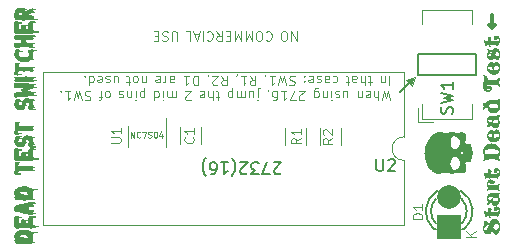
<source format=gbr>
%TF.GenerationSoftware,KiCad,Pcbnew,(7.0.0-0)*%
%TF.CreationDate,2024-02-02T16:24:01+09:00*%
%TF.ProjectId,A2Dead-Test-Switcher_V1.2_OS.kicad_X8_pcb,41324465-6164-42d5-9465-73742d537769,rev?*%
%TF.SameCoordinates,Original*%
%TF.FileFunction,Legend,Top*%
%TF.FilePolarity,Positive*%
%FSLAX46Y46*%
G04 Gerber Fmt 4.6, Leading zero omitted, Abs format (unit mm)*
G04 Created by KiCad (PCBNEW (7.0.0-0)) date 2024-02-02 16:24:01*
%MOMM*%
%LPD*%
G01*
G04 APERTURE LIST*
%ADD10C,0.100000*%
%ADD11C,0.200000*%
%ADD12C,0.000000*%
%ADD13C,0.300000*%
%ADD14C,0.150000*%
%ADD15C,0.075000*%
%ADD16C,0.120000*%
%ADD17R,2.000000X2.000000*%
%ADD18C,2.000000*%
G04 APERTURE END LIST*
D10*
X125779523Y-119294095D02*
X125779523Y-120094095D01*
X125779523Y-120094095D02*
X125322380Y-119294095D01*
X125322380Y-119294095D02*
X125322380Y-120094095D01*
X124789047Y-120094095D02*
X124636666Y-120094095D01*
X124636666Y-120094095D02*
X124560476Y-120056000D01*
X124560476Y-120056000D02*
X124484285Y-119979809D01*
X124484285Y-119979809D02*
X124446190Y-119827428D01*
X124446190Y-119827428D02*
X124446190Y-119560761D01*
X124446190Y-119560761D02*
X124484285Y-119408380D01*
X124484285Y-119408380D02*
X124560476Y-119332190D01*
X124560476Y-119332190D02*
X124636666Y-119294095D01*
X124636666Y-119294095D02*
X124789047Y-119294095D01*
X124789047Y-119294095D02*
X124865238Y-119332190D01*
X124865238Y-119332190D02*
X124941428Y-119408380D01*
X124941428Y-119408380D02*
X124979524Y-119560761D01*
X124979524Y-119560761D02*
X124979524Y-119827428D01*
X124979524Y-119827428D02*
X124941428Y-119979809D01*
X124941428Y-119979809D02*
X124865238Y-120056000D01*
X124865238Y-120056000D02*
X124789047Y-120094095D01*
X123166190Y-119370285D02*
X123204286Y-119332190D01*
X123204286Y-119332190D02*
X123318571Y-119294095D01*
X123318571Y-119294095D02*
X123394762Y-119294095D01*
X123394762Y-119294095D02*
X123509048Y-119332190D01*
X123509048Y-119332190D02*
X123585238Y-119408380D01*
X123585238Y-119408380D02*
X123623333Y-119484571D01*
X123623333Y-119484571D02*
X123661429Y-119636952D01*
X123661429Y-119636952D02*
X123661429Y-119751238D01*
X123661429Y-119751238D02*
X123623333Y-119903619D01*
X123623333Y-119903619D02*
X123585238Y-119979809D01*
X123585238Y-119979809D02*
X123509048Y-120056000D01*
X123509048Y-120056000D02*
X123394762Y-120094095D01*
X123394762Y-120094095D02*
X123318571Y-120094095D01*
X123318571Y-120094095D02*
X123204286Y-120056000D01*
X123204286Y-120056000D02*
X123166190Y-120017904D01*
X122670952Y-120094095D02*
X122518571Y-120094095D01*
X122518571Y-120094095D02*
X122442381Y-120056000D01*
X122442381Y-120056000D02*
X122366190Y-119979809D01*
X122366190Y-119979809D02*
X122328095Y-119827428D01*
X122328095Y-119827428D02*
X122328095Y-119560761D01*
X122328095Y-119560761D02*
X122366190Y-119408380D01*
X122366190Y-119408380D02*
X122442381Y-119332190D01*
X122442381Y-119332190D02*
X122518571Y-119294095D01*
X122518571Y-119294095D02*
X122670952Y-119294095D01*
X122670952Y-119294095D02*
X122747143Y-119332190D01*
X122747143Y-119332190D02*
X122823333Y-119408380D01*
X122823333Y-119408380D02*
X122861429Y-119560761D01*
X122861429Y-119560761D02*
X122861429Y-119827428D01*
X122861429Y-119827428D02*
X122823333Y-119979809D01*
X122823333Y-119979809D02*
X122747143Y-120056000D01*
X122747143Y-120056000D02*
X122670952Y-120094095D01*
X121985238Y-119294095D02*
X121985238Y-120094095D01*
X121985238Y-120094095D02*
X121718572Y-119522666D01*
X121718572Y-119522666D02*
X121451905Y-120094095D01*
X121451905Y-120094095D02*
X121451905Y-119294095D01*
X121070952Y-119294095D02*
X121070952Y-120094095D01*
X121070952Y-120094095D02*
X120804286Y-119522666D01*
X120804286Y-119522666D02*
X120537619Y-120094095D01*
X120537619Y-120094095D02*
X120537619Y-119294095D01*
X120156666Y-119713142D02*
X119890000Y-119713142D01*
X119775714Y-119294095D02*
X120156666Y-119294095D01*
X120156666Y-119294095D02*
X120156666Y-120094095D01*
X120156666Y-120094095D02*
X119775714Y-120094095D01*
X118975713Y-119294095D02*
X119242380Y-119675047D01*
X119432856Y-119294095D02*
X119432856Y-120094095D01*
X119432856Y-120094095D02*
X119128094Y-120094095D01*
X119128094Y-120094095D02*
X119051904Y-120056000D01*
X119051904Y-120056000D02*
X119013809Y-120017904D01*
X119013809Y-120017904D02*
X118975713Y-119941714D01*
X118975713Y-119941714D02*
X118975713Y-119827428D01*
X118975713Y-119827428D02*
X119013809Y-119751238D01*
X119013809Y-119751238D02*
X119051904Y-119713142D01*
X119051904Y-119713142D02*
X119128094Y-119675047D01*
X119128094Y-119675047D02*
X119432856Y-119675047D01*
X118175713Y-119370285D02*
X118213809Y-119332190D01*
X118213809Y-119332190D02*
X118328094Y-119294095D01*
X118328094Y-119294095D02*
X118404285Y-119294095D01*
X118404285Y-119294095D02*
X118518571Y-119332190D01*
X118518571Y-119332190D02*
X118594761Y-119408380D01*
X118594761Y-119408380D02*
X118632856Y-119484571D01*
X118632856Y-119484571D02*
X118670952Y-119636952D01*
X118670952Y-119636952D02*
X118670952Y-119751238D01*
X118670952Y-119751238D02*
X118632856Y-119903619D01*
X118632856Y-119903619D02*
X118594761Y-119979809D01*
X118594761Y-119979809D02*
X118518571Y-120056000D01*
X118518571Y-120056000D02*
X118404285Y-120094095D01*
X118404285Y-120094095D02*
X118328094Y-120094095D01*
X118328094Y-120094095D02*
X118213809Y-120056000D01*
X118213809Y-120056000D02*
X118175713Y-120017904D01*
X117832856Y-119294095D02*
X117832856Y-120094095D01*
X117490000Y-119522666D02*
X117109047Y-119522666D01*
X117566190Y-119294095D02*
X117299523Y-120094095D01*
X117299523Y-120094095D02*
X117032857Y-119294095D01*
X116385238Y-119294095D02*
X116766190Y-119294095D01*
X116766190Y-119294095D02*
X116766190Y-120094095D01*
X115638571Y-120094095D02*
X115638571Y-119446476D01*
X115638571Y-119446476D02*
X115600476Y-119370285D01*
X115600476Y-119370285D02*
X115562381Y-119332190D01*
X115562381Y-119332190D02*
X115486190Y-119294095D01*
X115486190Y-119294095D02*
X115333809Y-119294095D01*
X115333809Y-119294095D02*
X115257619Y-119332190D01*
X115257619Y-119332190D02*
X115219524Y-119370285D01*
X115219524Y-119370285D02*
X115181428Y-119446476D01*
X115181428Y-119446476D02*
X115181428Y-120094095D01*
X114838572Y-119332190D02*
X114724286Y-119294095D01*
X114724286Y-119294095D02*
X114533810Y-119294095D01*
X114533810Y-119294095D02*
X114457619Y-119332190D01*
X114457619Y-119332190D02*
X114419524Y-119370285D01*
X114419524Y-119370285D02*
X114381429Y-119446476D01*
X114381429Y-119446476D02*
X114381429Y-119522666D01*
X114381429Y-119522666D02*
X114419524Y-119598857D01*
X114419524Y-119598857D02*
X114457619Y-119636952D01*
X114457619Y-119636952D02*
X114533810Y-119675047D01*
X114533810Y-119675047D02*
X114686191Y-119713142D01*
X114686191Y-119713142D02*
X114762381Y-119751238D01*
X114762381Y-119751238D02*
X114800476Y-119789333D01*
X114800476Y-119789333D02*
X114838572Y-119865523D01*
X114838572Y-119865523D02*
X114838572Y-119941714D01*
X114838572Y-119941714D02*
X114800476Y-120017904D01*
X114800476Y-120017904D02*
X114762381Y-120056000D01*
X114762381Y-120056000D02*
X114686191Y-120094095D01*
X114686191Y-120094095D02*
X114495714Y-120094095D01*
X114495714Y-120094095D02*
X114381429Y-120056000D01*
X114038571Y-119713142D02*
X113771905Y-119713142D01*
X113657619Y-119294095D02*
X114038571Y-119294095D01*
X114038571Y-119294095D02*
X114038571Y-120094095D01*
X114038571Y-120094095D02*
X113657619Y-120094095D01*
D11*
X134548700Y-124411500D02*
X135564700Y-123459000D01*
X136022700Y-121244500D02*
X140968700Y-121244500D01*
X140968700Y-121244500D02*
X140968700Y-122969500D01*
X140968700Y-122969500D02*
X136022700Y-122969500D01*
X136022700Y-122969500D02*
X136022700Y-121244500D01*
D12*
G36*
X139805733Y-131331717D02*
G01*
X139776068Y-131335319D01*
X139744949Y-131337480D01*
X139712351Y-131338152D01*
X139689365Y-131337824D01*
X139666286Y-131336931D01*
X139643176Y-131335437D01*
X139620097Y-131333304D01*
X139597110Y-131330493D01*
X139574275Y-131326968D01*
X139551656Y-131322689D01*
X139529312Y-131317620D01*
X139498870Y-131310524D01*
X139468687Y-131304401D01*
X139438741Y-131299333D01*
X139409007Y-131295403D01*
X139379464Y-131292692D01*
X139350087Y-131291283D01*
X139320855Y-131291257D01*
X139291743Y-131292697D01*
X139262730Y-131295685D01*
X139233791Y-131300302D01*
X139204904Y-131306632D01*
X139176047Y-131314756D01*
X139147195Y-131324756D01*
X139118326Y-131336714D01*
X139117470Y-131337128D01*
X139089416Y-131350712D01*
X139060444Y-131366833D01*
X139048546Y-131373116D01*
X139035487Y-131378599D01*
X139021434Y-131383275D01*
X139006554Y-131387140D01*
X138991016Y-131390189D01*
X138974986Y-131392418D01*
X138958632Y-131393821D01*
X138942122Y-131394393D01*
X138925624Y-131394129D01*
X138909303Y-131393025D01*
X138893329Y-131391075D01*
X138877869Y-131388275D01*
X138863090Y-131384620D01*
X138849160Y-131380105D01*
X138836246Y-131374724D01*
X138824515Y-131368473D01*
X138787100Y-131347497D01*
X138749589Y-131329525D01*
X138711978Y-131314396D01*
X138674260Y-131301949D01*
X138636429Y-131292023D01*
X138598477Y-131284456D01*
X138560400Y-131279088D01*
X138522189Y-131275757D01*
X138483840Y-131274301D01*
X138445346Y-131274561D01*
X138406700Y-131276373D01*
X138367896Y-131279578D01*
X138328928Y-131284014D01*
X138289789Y-131289520D01*
X138210973Y-131303095D01*
X138176878Y-131309072D01*
X138142638Y-131314353D01*
X138073965Y-131323944D01*
X138039654Y-131328815D01*
X138005441Y-131334111D01*
X137971387Y-131340110D01*
X137937553Y-131347095D01*
X137881142Y-131357742D01*
X137826246Y-131364093D01*
X137772817Y-131366296D01*
X137720806Y-131364499D01*
X137670164Y-131358851D01*
X137620844Y-131349499D01*
X137572795Y-131336591D01*
X137525970Y-131320276D01*
X137480319Y-131300701D01*
X137435795Y-131278015D01*
X137392348Y-131252365D01*
X137349930Y-131223899D01*
X137308493Y-131192765D01*
X137267987Y-131159112D01*
X137228364Y-131123088D01*
X137189576Y-131084840D01*
X137118249Y-131008116D01*
X137051465Y-130928780D01*
X136989224Y-130847001D01*
X136931526Y-130762951D01*
X136878372Y-130676799D01*
X136829762Y-130588715D01*
X136791950Y-130511620D01*
X138772630Y-130511620D01*
X138792745Y-130568291D01*
X138811567Y-130623319D01*
X138847531Y-130728621D01*
X138865771Y-130778982D01*
X138884918Y-130827876D01*
X138905519Y-130875345D01*
X138916538Y-130898559D01*
X138928126Y-130921433D01*
X138930789Y-130926195D01*
X138933763Y-130930921D01*
X138937034Y-130935606D01*
X138940587Y-130940242D01*
X138944408Y-130944823D01*
X138948483Y-130949342D01*
X138957341Y-130958167D01*
X138967046Y-130966665D01*
X138977485Y-130974782D01*
X138988545Y-130982466D01*
X139000113Y-130989663D01*
X139012077Y-130996319D01*
X139024322Y-131002382D01*
X139036736Y-131007799D01*
X139049206Y-131012516D01*
X139061618Y-131016480D01*
X139073861Y-131019638D01*
X139085819Y-131021937D01*
X139091657Y-131022748D01*
X139097381Y-131023324D01*
X139117470Y-131024194D01*
X139137808Y-131023641D01*
X139158339Y-131021716D01*
X139179011Y-131018469D01*
X139199769Y-131013950D01*
X139220559Y-131008209D01*
X139241328Y-131001296D01*
X139262022Y-130993261D01*
X139282587Y-130984155D01*
X139302969Y-130974027D01*
X139342970Y-130950905D01*
X139381595Y-130924297D01*
X139418413Y-130894604D01*
X139452993Y-130862226D01*
X139484905Y-130827563D01*
X139513720Y-130791016D01*
X139526831Y-130772161D01*
X139539005Y-130752985D01*
X139550190Y-130733538D01*
X139560332Y-130713871D01*
X139569376Y-130694033D01*
X139577269Y-130674075D01*
X139583957Y-130654046D01*
X139589386Y-130633997D01*
X139593502Y-130613977D01*
X139596252Y-130594037D01*
X139599690Y-130548300D01*
X139600478Y-130503621D01*
X139598632Y-130460002D01*
X139594169Y-130417445D01*
X139587103Y-130375950D01*
X139577452Y-130335519D01*
X139565230Y-130296155D01*
X139550453Y-130257858D01*
X139533138Y-130220630D01*
X139513300Y-130184473D01*
X139490954Y-130149388D01*
X139466118Y-130115377D01*
X139438805Y-130082441D01*
X139409033Y-130050581D01*
X139376818Y-130019801D01*
X139342174Y-129990100D01*
X139315155Y-129969519D01*
X139301662Y-129960298D01*
X139288193Y-129951796D01*
X139274757Y-129944022D01*
X139261363Y-129936982D01*
X139248021Y-129930681D01*
X139234739Y-129925127D01*
X139221528Y-129920325D01*
X139208397Y-129916282D01*
X139195355Y-129913005D01*
X139182411Y-129910500D01*
X139169575Y-129908773D01*
X139161133Y-129908148D01*
X139156856Y-129907831D01*
X139144263Y-129907680D01*
X139131807Y-129908327D01*
X139119495Y-129909777D01*
X139107338Y-129912038D01*
X139095345Y-129915115D01*
X139083525Y-129919016D01*
X139071888Y-129923746D01*
X139060443Y-129929312D01*
X139049199Y-129935720D01*
X139038166Y-129942977D01*
X139027353Y-129951089D01*
X139016769Y-129960062D01*
X139006424Y-129969904D01*
X138996327Y-129980620D01*
X138986487Y-129992216D01*
X138976914Y-130004700D01*
X138967618Y-130018077D01*
X138958607Y-130032354D01*
X138942819Y-130059816D01*
X138928062Y-130087897D01*
X138914233Y-130116537D01*
X138901230Y-130145674D01*
X138888952Y-130175246D01*
X138877297Y-130205191D01*
X138855449Y-130265955D01*
X138814753Y-130389251D01*
X138794277Y-130450798D01*
X138772630Y-130511620D01*
X136791950Y-130511620D01*
X136785696Y-130498869D01*
X136746174Y-130407431D01*
X136711197Y-130314571D01*
X136680766Y-130220460D01*
X136654880Y-130125266D01*
X136633539Y-130029161D01*
X136616745Y-129932314D01*
X136604497Y-129834895D01*
X136596796Y-129737074D01*
X136593642Y-129639021D01*
X136594080Y-129608200D01*
X139609904Y-129608200D01*
X139618189Y-129613383D01*
X139626283Y-129618857D01*
X139641959Y-129630521D01*
X139657066Y-129642870D01*
X139671735Y-129655580D01*
X139700288Y-129680797D01*
X139714436Y-129692659D01*
X139728673Y-129703593D01*
X139735866Y-129708611D01*
X139743131Y-129713276D01*
X139750485Y-129717548D01*
X139757944Y-129721386D01*
X139765524Y-129724751D01*
X139773242Y-129727601D01*
X139781114Y-129729897D01*
X139789157Y-129731598D01*
X139797387Y-129732663D01*
X139805821Y-129733054D01*
X139814476Y-129732729D01*
X139823367Y-129731647D01*
X139832511Y-129729769D01*
X139841925Y-129727055D01*
X139851626Y-129723464D01*
X139861629Y-129718955D01*
X139861629Y-129486201D01*
X139851725Y-129481512D01*
X139842098Y-129477748D01*
X139832732Y-129474872D01*
X139823612Y-129472845D01*
X139814725Y-129471631D01*
X139806055Y-129471191D01*
X139797590Y-129471488D01*
X139789313Y-129472484D01*
X139781211Y-129474142D01*
X139773269Y-129476424D01*
X139765473Y-129479291D01*
X139757809Y-129482708D01*
X139750261Y-129486635D01*
X139742816Y-129491035D01*
X139735460Y-129495870D01*
X139728177Y-129501104D01*
X139713774Y-129512614D01*
X139699493Y-129525262D01*
X139670835Y-129552772D01*
X139641280Y-129581222D01*
X139625877Y-129595046D01*
X139609904Y-129608200D01*
X136594080Y-129608200D01*
X136595035Y-129540907D01*
X136600975Y-129442901D01*
X136611464Y-129345173D01*
X136626501Y-129247893D01*
X136646086Y-129151232D01*
X136670221Y-129055359D01*
X136698904Y-128960444D01*
X136732137Y-128866657D01*
X136769920Y-128774169D01*
X136810640Y-128686618D01*
X138809726Y-128686618D01*
X138811330Y-128750752D01*
X138816919Y-128814639D01*
X138826457Y-128877502D01*
X138839905Y-128938564D01*
X138857225Y-128997047D01*
X138878378Y-129052176D01*
X138903326Y-129103171D01*
X138917211Y-129126876D01*
X138932031Y-129149257D01*
X138947780Y-129170216D01*
X138964455Y-129189656D01*
X138974826Y-129200602D01*
X138985268Y-129210938D01*
X138995779Y-129220661D01*
X139006358Y-129229770D01*
X139017005Y-129238262D01*
X139027719Y-129246135D01*
X139038498Y-129253388D01*
X139049341Y-129260018D01*
X139060249Y-129266024D01*
X139071219Y-129271403D01*
X139082251Y-129276154D01*
X139093345Y-129280275D01*
X139104498Y-129283763D01*
X139115710Y-129286618D01*
X139126981Y-129288836D01*
X139138309Y-129290415D01*
X139149693Y-129291355D01*
X139161133Y-129291653D01*
X139172627Y-129291306D01*
X139184175Y-129290314D01*
X139195775Y-129288673D01*
X139207427Y-129286383D01*
X139219130Y-129283441D01*
X139230883Y-129279845D01*
X139242685Y-129275594D01*
X139254534Y-129270684D01*
X139266431Y-129265115D01*
X139278374Y-129258884D01*
X139290363Y-129251990D01*
X139302395Y-129244430D01*
X139314471Y-129236203D01*
X139326590Y-129227306D01*
X139358272Y-129202026D01*
X139388088Y-129175867D01*
X139416018Y-129148981D01*
X139442042Y-129121518D01*
X139466142Y-129093631D01*
X139488296Y-129065471D01*
X139508485Y-129037190D01*
X139526690Y-129008939D01*
X139542890Y-128980870D01*
X139557066Y-128953133D01*
X139569198Y-128925882D01*
X139579266Y-128899267D01*
X139587250Y-128873439D01*
X139593130Y-128848551D01*
X139596887Y-128824754D01*
X139598502Y-128802200D01*
X139597001Y-128739151D01*
X139592183Y-128679952D01*
X139584104Y-128624499D01*
X139572824Y-128572687D01*
X139558402Y-128524412D01*
X139540896Y-128479570D01*
X139520364Y-128438057D01*
X139496865Y-128399769D01*
X139470459Y-128364601D01*
X139441203Y-128332449D01*
X139409156Y-128303209D01*
X139374378Y-128276777D01*
X139336925Y-128253049D01*
X139296858Y-128231920D01*
X139254235Y-128213287D01*
X139209114Y-128197045D01*
X139185463Y-128190105D01*
X139162651Y-128184947D01*
X139140644Y-128181565D01*
X139119411Y-128179951D01*
X139109075Y-128179805D01*
X139098920Y-128180099D01*
X139088943Y-128180831D01*
X139079140Y-128182002D01*
X139069506Y-128183609D01*
X139060037Y-128185653D01*
X139050730Y-128188132D01*
X139041580Y-128191045D01*
X139032584Y-128194392D01*
X139023737Y-128198172D01*
X139015036Y-128202384D01*
X139006476Y-128207026D01*
X138989765Y-128217602D01*
X138973571Y-128229891D01*
X138957864Y-128243888D01*
X138942610Y-128259584D01*
X138927779Y-128276975D01*
X138913337Y-128296052D01*
X138899116Y-128317405D01*
X138885964Y-128340153D01*
X138873875Y-128364200D01*
X138862845Y-128389447D01*
X138843943Y-128443158D01*
X138829218Y-128500507D01*
X138818632Y-128560718D01*
X138812148Y-128623014D01*
X138809726Y-128686618D01*
X136810640Y-128686618D01*
X136812253Y-128683149D01*
X136859136Y-128593768D01*
X136910570Y-128506195D01*
X136966556Y-128420600D01*
X137027092Y-128337154D01*
X137092180Y-128256026D01*
X137161820Y-128177387D01*
X137211869Y-128125939D01*
X137263003Y-128078201D01*
X137315272Y-128034284D01*
X137368732Y-127994301D01*
X137423435Y-127958364D01*
X137479434Y-127926584D01*
X137536782Y-127899073D01*
X137565978Y-127886954D01*
X137595532Y-127875943D01*
X137625450Y-127866057D01*
X137655738Y-127857307D01*
X137686403Y-127849709D01*
X137717452Y-127843275D01*
X137748892Y-127838021D01*
X137780728Y-127833961D01*
X137812968Y-127831107D01*
X137845619Y-127829475D01*
X137878686Y-127829078D01*
X137912177Y-127829930D01*
X137946098Y-127832045D01*
X137980456Y-127835437D01*
X138015258Y-127840120D01*
X138050510Y-127846108D01*
X138086218Y-127853416D01*
X138122390Y-127862056D01*
X138189887Y-127879127D01*
X138223993Y-127887104D01*
X138258227Y-127894206D01*
X138292506Y-127900060D01*
X138309636Y-127902402D01*
X138326746Y-127904290D01*
X138343826Y-127905678D01*
X138360865Y-127906520D01*
X138377853Y-127906767D01*
X138394779Y-127906374D01*
X138441438Y-127903943D01*
X138488400Y-127900469D01*
X138535414Y-127895697D01*
X138582229Y-127889374D01*
X138628596Y-127881245D01*
X138651532Y-127876424D01*
X138674263Y-127871057D01*
X138696756Y-127865110D01*
X138718980Y-127858553D01*
X138740904Y-127851355D01*
X138762497Y-127843482D01*
X138786559Y-127834728D01*
X138810186Y-127827134D01*
X138833439Y-127820709D01*
X138856378Y-127815459D01*
X138879063Y-127811392D01*
X138901553Y-127808515D01*
X138923909Y-127806837D01*
X138946191Y-127806364D01*
X138968459Y-127807105D01*
X138990772Y-127809066D01*
X139013191Y-127812256D01*
X139035776Y-127816682D01*
X139058586Y-127822351D01*
X139081682Y-127829271D01*
X139105124Y-127837450D01*
X139128972Y-127846895D01*
X139146090Y-127853529D01*
X139163624Y-127859321D01*
X139181532Y-127864331D01*
X139199773Y-127868616D01*
X139218307Y-127872237D01*
X139237091Y-127875251D01*
X139256086Y-127877718D01*
X139275250Y-127879697D01*
X139313921Y-127882423D01*
X139352776Y-127883901D01*
X139429724Y-127884995D01*
X139446874Y-127884880D01*
X139464025Y-127884222D01*
X139481177Y-127883090D01*
X139498330Y-127881552D01*
X139532646Y-127877532D01*
X139566976Y-127872708D01*
X139635702Y-127862838D01*
X139670107Y-127858884D01*
X139687322Y-127857392D01*
X139704546Y-127856314D01*
X139738672Y-127855525D01*
X139771240Y-127856557D01*
X139802274Y-127859338D01*
X139831796Y-127863800D01*
X139859829Y-127869871D01*
X139886397Y-127877484D01*
X139911523Y-127886567D01*
X139935230Y-127897051D01*
X139957541Y-127908867D01*
X139978479Y-127921944D01*
X139998067Y-127936212D01*
X140016329Y-127951603D01*
X140033287Y-127968045D01*
X140048966Y-127985470D01*
X140063387Y-128003808D01*
X140076574Y-128022988D01*
X140088550Y-128042941D01*
X140099339Y-128063598D01*
X140108963Y-128084887D01*
X140117445Y-128106741D01*
X140124809Y-128129088D01*
X140131078Y-128151860D01*
X140136275Y-128174985D01*
X140140423Y-128198395D01*
X140143546Y-128222020D01*
X140145665Y-128245790D01*
X140146805Y-128269635D01*
X140146989Y-128293485D01*
X140144579Y-128340923D01*
X140138622Y-128387545D01*
X140135152Y-128406897D01*
X140131220Y-128426174D01*
X140122146Y-128464532D01*
X140111755Y-128502672D01*
X140100400Y-128540649D01*
X140052394Y-128692027D01*
X140048238Y-128707502D01*
X140046636Y-128714856D01*
X140045353Y-128721955D01*
X140044392Y-128728798D01*
X140043753Y-128735384D01*
X140043440Y-128741713D01*
X140043453Y-128747784D01*
X140043794Y-128753597D01*
X140044465Y-128759151D01*
X140045467Y-128764445D01*
X140046803Y-128769480D01*
X140048475Y-128774255D01*
X140050483Y-128778768D01*
X140052829Y-128783021D01*
X140055516Y-128787012D01*
X140058545Y-128790740D01*
X140061917Y-128794206D01*
X140065635Y-128797408D01*
X140069700Y-128800346D01*
X140074114Y-128803020D01*
X140078879Y-128805430D01*
X140083996Y-128807574D01*
X140089467Y-128809452D01*
X140095294Y-128811064D01*
X140101478Y-128812408D01*
X140108022Y-128813486D01*
X140114926Y-128814296D01*
X140122194Y-128814837D01*
X140129825Y-128815110D01*
X140137823Y-128815113D01*
X140146189Y-128814846D01*
X140189100Y-128812922D01*
X140232020Y-128811318D01*
X140274940Y-128810214D01*
X140317850Y-128809793D01*
X140338511Y-128810032D01*
X140358660Y-128810877D01*
X140378162Y-128812489D01*
X140396880Y-128815027D01*
X140414678Y-128818653D01*
X140431420Y-128823526D01*
X140439353Y-128826481D01*
X140446970Y-128829808D01*
X140454256Y-128833528D01*
X140461192Y-128837659D01*
X140467763Y-128842223D01*
X140473950Y-128847240D01*
X140479737Y-128852729D01*
X140485107Y-128858711D01*
X140490042Y-128865205D01*
X140494527Y-128872232D01*
X140498543Y-128879812D01*
X140502074Y-128887964D01*
X140505103Y-128896710D01*
X140507612Y-128906068D01*
X140509585Y-128916060D01*
X140511005Y-128926705D01*
X140511855Y-128938022D01*
X140512117Y-128950033D01*
X140511775Y-128962758D01*
X140510812Y-128976216D01*
X140510729Y-128977620D01*
X140510738Y-128979053D01*
X140510834Y-128980513D01*
X140511016Y-128981996D01*
X140511278Y-128983501D01*
X140511618Y-128985025D01*
X140512518Y-128988117D01*
X140513691Y-128991254D01*
X140515108Y-128994415D01*
X140516745Y-128997579D01*
X140518574Y-129000726D01*
X140520569Y-129003835D01*
X140522703Y-129006887D01*
X140524950Y-129009860D01*
X140527284Y-129012734D01*
X140529677Y-129015489D01*
X140532104Y-129018105D01*
X140534538Y-129020560D01*
X140536953Y-129022835D01*
X140545639Y-129030996D01*
X140553765Y-129039168D01*
X140561337Y-129047347D01*
X140568358Y-129055529D01*
X140574834Y-129063710D01*
X140580769Y-129071885D01*
X140586167Y-129080050D01*
X140591033Y-129088199D01*
X140595371Y-129096330D01*
X140599187Y-129104438D01*
X140602484Y-129112518D01*
X140605267Y-129120566D01*
X140607542Y-129128577D01*
X140609311Y-129136548D01*
X140610580Y-129144473D01*
X140611353Y-129152349D01*
X140611636Y-129160170D01*
X140611431Y-129167934D01*
X140610745Y-129175634D01*
X140609581Y-129183268D01*
X140607944Y-129190830D01*
X140605839Y-129198317D01*
X140603270Y-129205723D01*
X140600241Y-129213045D01*
X140596758Y-129220278D01*
X140592825Y-129227417D01*
X140588446Y-129234459D01*
X140583626Y-129241399D01*
X140578369Y-129248232D01*
X140572680Y-129254955D01*
X140566564Y-129261563D01*
X140560024Y-129268051D01*
X140567435Y-129281324D01*
X140575025Y-129294316D01*
X140590472Y-129319576D01*
X140605816Y-129344072D01*
X140620508Y-129368047D01*
X140627439Y-129379915D01*
X140634000Y-129391743D01*
X140640124Y-129403562D01*
X140645742Y-129415402D01*
X140650786Y-129427294D01*
X140655186Y-129439267D01*
X140658875Y-129451351D01*
X140661784Y-129463578D01*
X140664752Y-129479293D01*
X140667318Y-129495178D01*
X140669486Y-129511208D01*
X140671256Y-129527361D01*
X140672632Y-129543613D01*
X140673617Y-129559940D01*
X140674212Y-129576319D01*
X140674421Y-129592725D01*
X140674245Y-129609135D01*
X140673688Y-129625525D01*
X140672752Y-129641872D01*
X140671439Y-129658152D01*
X140669752Y-129674342D01*
X140667694Y-129690417D01*
X140665266Y-129706354D01*
X140662472Y-129722129D01*
X140659691Y-129734694D01*
X140656174Y-129747136D01*
X140651985Y-129759484D01*
X140647190Y-129771768D01*
X140641852Y-129784017D01*
X140636036Y-129796260D01*
X140629807Y-129808527D01*
X140623229Y-129820846D01*
X140609285Y-129845759D01*
X140594720Y-129871234D01*
X140580050Y-129897503D01*
X140572838Y-129911009D01*
X140565792Y-129924801D01*
X140571940Y-129931490D01*
X140577668Y-129938211D01*
X140582971Y-129944969D01*
X140587844Y-129951766D01*
X140592284Y-129958604D01*
X140596287Y-129965487D01*
X140599847Y-129972417D01*
X140602962Y-129979396D01*
X140605627Y-129986429D01*
X140607837Y-129993516D01*
X140609588Y-130000662D01*
X140610877Y-130007868D01*
X140611699Y-130015138D01*
X140612049Y-130022474D01*
X140611924Y-130029878D01*
X140611319Y-130037355D01*
X140610231Y-130044906D01*
X140608654Y-130052534D01*
X140606585Y-130060242D01*
X140604020Y-130068033D01*
X140600954Y-130075909D01*
X140597384Y-130083873D01*
X140593304Y-130091928D01*
X140588711Y-130100076D01*
X140583600Y-130108321D01*
X140577968Y-130116664D01*
X140571809Y-130125110D01*
X140565121Y-130133660D01*
X140557898Y-130142317D01*
X140550137Y-130151084D01*
X140541833Y-130159964D01*
X140532983Y-130168959D01*
X140530645Y-130171407D01*
X140528364Y-130174062D01*
X140526155Y-130176904D01*
X140524032Y-130179908D01*
X140522011Y-130183054D01*
X140520106Y-130186318D01*
X140518332Y-130189679D01*
X140516704Y-130193115D01*
X140515237Y-130196602D01*
X140513945Y-130200120D01*
X140512843Y-130203645D01*
X140511946Y-130207155D01*
X140511269Y-130210628D01*
X140510826Y-130214043D01*
X140510634Y-130217376D01*
X140510705Y-130220605D01*
X140511310Y-130234135D01*
X140511297Y-130246885D01*
X140510684Y-130258878D01*
X140509488Y-130270137D01*
X140507729Y-130280687D01*
X140505423Y-130290550D01*
X140502588Y-130299750D01*
X140499243Y-130308309D01*
X140495405Y-130316252D01*
X140491093Y-130323602D01*
X140486324Y-130330383D01*
X140481116Y-130336616D01*
X140475488Y-130342327D01*
X140469456Y-130347538D01*
X140463040Y-130352273D01*
X140456257Y-130356554D01*
X140449124Y-130360406D01*
X140441661Y-130363852D01*
X140433884Y-130366915D01*
X140425812Y-130369619D01*
X140417463Y-130371986D01*
X140408855Y-130374041D01*
X140390931Y-130377306D01*
X140372186Y-130379600D01*
X140352762Y-130381111D01*
X140332803Y-130382025D01*
X140312452Y-130382530D01*
X140217017Y-130384767D01*
X140178726Y-130386761D01*
X140146311Y-130389895D01*
X140132211Y-130392019D01*
X140119466Y-130394584D01*
X140108036Y-130397643D01*
X140097885Y-130401247D01*
X140088972Y-130405449D01*
X140081262Y-130410300D01*
X140074714Y-130415854D01*
X140069290Y-130422161D01*
X140064954Y-130429274D01*
X140061666Y-130437246D01*
X140059387Y-130446128D01*
X140058081Y-130455972D01*
X140057708Y-130466831D01*
X140058230Y-130478757D01*
X140059609Y-130491801D01*
X140061807Y-130506016D01*
X140068507Y-130538168D01*
X140078022Y-130575630D01*
X140104278Y-130668148D01*
X140115723Y-130706202D01*
X140121469Y-130725283D01*
X140126963Y-130744414D01*
X140132004Y-130763605D01*
X140136392Y-130782865D01*
X140138278Y-130792524D01*
X140139926Y-130802204D01*
X140141310Y-130811907D01*
X140142405Y-130821633D01*
X140145577Y-130869598D01*
X140145647Y-130917308D01*
X140142422Y-130964369D01*
X140135708Y-131010388D01*
X140125309Y-131054971D01*
X140118668Y-131076602D01*
X140111034Y-131097726D01*
X140102381Y-131118294D01*
X140092687Y-131138258D01*
X140081926Y-131157567D01*
X140070074Y-131176174D01*
X140057108Y-131194029D01*
X140043003Y-131211082D01*
X140027734Y-131227285D01*
X140011278Y-131242588D01*
X139993610Y-131256942D01*
X139974706Y-131270298D01*
X139954542Y-131282607D01*
X139933093Y-131293820D01*
X139910335Y-131303887D01*
X139886245Y-131312759D01*
X139860797Y-131320388D01*
X139833968Y-131326723D01*
X139805821Y-131331701D01*
X139805733Y-131331717D01*
G37*
D10*
G36*
X135564700Y-123903500D02*
G01*
X135056700Y-123395500D01*
X135818700Y-123141500D01*
X135564700Y-123903500D01*
G37*
X135564700Y-123903500D02*
X135056700Y-123395500D01*
X135818700Y-123141500D01*
X135564700Y-123903500D01*
X133672414Y-125157595D02*
X133481938Y-124357595D01*
X133481938Y-124357595D02*
X133329557Y-124929023D01*
X133329557Y-124929023D02*
X133177176Y-124357595D01*
X133177176Y-124357595D02*
X132986700Y-125157595D01*
X132681937Y-124357595D02*
X132681937Y-125157595D01*
X132339080Y-124357595D02*
X132339080Y-124776642D01*
X132339080Y-124776642D02*
X132377175Y-124852833D01*
X132377175Y-124852833D02*
X132453366Y-124890928D01*
X132453366Y-124890928D02*
X132567652Y-124890928D01*
X132567652Y-124890928D02*
X132643842Y-124852833D01*
X132643842Y-124852833D02*
X132681937Y-124814738D01*
X131653365Y-124395690D02*
X131729556Y-124357595D01*
X131729556Y-124357595D02*
X131881937Y-124357595D01*
X131881937Y-124357595D02*
X131958127Y-124395690D01*
X131958127Y-124395690D02*
X131996223Y-124471880D01*
X131996223Y-124471880D02*
X131996223Y-124776642D01*
X131996223Y-124776642D02*
X131958127Y-124852833D01*
X131958127Y-124852833D02*
X131881937Y-124890928D01*
X131881937Y-124890928D02*
X131729556Y-124890928D01*
X131729556Y-124890928D02*
X131653365Y-124852833D01*
X131653365Y-124852833D02*
X131615270Y-124776642D01*
X131615270Y-124776642D02*
X131615270Y-124700452D01*
X131615270Y-124700452D02*
X131996223Y-124624261D01*
X131272413Y-124890928D02*
X131272413Y-124357595D01*
X131272413Y-124814738D02*
X131234318Y-124852833D01*
X131234318Y-124852833D02*
X131158128Y-124890928D01*
X131158128Y-124890928D02*
X131043842Y-124890928D01*
X131043842Y-124890928D02*
X130967651Y-124852833D01*
X130967651Y-124852833D02*
X130929556Y-124776642D01*
X130929556Y-124776642D02*
X130929556Y-124357595D01*
X129725746Y-124890928D02*
X129725746Y-124357595D01*
X130068603Y-124890928D02*
X130068603Y-124471880D01*
X130068603Y-124471880D02*
X130030508Y-124395690D01*
X130030508Y-124395690D02*
X129954318Y-124357595D01*
X129954318Y-124357595D02*
X129840032Y-124357595D01*
X129840032Y-124357595D02*
X129763841Y-124395690D01*
X129763841Y-124395690D02*
X129725746Y-124433785D01*
X129382889Y-124395690D02*
X129306698Y-124357595D01*
X129306698Y-124357595D02*
X129154317Y-124357595D01*
X129154317Y-124357595D02*
X129078127Y-124395690D01*
X129078127Y-124395690D02*
X129040031Y-124471880D01*
X129040031Y-124471880D02*
X129040031Y-124509976D01*
X129040031Y-124509976D02*
X129078127Y-124586166D01*
X129078127Y-124586166D02*
X129154317Y-124624261D01*
X129154317Y-124624261D02*
X129268603Y-124624261D01*
X129268603Y-124624261D02*
X129344793Y-124662357D01*
X129344793Y-124662357D02*
X129382889Y-124738547D01*
X129382889Y-124738547D02*
X129382889Y-124776642D01*
X129382889Y-124776642D02*
X129344793Y-124852833D01*
X129344793Y-124852833D02*
X129268603Y-124890928D01*
X129268603Y-124890928D02*
X129154317Y-124890928D01*
X129154317Y-124890928D02*
X129078127Y-124852833D01*
X128697174Y-124357595D02*
X128697174Y-124890928D01*
X128697174Y-125157595D02*
X128735270Y-125119500D01*
X128735270Y-125119500D02*
X128697174Y-125081404D01*
X128697174Y-125081404D02*
X128659079Y-125119500D01*
X128659079Y-125119500D02*
X128697174Y-125157595D01*
X128697174Y-125157595D02*
X128697174Y-125081404D01*
X128316222Y-124890928D02*
X128316222Y-124357595D01*
X128316222Y-124814738D02*
X128278127Y-124852833D01*
X128278127Y-124852833D02*
X128201937Y-124890928D01*
X128201937Y-124890928D02*
X128087651Y-124890928D01*
X128087651Y-124890928D02*
X128011460Y-124852833D01*
X128011460Y-124852833D02*
X127973365Y-124776642D01*
X127973365Y-124776642D02*
X127973365Y-124357595D01*
X127249555Y-124890928D02*
X127249555Y-124243309D01*
X127249555Y-124243309D02*
X127287650Y-124167119D01*
X127287650Y-124167119D02*
X127325746Y-124129023D01*
X127325746Y-124129023D02*
X127401936Y-124090928D01*
X127401936Y-124090928D02*
X127516222Y-124090928D01*
X127516222Y-124090928D02*
X127592412Y-124129023D01*
X127249555Y-124395690D02*
X127325746Y-124357595D01*
X127325746Y-124357595D02*
X127478127Y-124357595D01*
X127478127Y-124357595D02*
X127554317Y-124395690D01*
X127554317Y-124395690D02*
X127592412Y-124433785D01*
X127592412Y-124433785D02*
X127630508Y-124509976D01*
X127630508Y-124509976D02*
X127630508Y-124738547D01*
X127630508Y-124738547D02*
X127592412Y-124814738D01*
X127592412Y-124814738D02*
X127554317Y-124852833D01*
X127554317Y-124852833D02*
X127478127Y-124890928D01*
X127478127Y-124890928D02*
X127325746Y-124890928D01*
X127325746Y-124890928D02*
X127249555Y-124852833D01*
X126426698Y-125081404D02*
X126388602Y-125119500D01*
X126388602Y-125119500D02*
X126312412Y-125157595D01*
X126312412Y-125157595D02*
X126121936Y-125157595D01*
X126121936Y-125157595D02*
X126045745Y-125119500D01*
X126045745Y-125119500D02*
X126007650Y-125081404D01*
X126007650Y-125081404D02*
X125969555Y-125005214D01*
X125969555Y-125005214D02*
X125969555Y-124929023D01*
X125969555Y-124929023D02*
X126007650Y-124814738D01*
X126007650Y-124814738D02*
X126464793Y-124357595D01*
X126464793Y-124357595D02*
X125969555Y-124357595D01*
X125702888Y-125157595D02*
X125169554Y-125157595D01*
X125169554Y-125157595D02*
X125512412Y-124357595D01*
X124445745Y-124357595D02*
X124902888Y-124357595D01*
X124674316Y-124357595D02*
X124674316Y-125157595D01*
X124674316Y-125157595D02*
X124750507Y-125043309D01*
X124750507Y-125043309D02*
X124826697Y-124967119D01*
X124826697Y-124967119D02*
X124902888Y-124929023D01*
X123760030Y-125157595D02*
X123912411Y-125157595D01*
X123912411Y-125157595D02*
X123988602Y-125119500D01*
X123988602Y-125119500D02*
X124026697Y-125081404D01*
X124026697Y-125081404D02*
X124102887Y-124967119D01*
X124102887Y-124967119D02*
X124140983Y-124814738D01*
X124140983Y-124814738D02*
X124140983Y-124509976D01*
X124140983Y-124509976D02*
X124102887Y-124433785D01*
X124102887Y-124433785D02*
X124064792Y-124395690D01*
X124064792Y-124395690D02*
X123988602Y-124357595D01*
X123988602Y-124357595D02*
X123836221Y-124357595D01*
X123836221Y-124357595D02*
X123760030Y-124395690D01*
X123760030Y-124395690D02*
X123721935Y-124433785D01*
X123721935Y-124433785D02*
X123683840Y-124509976D01*
X123683840Y-124509976D02*
X123683840Y-124700452D01*
X123683840Y-124700452D02*
X123721935Y-124776642D01*
X123721935Y-124776642D02*
X123760030Y-124814738D01*
X123760030Y-124814738D02*
X123836221Y-124852833D01*
X123836221Y-124852833D02*
X123988602Y-124852833D01*
X123988602Y-124852833D02*
X124064792Y-124814738D01*
X124064792Y-124814738D02*
X124102887Y-124776642D01*
X124102887Y-124776642D02*
X124140983Y-124700452D01*
X123302887Y-124395690D02*
X123302887Y-124357595D01*
X123302887Y-124357595D02*
X123340982Y-124281404D01*
X123340982Y-124281404D02*
X123379078Y-124243309D01*
X122480030Y-124890928D02*
X122480030Y-124205214D01*
X122480030Y-124205214D02*
X122518126Y-124129023D01*
X122518126Y-124129023D02*
X122594316Y-124090928D01*
X122594316Y-124090928D02*
X122632411Y-124090928D01*
X122480030Y-125157595D02*
X122518126Y-125119500D01*
X122518126Y-125119500D02*
X122480030Y-125081404D01*
X122480030Y-125081404D02*
X122441935Y-125119500D01*
X122441935Y-125119500D02*
X122480030Y-125157595D01*
X122480030Y-125157595D02*
X122480030Y-125081404D01*
X121756221Y-124890928D02*
X121756221Y-124357595D01*
X122099078Y-124890928D02*
X122099078Y-124471880D01*
X122099078Y-124471880D02*
X122060983Y-124395690D01*
X122060983Y-124395690D02*
X121984793Y-124357595D01*
X121984793Y-124357595D02*
X121870507Y-124357595D01*
X121870507Y-124357595D02*
X121794316Y-124395690D01*
X121794316Y-124395690D02*
X121756221Y-124433785D01*
X121375268Y-124357595D02*
X121375268Y-124890928D01*
X121375268Y-124814738D02*
X121337173Y-124852833D01*
X121337173Y-124852833D02*
X121260983Y-124890928D01*
X121260983Y-124890928D02*
X121146697Y-124890928D01*
X121146697Y-124890928D02*
X121070506Y-124852833D01*
X121070506Y-124852833D02*
X121032411Y-124776642D01*
X121032411Y-124776642D02*
X121032411Y-124357595D01*
X121032411Y-124776642D02*
X120994316Y-124852833D01*
X120994316Y-124852833D02*
X120918125Y-124890928D01*
X120918125Y-124890928D02*
X120803840Y-124890928D01*
X120803840Y-124890928D02*
X120727649Y-124852833D01*
X120727649Y-124852833D02*
X120689554Y-124776642D01*
X120689554Y-124776642D02*
X120689554Y-124357595D01*
X120308601Y-124890928D02*
X120308601Y-124090928D01*
X120308601Y-124852833D02*
X120232411Y-124890928D01*
X120232411Y-124890928D02*
X120080030Y-124890928D01*
X120080030Y-124890928D02*
X120003839Y-124852833D01*
X120003839Y-124852833D02*
X119965744Y-124814738D01*
X119965744Y-124814738D02*
X119927649Y-124738547D01*
X119927649Y-124738547D02*
X119927649Y-124509976D01*
X119927649Y-124509976D02*
X119965744Y-124433785D01*
X119965744Y-124433785D02*
X120003839Y-124395690D01*
X120003839Y-124395690D02*
X120080030Y-124357595D01*
X120080030Y-124357595D02*
X120232411Y-124357595D01*
X120232411Y-124357595D02*
X120308601Y-124395690D01*
X119219077Y-124890928D02*
X118914315Y-124890928D01*
X119104791Y-125157595D02*
X119104791Y-124471880D01*
X119104791Y-124471880D02*
X119066696Y-124395690D01*
X119066696Y-124395690D02*
X118990506Y-124357595D01*
X118990506Y-124357595D02*
X118914315Y-124357595D01*
X118647648Y-124357595D02*
X118647648Y-125157595D01*
X118304791Y-124357595D02*
X118304791Y-124776642D01*
X118304791Y-124776642D02*
X118342886Y-124852833D01*
X118342886Y-124852833D02*
X118419077Y-124890928D01*
X118419077Y-124890928D02*
X118533363Y-124890928D01*
X118533363Y-124890928D02*
X118609553Y-124852833D01*
X118609553Y-124852833D02*
X118647648Y-124814738D01*
X117619076Y-124395690D02*
X117695267Y-124357595D01*
X117695267Y-124357595D02*
X117847648Y-124357595D01*
X117847648Y-124357595D02*
X117923838Y-124395690D01*
X117923838Y-124395690D02*
X117961934Y-124471880D01*
X117961934Y-124471880D02*
X117961934Y-124776642D01*
X117961934Y-124776642D02*
X117923838Y-124852833D01*
X117923838Y-124852833D02*
X117847648Y-124890928D01*
X117847648Y-124890928D02*
X117695267Y-124890928D01*
X117695267Y-124890928D02*
X117619076Y-124852833D01*
X117619076Y-124852833D02*
X117580981Y-124776642D01*
X117580981Y-124776642D02*
X117580981Y-124700452D01*
X117580981Y-124700452D02*
X117961934Y-124624261D01*
X116796220Y-125081404D02*
X116758124Y-125119500D01*
X116758124Y-125119500D02*
X116681934Y-125157595D01*
X116681934Y-125157595D02*
X116491458Y-125157595D01*
X116491458Y-125157595D02*
X116415267Y-125119500D01*
X116415267Y-125119500D02*
X116377172Y-125081404D01*
X116377172Y-125081404D02*
X116339077Y-125005214D01*
X116339077Y-125005214D02*
X116339077Y-124929023D01*
X116339077Y-124929023D02*
X116377172Y-124814738D01*
X116377172Y-124814738D02*
X116834315Y-124357595D01*
X116834315Y-124357595D02*
X116339077Y-124357595D01*
X115516219Y-124357595D02*
X115516219Y-124890928D01*
X115516219Y-124814738D02*
X115478124Y-124852833D01*
X115478124Y-124852833D02*
X115401934Y-124890928D01*
X115401934Y-124890928D02*
X115287648Y-124890928D01*
X115287648Y-124890928D02*
X115211457Y-124852833D01*
X115211457Y-124852833D02*
X115173362Y-124776642D01*
X115173362Y-124776642D02*
X115173362Y-124357595D01*
X115173362Y-124776642D02*
X115135267Y-124852833D01*
X115135267Y-124852833D02*
X115059076Y-124890928D01*
X115059076Y-124890928D02*
X114944791Y-124890928D01*
X114944791Y-124890928D02*
X114868600Y-124852833D01*
X114868600Y-124852833D02*
X114830505Y-124776642D01*
X114830505Y-124776642D02*
X114830505Y-124357595D01*
X114449552Y-124357595D02*
X114449552Y-124890928D01*
X114449552Y-125157595D02*
X114487648Y-125119500D01*
X114487648Y-125119500D02*
X114449552Y-125081404D01*
X114449552Y-125081404D02*
X114411457Y-125119500D01*
X114411457Y-125119500D02*
X114449552Y-125157595D01*
X114449552Y-125157595D02*
X114449552Y-125081404D01*
X113725743Y-124357595D02*
X113725743Y-125157595D01*
X113725743Y-124395690D02*
X113801934Y-124357595D01*
X113801934Y-124357595D02*
X113954315Y-124357595D01*
X113954315Y-124357595D02*
X114030505Y-124395690D01*
X114030505Y-124395690D02*
X114068600Y-124433785D01*
X114068600Y-124433785D02*
X114106696Y-124509976D01*
X114106696Y-124509976D02*
X114106696Y-124738547D01*
X114106696Y-124738547D02*
X114068600Y-124814738D01*
X114068600Y-124814738D02*
X114030505Y-124852833D01*
X114030505Y-124852833D02*
X113954315Y-124890928D01*
X113954315Y-124890928D02*
X113801934Y-124890928D01*
X113801934Y-124890928D02*
X113725743Y-124852833D01*
X112864790Y-124890928D02*
X112864790Y-124090928D01*
X112864790Y-124852833D02*
X112788600Y-124890928D01*
X112788600Y-124890928D02*
X112636219Y-124890928D01*
X112636219Y-124890928D02*
X112560028Y-124852833D01*
X112560028Y-124852833D02*
X112521933Y-124814738D01*
X112521933Y-124814738D02*
X112483838Y-124738547D01*
X112483838Y-124738547D02*
X112483838Y-124509976D01*
X112483838Y-124509976D02*
X112521933Y-124433785D01*
X112521933Y-124433785D02*
X112560028Y-124395690D01*
X112560028Y-124395690D02*
X112636219Y-124357595D01*
X112636219Y-124357595D02*
X112788600Y-124357595D01*
X112788600Y-124357595D02*
X112864790Y-124395690D01*
X112140980Y-124357595D02*
X112140980Y-124890928D01*
X112140980Y-125157595D02*
X112179076Y-125119500D01*
X112179076Y-125119500D02*
X112140980Y-125081404D01*
X112140980Y-125081404D02*
X112102885Y-125119500D01*
X112102885Y-125119500D02*
X112140980Y-125157595D01*
X112140980Y-125157595D02*
X112140980Y-125081404D01*
X111760028Y-124890928D02*
X111760028Y-124357595D01*
X111760028Y-124814738D02*
X111721933Y-124852833D01*
X111721933Y-124852833D02*
X111645743Y-124890928D01*
X111645743Y-124890928D02*
X111531457Y-124890928D01*
X111531457Y-124890928D02*
X111455266Y-124852833D01*
X111455266Y-124852833D02*
X111417171Y-124776642D01*
X111417171Y-124776642D02*
X111417171Y-124357595D01*
X111074314Y-124395690D02*
X110998123Y-124357595D01*
X110998123Y-124357595D02*
X110845742Y-124357595D01*
X110845742Y-124357595D02*
X110769552Y-124395690D01*
X110769552Y-124395690D02*
X110731456Y-124471880D01*
X110731456Y-124471880D02*
X110731456Y-124509976D01*
X110731456Y-124509976D02*
X110769552Y-124586166D01*
X110769552Y-124586166D02*
X110845742Y-124624261D01*
X110845742Y-124624261D02*
X110960028Y-124624261D01*
X110960028Y-124624261D02*
X111036218Y-124662357D01*
X111036218Y-124662357D02*
X111074314Y-124738547D01*
X111074314Y-124738547D02*
X111074314Y-124776642D01*
X111074314Y-124776642D02*
X111036218Y-124852833D01*
X111036218Y-124852833D02*
X110960028Y-124890928D01*
X110960028Y-124890928D02*
X110845742Y-124890928D01*
X110845742Y-124890928D02*
X110769552Y-124852833D01*
X109794314Y-124357595D02*
X109870504Y-124395690D01*
X109870504Y-124395690D02*
X109908599Y-124433785D01*
X109908599Y-124433785D02*
X109946695Y-124509976D01*
X109946695Y-124509976D02*
X109946695Y-124738547D01*
X109946695Y-124738547D02*
X109908599Y-124814738D01*
X109908599Y-124814738D02*
X109870504Y-124852833D01*
X109870504Y-124852833D02*
X109794314Y-124890928D01*
X109794314Y-124890928D02*
X109680028Y-124890928D01*
X109680028Y-124890928D02*
X109603837Y-124852833D01*
X109603837Y-124852833D02*
X109565742Y-124814738D01*
X109565742Y-124814738D02*
X109527647Y-124738547D01*
X109527647Y-124738547D02*
X109527647Y-124509976D01*
X109527647Y-124509976D02*
X109565742Y-124433785D01*
X109565742Y-124433785D02*
X109603837Y-124395690D01*
X109603837Y-124395690D02*
X109680028Y-124357595D01*
X109680028Y-124357595D02*
X109794314Y-124357595D01*
X109299075Y-124890928D02*
X108994313Y-124890928D01*
X109184789Y-124357595D02*
X109184789Y-125043309D01*
X109184789Y-125043309D02*
X109146694Y-125119500D01*
X109146694Y-125119500D02*
X109070504Y-125157595D01*
X109070504Y-125157595D02*
X108994313Y-125157595D01*
X108285742Y-124395690D02*
X108171456Y-124357595D01*
X108171456Y-124357595D02*
X107980980Y-124357595D01*
X107980980Y-124357595D02*
X107904789Y-124395690D01*
X107904789Y-124395690D02*
X107866694Y-124433785D01*
X107866694Y-124433785D02*
X107828599Y-124509976D01*
X107828599Y-124509976D02*
X107828599Y-124586166D01*
X107828599Y-124586166D02*
X107866694Y-124662357D01*
X107866694Y-124662357D02*
X107904789Y-124700452D01*
X107904789Y-124700452D02*
X107980980Y-124738547D01*
X107980980Y-124738547D02*
X108133361Y-124776642D01*
X108133361Y-124776642D02*
X108209551Y-124814738D01*
X108209551Y-124814738D02*
X108247646Y-124852833D01*
X108247646Y-124852833D02*
X108285742Y-124929023D01*
X108285742Y-124929023D02*
X108285742Y-125005214D01*
X108285742Y-125005214D02*
X108247646Y-125081404D01*
X108247646Y-125081404D02*
X108209551Y-125119500D01*
X108209551Y-125119500D02*
X108133361Y-125157595D01*
X108133361Y-125157595D02*
X107942884Y-125157595D01*
X107942884Y-125157595D02*
X107828599Y-125119500D01*
X107561932Y-125157595D02*
X107371456Y-124357595D01*
X107371456Y-124357595D02*
X107219075Y-124929023D01*
X107219075Y-124929023D02*
X107066694Y-124357595D01*
X107066694Y-124357595D02*
X106876218Y-125157595D01*
X106152408Y-124357595D02*
X106609551Y-124357595D01*
X106380979Y-124357595D02*
X106380979Y-125157595D01*
X106380979Y-125157595D02*
X106457170Y-125043309D01*
X106457170Y-125043309D02*
X106533360Y-124967119D01*
X106533360Y-124967119D02*
X106609551Y-124929023D01*
X105809550Y-124433785D02*
X105771455Y-124395690D01*
X105771455Y-124395690D02*
X105809550Y-124357595D01*
X105809550Y-124357595D02*
X105847646Y-124395690D01*
X105847646Y-124395690D02*
X105809550Y-124433785D01*
X105809550Y-124433785D02*
X105809550Y-124357595D01*
X133596223Y-123061595D02*
X133596223Y-123861595D01*
X133215271Y-123594928D02*
X133215271Y-123061595D01*
X133215271Y-123518738D02*
X133177176Y-123556833D01*
X133177176Y-123556833D02*
X133100986Y-123594928D01*
X133100986Y-123594928D02*
X132986700Y-123594928D01*
X132986700Y-123594928D02*
X132910509Y-123556833D01*
X132910509Y-123556833D02*
X132872414Y-123480642D01*
X132872414Y-123480642D02*
X132872414Y-123061595D01*
X132125747Y-123594928D02*
X131820985Y-123594928D01*
X132011461Y-123861595D02*
X132011461Y-123175880D01*
X132011461Y-123175880D02*
X131973366Y-123099690D01*
X131973366Y-123099690D02*
X131897176Y-123061595D01*
X131897176Y-123061595D02*
X131820985Y-123061595D01*
X131554318Y-123061595D02*
X131554318Y-123861595D01*
X131211461Y-123061595D02*
X131211461Y-123480642D01*
X131211461Y-123480642D02*
X131249556Y-123556833D01*
X131249556Y-123556833D02*
X131325747Y-123594928D01*
X131325747Y-123594928D02*
X131440033Y-123594928D01*
X131440033Y-123594928D02*
X131516223Y-123556833D01*
X131516223Y-123556833D02*
X131554318Y-123518738D01*
X130487651Y-123061595D02*
X130487651Y-123480642D01*
X130487651Y-123480642D02*
X130525746Y-123556833D01*
X130525746Y-123556833D02*
X130601937Y-123594928D01*
X130601937Y-123594928D02*
X130754318Y-123594928D01*
X130754318Y-123594928D02*
X130830508Y-123556833D01*
X130487651Y-123099690D02*
X130563842Y-123061595D01*
X130563842Y-123061595D02*
X130754318Y-123061595D01*
X130754318Y-123061595D02*
X130830508Y-123099690D01*
X130830508Y-123099690D02*
X130868604Y-123175880D01*
X130868604Y-123175880D02*
X130868604Y-123252071D01*
X130868604Y-123252071D02*
X130830508Y-123328261D01*
X130830508Y-123328261D02*
X130754318Y-123366357D01*
X130754318Y-123366357D02*
X130563842Y-123366357D01*
X130563842Y-123366357D02*
X130487651Y-123404452D01*
X130220984Y-123594928D02*
X129916222Y-123594928D01*
X130106698Y-123861595D02*
X130106698Y-123175880D01*
X130106698Y-123175880D02*
X130068603Y-123099690D01*
X130068603Y-123099690D02*
X129992413Y-123061595D01*
X129992413Y-123061595D02*
X129916222Y-123061595D01*
X128826698Y-123099690D02*
X128902889Y-123061595D01*
X128902889Y-123061595D02*
X129055270Y-123061595D01*
X129055270Y-123061595D02*
X129131460Y-123099690D01*
X129131460Y-123099690D02*
X129169555Y-123137785D01*
X129169555Y-123137785D02*
X129207651Y-123213976D01*
X129207651Y-123213976D02*
X129207651Y-123442547D01*
X129207651Y-123442547D02*
X129169555Y-123518738D01*
X129169555Y-123518738D02*
X129131460Y-123556833D01*
X129131460Y-123556833D02*
X129055270Y-123594928D01*
X129055270Y-123594928D02*
X128902889Y-123594928D01*
X128902889Y-123594928D02*
X128826698Y-123556833D01*
X128140984Y-123061595D02*
X128140984Y-123480642D01*
X128140984Y-123480642D02*
X128179079Y-123556833D01*
X128179079Y-123556833D02*
X128255270Y-123594928D01*
X128255270Y-123594928D02*
X128407651Y-123594928D01*
X128407651Y-123594928D02*
X128483841Y-123556833D01*
X128140984Y-123099690D02*
X128217175Y-123061595D01*
X128217175Y-123061595D02*
X128407651Y-123061595D01*
X128407651Y-123061595D02*
X128483841Y-123099690D01*
X128483841Y-123099690D02*
X128521937Y-123175880D01*
X128521937Y-123175880D02*
X128521937Y-123252071D01*
X128521937Y-123252071D02*
X128483841Y-123328261D01*
X128483841Y-123328261D02*
X128407651Y-123366357D01*
X128407651Y-123366357D02*
X128217175Y-123366357D01*
X128217175Y-123366357D02*
X128140984Y-123404452D01*
X127798127Y-123099690D02*
X127721936Y-123061595D01*
X127721936Y-123061595D02*
X127569555Y-123061595D01*
X127569555Y-123061595D02*
X127493365Y-123099690D01*
X127493365Y-123099690D02*
X127455269Y-123175880D01*
X127455269Y-123175880D02*
X127455269Y-123213976D01*
X127455269Y-123213976D02*
X127493365Y-123290166D01*
X127493365Y-123290166D02*
X127569555Y-123328261D01*
X127569555Y-123328261D02*
X127683841Y-123328261D01*
X127683841Y-123328261D02*
X127760031Y-123366357D01*
X127760031Y-123366357D02*
X127798127Y-123442547D01*
X127798127Y-123442547D02*
X127798127Y-123480642D01*
X127798127Y-123480642D02*
X127760031Y-123556833D01*
X127760031Y-123556833D02*
X127683841Y-123594928D01*
X127683841Y-123594928D02*
X127569555Y-123594928D01*
X127569555Y-123594928D02*
X127493365Y-123556833D01*
X126807650Y-123099690D02*
X126883841Y-123061595D01*
X126883841Y-123061595D02*
X127036222Y-123061595D01*
X127036222Y-123061595D02*
X127112412Y-123099690D01*
X127112412Y-123099690D02*
X127150508Y-123175880D01*
X127150508Y-123175880D02*
X127150508Y-123480642D01*
X127150508Y-123480642D02*
X127112412Y-123556833D01*
X127112412Y-123556833D02*
X127036222Y-123594928D01*
X127036222Y-123594928D02*
X126883841Y-123594928D01*
X126883841Y-123594928D02*
X126807650Y-123556833D01*
X126807650Y-123556833D02*
X126769555Y-123480642D01*
X126769555Y-123480642D02*
X126769555Y-123404452D01*
X126769555Y-123404452D02*
X127150508Y-123328261D01*
X126426698Y-123137785D02*
X126388603Y-123099690D01*
X126388603Y-123099690D02*
X126426698Y-123061595D01*
X126426698Y-123061595D02*
X126464794Y-123099690D01*
X126464794Y-123099690D02*
X126426698Y-123137785D01*
X126426698Y-123137785D02*
X126426698Y-123061595D01*
X126426698Y-123556833D02*
X126388603Y-123518738D01*
X126388603Y-123518738D02*
X126426698Y-123480642D01*
X126426698Y-123480642D02*
X126464794Y-123518738D01*
X126464794Y-123518738D02*
X126426698Y-123556833D01*
X126426698Y-123556833D02*
X126426698Y-123480642D01*
X125603842Y-123099690D02*
X125489556Y-123061595D01*
X125489556Y-123061595D02*
X125299080Y-123061595D01*
X125299080Y-123061595D02*
X125222889Y-123099690D01*
X125222889Y-123099690D02*
X125184794Y-123137785D01*
X125184794Y-123137785D02*
X125146699Y-123213976D01*
X125146699Y-123213976D02*
X125146699Y-123290166D01*
X125146699Y-123290166D02*
X125184794Y-123366357D01*
X125184794Y-123366357D02*
X125222889Y-123404452D01*
X125222889Y-123404452D02*
X125299080Y-123442547D01*
X125299080Y-123442547D02*
X125451461Y-123480642D01*
X125451461Y-123480642D02*
X125527651Y-123518738D01*
X125527651Y-123518738D02*
X125565746Y-123556833D01*
X125565746Y-123556833D02*
X125603842Y-123633023D01*
X125603842Y-123633023D02*
X125603842Y-123709214D01*
X125603842Y-123709214D02*
X125565746Y-123785404D01*
X125565746Y-123785404D02*
X125527651Y-123823500D01*
X125527651Y-123823500D02*
X125451461Y-123861595D01*
X125451461Y-123861595D02*
X125260984Y-123861595D01*
X125260984Y-123861595D02*
X125146699Y-123823500D01*
X124880032Y-123861595D02*
X124689556Y-123061595D01*
X124689556Y-123061595D02*
X124537175Y-123633023D01*
X124537175Y-123633023D02*
X124384794Y-123061595D01*
X124384794Y-123061595D02*
X124194318Y-123861595D01*
X123470508Y-123061595D02*
X123927651Y-123061595D01*
X123699079Y-123061595D02*
X123699079Y-123861595D01*
X123699079Y-123861595D02*
X123775270Y-123747309D01*
X123775270Y-123747309D02*
X123851460Y-123671119D01*
X123851460Y-123671119D02*
X123927651Y-123633023D01*
X123089555Y-123099690D02*
X123089555Y-123061595D01*
X123089555Y-123061595D02*
X123127650Y-122985404D01*
X123127650Y-122985404D02*
X123165746Y-122947309D01*
X121809555Y-123061595D02*
X122076222Y-123442547D01*
X122266698Y-123061595D02*
X122266698Y-123861595D01*
X122266698Y-123861595D02*
X121961936Y-123861595D01*
X121961936Y-123861595D02*
X121885746Y-123823500D01*
X121885746Y-123823500D02*
X121847651Y-123785404D01*
X121847651Y-123785404D02*
X121809555Y-123709214D01*
X121809555Y-123709214D02*
X121809555Y-123594928D01*
X121809555Y-123594928D02*
X121847651Y-123518738D01*
X121847651Y-123518738D02*
X121885746Y-123480642D01*
X121885746Y-123480642D02*
X121961936Y-123442547D01*
X121961936Y-123442547D02*
X122266698Y-123442547D01*
X121047651Y-123061595D02*
X121504794Y-123061595D01*
X121276222Y-123061595D02*
X121276222Y-123861595D01*
X121276222Y-123861595D02*
X121352413Y-123747309D01*
X121352413Y-123747309D02*
X121428603Y-123671119D01*
X121428603Y-123671119D02*
X121504794Y-123633023D01*
X120666698Y-123099690D02*
X120666698Y-123061595D01*
X120666698Y-123061595D02*
X120704793Y-122985404D01*
X120704793Y-122985404D02*
X120742889Y-122947309D01*
X119386698Y-123061595D02*
X119653365Y-123442547D01*
X119843841Y-123061595D02*
X119843841Y-123861595D01*
X119843841Y-123861595D02*
X119539079Y-123861595D01*
X119539079Y-123861595D02*
X119462889Y-123823500D01*
X119462889Y-123823500D02*
X119424794Y-123785404D01*
X119424794Y-123785404D02*
X119386698Y-123709214D01*
X119386698Y-123709214D02*
X119386698Y-123594928D01*
X119386698Y-123594928D02*
X119424794Y-123518738D01*
X119424794Y-123518738D02*
X119462889Y-123480642D01*
X119462889Y-123480642D02*
X119539079Y-123442547D01*
X119539079Y-123442547D02*
X119843841Y-123442547D01*
X119081937Y-123785404D02*
X119043841Y-123823500D01*
X119043841Y-123823500D02*
X118967651Y-123861595D01*
X118967651Y-123861595D02*
X118777175Y-123861595D01*
X118777175Y-123861595D02*
X118700984Y-123823500D01*
X118700984Y-123823500D02*
X118662889Y-123785404D01*
X118662889Y-123785404D02*
X118624794Y-123709214D01*
X118624794Y-123709214D02*
X118624794Y-123633023D01*
X118624794Y-123633023D02*
X118662889Y-123518738D01*
X118662889Y-123518738D02*
X119120032Y-123061595D01*
X119120032Y-123061595D02*
X118624794Y-123061595D01*
X118243841Y-123099690D02*
X118243841Y-123061595D01*
X118243841Y-123061595D02*
X118281936Y-122985404D01*
X118281936Y-122985404D02*
X118320032Y-122947309D01*
X117420984Y-123061595D02*
X117420984Y-123861595D01*
X117420984Y-123861595D02*
X117230508Y-123861595D01*
X117230508Y-123861595D02*
X117116222Y-123823500D01*
X117116222Y-123823500D02*
X117040032Y-123747309D01*
X117040032Y-123747309D02*
X117001937Y-123671119D01*
X117001937Y-123671119D02*
X116963841Y-123518738D01*
X116963841Y-123518738D02*
X116963841Y-123404452D01*
X116963841Y-123404452D02*
X117001937Y-123252071D01*
X117001937Y-123252071D02*
X117040032Y-123175880D01*
X117040032Y-123175880D02*
X117116222Y-123099690D01*
X117116222Y-123099690D02*
X117230508Y-123061595D01*
X117230508Y-123061595D02*
X117420984Y-123061595D01*
X116201937Y-123061595D02*
X116659080Y-123061595D01*
X116430508Y-123061595D02*
X116430508Y-123861595D01*
X116430508Y-123861595D02*
X116506699Y-123747309D01*
X116506699Y-123747309D02*
X116582889Y-123671119D01*
X116582889Y-123671119D02*
X116659080Y-123633023D01*
X115036222Y-123061595D02*
X115036222Y-123480642D01*
X115036222Y-123480642D02*
X115074317Y-123556833D01*
X115074317Y-123556833D02*
X115150508Y-123594928D01*
X115150508Y-123594928D02*
X115302889Y-123594928D01*
X115302889Y-123594928D02*
X115379079Y-123556833D01*
X115036222Y-123099690D02*
X115112413Y-123061595D01*
X115112413Y-123061595D02*
X115302889Y-123061595D01*
X115302889Y-123061595D02*
X115379079Y-123099690D01*
X115379079Y-123099690D02*
X115417175Y-123175880D01*
X115417175Y-123175880D02*
X115417175Y-123252071D01*
X115417175Y-123252071D02*
X115379079Y-123328261D01*
X115379079Y-123328261D02*
X115302889Y-123366357D01*
X115302889Y-123366357D02*
X115112413Y-123366357D01*
X115112413Y-123366357D02*
X115036222Y-123404452D01*
X114655269Y-123061595D02*
X114655269Y-123594928D01*
X114655269Y-123442547D02*
X114617174Y-123518738D01*
X114617174Y-123518738D02*
X114579079Y-123556833D01*
X114579079Y-123556833D02*
X114502888Y-123594928D01*
X114502888Y-123594928D02*
X114426698Y-123594928D01*
X113855269Y-123099690D02*
X113931460Y-123061595D01*
X113931460Y-123061595D02*
X114083841Y-123061595D01*
X114083841Y-123061595D02*
X114160031Y-123099690D01*
X114160031Y-123099690D02*
X114198127Y-123175880D01*
X114198127Y-123175880D02*
X114198127Y-123480642D01*
X114198127Y-123480642D02*
X114160031Y-123556833D01*
X114160031Y-123556833D02*
X114083841Y-123594928D01*
X114083841Y-123594928D02*
X113931460Y-123594928D01*
X113931460Y-123594928D02*
X113855269Y-123556833D01*
X113855269Y-123556833D02*
X113817174Y-123480642D01*
X113817174Y-123480642D02*
X113817174Y-123404452D01*
X113817174Y-123404452D02*
X114198127Y-123328261D01*
X112994317Y-123594928D02*
X112994317Y-123061595D01*
X112994317Y-123518738D02*
X112956222Y-123556833D01*
X112956222Y-123556833D02*
X112880032Y-123594928D01*
X112880032Y-123594928D02*
X112765746Y-123594928D01*
X112765746Y-123594928D02*
X112689555Y-123556833D01*
X112689555Y-123556833D02*
X112651460Y-123480642D01*
X112651460Y-123480642D02*
X112651460Y-123061595D01*
X112156222Y-123061595D02*
X112232412Y-123099690D01*
X112232412Y-123099690D02*
X112270507Y-123137785D01*
X112270507Y-123137785D02*
X112308603Y-123213976D01*
X112308603Y-123213976D02*
X112308603Y-123442547D01*
X112308603Y-123442547D02*
X112270507Y-123518738D01*
X112270507Y-123518738D02*
X112232412Y-123556833D01*
X112232412Y-123556833D02*
X112156222Y-123594928D01*
X112156222Y-123594928D02*
X112041936Y-123594928D01*
X112041936Y-123594928D02*
X111965745Y-123556833D01*
X111965745Y-123556833D02*
X111927650Y-123518738D01*
X111927650Y-123518738D02*
X111889555Y-123442547D01*
X111889555Y-123442547D02*
X111889555Y-123213976D01*
X111889555Y-123213976D02*
X111927650Y-123137785D01*
X111927650Y-123137785D02*
X111965745Y-123099690D01*
X111965745Y-123099690D02*
X112041936Y-123061595D01*
X112041936Y-123061595D02*
X112156222Y-123061595D01*
X111660983Y-123594928D02*
X111356221Y-123594928D01*
X111546697Y-123861595D02*
X111546697Y-123175880D01*
X111546697Y-123175880D02*
X111508602Y-123099690D01*
X111508602Y-123099690D02*
X111432412Y-123061595D01*
X111432412Y-123061595D02*
X111356221Y-123061595D01*
X110266697Y-123594928D02*
X110266697Y-123061595D01*
X110609554Y-123594928D02*
X110609554Y-123175880D01*
X110609554Y-123175880D02*
X110571459Y-123099690D01*
X110571459Y-123099690D02*
X110495269Y-123061595D01*
X110495269Y-123061595D02*
X110380983Y-123061595D01*
X110380983Y-123061595D02*
X110304792Y-123099690D01*
X110304792Y-123099690D02*
X110266697Y-123137785D01*
X109923840Y-123099690D02*
X109847649Y-123061595D01*
X109847649Y-123061595D02*
X109695268Y-123061595D01*
X109695268Y-123061595D02*
X109619078Y-123099690D01*
X109619078Y-123099690D02*
X109580982Y-123175880D01*
X109580982Y-123175880D02*
X109580982Y-123213976D01*
X109580982Y-123213976D02*
X109619078Y-123290166D01*
X109619078Y-123290166D02*
X109695268Y-123328261D01*
X109695268Y-123328261D02*
X109809554Y-123328261D01*
X109809554Y-123328261D02*
X109885744Y-123366357D01*
X109885744Y-123366357D02*
X109923840Y-123442547D01*
X109923840Y-123442547D02*
X109923840Y-123480642D01*
X109923840Y-123480642D02*
X109885744Y-123556833D01*
X109885744Y-123556833D02*
X109809554Y-123594928D01*
X109809554Y-123594928D02*
X109695268Y-123594928D01*
X109695268Y-123594928D02*
X109619078Y-123556833D01*
X108933363Y-123099690D02*
X109009554Y-123061595D01*
X109009554Y-123061595D02*
X109161935Y-123061595D01*
X109161935Y-123061595D02*
X109238125Y-123099690D01*
X109238125Y-123099690D02*
X109276221Y-123175880D01*
X109276221Y-123175880D02*
X109276221Y-123480642D01*
X109276221Y-123480642D02*
X109238125Y-123556833D01*
X109238125Y-123556833D02*
X109161935Y-123594928D01*
X109161935Y-123594928D02*
X109009554Y-123594928D01*
X109009554Y-123594928D02*
X108933363Y-123556833D01*
X108933363Y-123556833D02*
X108895268Y-123480642D01*
X108895268Y-123480642D02*
X108895268Y-123404452D01*
X108895268Y-123404452D02*
X109276221Y-123328261D01*
X108209554Y-123061595D02*
X108209554Y-123861595D01*
X108209554Y-123099690D02*
X108285745Y-123061595D01*
X108285745Y-123061595D02*
X108438126Y-123061595D01*
X108438126Y-123061595D02*
X108514316Y-123099690D01*
X108514316Y-123099690D02*
X108552411Y-123137785D01*
X108552411Y-123137785D02*
X108590507Y-123213976D01*
X108590507Y-123213976D02*
X108590507Y-123442547D01*
X108590507Y-123442547D02*
X108552411Y-123518738D01*
X108552411Y-123518738D02*
X108514316Y-123556833D01*
X108514316Y-123556833D02*
X108438126Y-123594928D01*
X108438126Y-123594928D02*
X108285745Y-123594928D01*
X108285745Y-123594928D02*
X108209554Y-123556833D01*
X107828601Y-123137785D02*
X107790506Y-123099690D01*
X107790506Y-123099690D02*
X107828601Y-123061595D01*
X107828601Y-123061595D02*
X107866697Y-123099690D01*
X107866697Y-123099690D02*
X107828601Y-123137785D01*
X107828601Y-123137785D02*
X107828601Y-123061595D01*
D13*
G36*
X102929586Y-136090350D02*
G01*
X102944946Y-136093428D01*
X102959912Y-136102318D01*
X102968576Y-136116680D01*
X102970988Y-136133734D01*
X102974115Y-136132952D01*
X102986496Y-136135177D01*
X103004788Y-136139160D01*
X103022743Y-136143919D01*
X103040362Y-136149454D01*
X103057644Y-136155766D01*
X103074590Y-136162854D01*
X103091199Y-136170718D01*
X103107471Y-136179359D01*
X103123407Y-136188776D01*
X103139006Y-136198969D01*
X103154268Y-136209938D01*
X103160521Y-136213846D01*
X103172214Y-136220081D01*
X103192753Y-136229189D01*
X103208446Y-136235097D01*
X103225738Y-136240873D01*
X103244630Y-136246518D01*
X103265122Y-136252032D01*
X103287214Y-136257414D01*
X103310906Y-136262666D01*
X103336197Y-136267786D01*
X103363088Y-136272774D01*
X103391579Y-136277632D01*
X103421670Y-136282358D01*
X103437315Y-136284671D01*
X103453360Y-136286952D01*
X103469806Y-136289201D01*
X103486651Y-136291416D01*
X103503896Y-136293599D01*
X103521541Y-136295748D01*
X103539586Y-136297865D01*
X103649397Y-136316232D01*
X103681442Y-136316232D01*
X103692662Y-136316109D01*
X103709801Y-136315459D01*
X103727311Y-136314254D01*
X103743187Y-136312715D01*
X103753086Y-136311702D01*
X103770328Y-136310311D01*
X103786828Y-136309476D01*
X103802586Y-136309198D01*
X103810798Y-136309364D01*
X103829228Y-136311236D01*
X103844663Y-136315188D01*
X103859231Y-136322676D01*
X103870774Y-136335197D01*
X103876445Y-136351794D01*
X103875333Y-136367264D01*
X103870387Y-136384043D01*
X103860093Y-136397665D01*
X103844792Y-136405723D01*
X103828989Y-136409826D01*
X103813235Y-136412757D01*
X103797531Y-136414516D01*
X103781875Y-136415102D01*
X103724820Y-136415102D01*
X103705109Y-136415175D01*
X103686620Y-136415395D01*
X103669352Y-136415761D01*
X103653305Y-136416274D01*
X103634964Y-136417121D01*
X103618531Y-136418198D01*
X103601330Y-136419791D01*
X103451658Y-136450663D01*
X103447068Y-136451845D01*
X103431669Y-136457731D01*
X103419082Y-136467699D01*
X103413752Y-136483490D01*
X103413828Y-136486766D01*
X103416061Y-136502792D01*
X103420640Y-136518802D01*
X103426651Y-136534173D01*
X103433291Y-136548361D01*
X103438739Y-136564943D01*
X103443650Y-136580839D01*
X103449365Y-136600964D01*
X103454128Y-136619869D01*
X103457938Y-136637552D01*
X103460796Y-136654014D01*
X103463029Y-136672874D01*
X103463773Y-136689826D01*
X103463672Y-136696393D01*
X103462539Y-136712998D01*
X103460146Y-136729870D01*
X103456494Y-136747009D01*
X103451582Y-136764415D01*
X103445411Y-136782088D01*
X103437981Y-136800028D01*
X103427039Y-136830901D01*
X103423949Y-136839639D01*
X103417778Y-136854665D01*
X103410635Y-136869355D01*
X103402519Y-136883709D01*
X103393431Y-136897726D01*
X103391868Y-136898507D01*
X103395385Y-136901243D01*
X103398689Y-136906682D01*
X103406452Y-136921217D01*
X103413166Y-136935730D01*
X103419934Y-136952138D01*
X103425617Y-136967260D01*
X103431337Y-136983699D01*
X103436906Y-136999428D01*
X103438762Y-137015353D01*
X103437646Y-137029555D01*
X103433682Y-137045444D01*
X103430790Y-137055015D01*
X103428602Y-137071236D01*
X103428747Y-137074702D01*
X103432989Y-137090265D01*
X103441690Y-137104046D01*
X103453110Y-137116065D01*
X103465727Y-137126337D01*
X103469635Y-137121257D01*
X103484857Y-137131606D01*
X103499847Y-137140576D01*
X103514606Y-137148166D01*
X103532727Y-137155713D01*
X103550487Y-137161103D01*
X103567883Y-137164338D01*
X103584917Y-137165416D01*
X103597557Y-137166094D01*
X103613356Y-137169652D01*
X103626996Y-137177658D01*
X103636265Y-137191891D01*
X103638846Y-137208793D01*
X103637126Y-137220008D01*
X103628699Y-137234601D01*
X103616902Y-137245067D01*
X103602893Y-137253343D01*
X103597311Y-137254668D01*
X103580399Y-137258130D01*
X103563239Y-137260823D01*
X103545832Y-137262747D01*
X103528178Y-137263901D01*
X103510277Y-137264285D01*
X103435636Y-137264285D01*
X103428858Y-137264325D01*
X103412021Y-137264771D01*
X103395336Y-137265714D01*
X103378804Y-137267153D01*
X103362424Y-137269088D01*
X103346197Y-137271519D01*
X103330123Y-137274446D01*
X102992873Y-137274446D01*
X102858051Y-137274446D01*
X102850921Y-137275736D01*
X102839017Y-137286058D01*
X102831868Y-137301410D01*
X102825151Y-137313036D01*
X102812281Y-137322145D01*
X102796119Y-137326712D01*
X102778330Y-137327984D01*
X102775275Y-137327958D01*
X102759224Y-137327063D01*
X102741875Y-137324890D01*
X102723228Y-137321438D01*
X102707377Y-137317756D01*
X102690695Y-137313256D01*
X102673183Y-137307938D01*
X102654840Y-137301801D01*
X102643231Y-137297400D01*
X102625881Y-137291331D01*
X102608605Y-137285901D01*
X102591406Y-137281109D01*
X102574282Y-137276957D01*
X102557233Y-137273443D01*
X102540260Y-137270568D01*
X102523363Y-137268332D01*
X102506541Y-137266735D01*
X102489795Y-137265777D01*
X102473124Y-137265458D01*
X102460941Y-137266076D01*
X102444409Y-137268824D01*
X102428965Y-137273273D01*
X102422605Y-137275356D01*
X102406626Y-137279973D01*
X102390533Y-137283751D01*
X102374325Y-137286690D01*
X102358003Y-137288789D01*
X102341566Y-137290048D01*
X102325015Y-137290468D01*
X102254282Y-137290468D01*
X102214422Y-137290468D01*
X102209103Y-137290438D01*
X102193221Y-137289980D01*
X102177450Y-137288972D01*
X102161787Y-137287415D01*
X102146235Y-137285308D01*
X102130793Y-137282652D01*
X102120327Y-137280729D01*
X102103850Y-137278325D01*
X102086439Y-137276497D01*
X102068093Y-137275247D01*
X102052091Y-137274646D01*
X102035441Y-137274446D01*
X102028680Y-137274131D01*
X102012978Y-137270365D01*
X101999097Y-137261550D01*
X101988183Y-137252367D01*
X101974087Y-137244746D01*
X101958722Y-137238108D01*
X101940587Y-137227526D01*
X101925139Y-137214966D01*
X101912377Y-137200427D01*
X101902302Y-137183910D01*
X101894914Y-137165415D01*
X101891136Y-137150245D01*
X101888869Y-137133963D01*
X101888113Y-137116567D01*
X101887124Y-137105171D01*
X101882728Y-137089399D01*
X101875608Y-137074362D01*
X101874094Y-137071556D01*
X101867988Y-137056886D01*
X101864324Y-137041148D01*
X101863103Y-137024341D01*
X101863945Y-137006927D01*
X101866473Y-136990440D01*
X101870687Y-136974882D01*
X101876585Y-136960252D01*
X101884169Y-136946550D01*
X101893438Y-136933776D01*
X101904392Y-136921930D01*
X101917032Y-136911012D01*
X101925629Y-136900852D01*
X101919376Y-136890691D01*
X101912562Y-136881077D01*
X101903165Y-136865958D01*
X101894757Y-136850001D01*
X101887338Y-136833205D01*
X101880908Y-136815571D01*
X101875468Y-136797100D01*
X101871016Y-136777790D01*
X101867554Y-136757642D01*
X101865081Y-136736657D01*
X101863597Y-136714833D01*
X101863103Y-136692171D01*
X101863197Y-136678565D01*
X101863399Y-136670287D01*
X102313291Y-136670287D01*
X102321107Y-136679275D01*
X102332440Y-136684746D01*
X102333395Y-136685082D01*
X102349405Y-136689015D01*
X102365657Y-136690217D01*
X102380202Y-136690370D01*
X102397524Y-136690990D01*
X102413892Y-136692087D01*
X102432274Y-136694033D01*
X102449283Y-136696666D01*
X102464917Y-136699987D01*
X102477325Y-136703559D01*
X102495857Y-136707354D01*
X102513100Y-136709854D01*
X102532493Y-136711879D01*
X102548448Y-136713084D01*
X102565612Y-136714022D01*
X102583986Y-136714692D01*
X102603568Y-136715093D01*
X102624359Y-136715227D01*
X102629447Y-136715815D01*
X102645067Y-136720204D01*
X102658750Y-136729662D01*
X102667989Y-136743859D01*
X102672426Y-136760168D01*
X102672261Y-136764546D01*
X102667736Y-136779707D01*
X102658358Y-136791040D01*
X102649760Y-136800419D01*
X102649249Y-136801144D01*
X102636083Y-136810189D01*
X102627242Y-136812719D01*
X102611072Y-136814097D01*
X102596262Y-136814374D01*
X102580386Y-136814923D01*
X102572039Y-136815269D01*
X102586941Y-136815269D01*
X102608100Y-136815269D01*
X102630398Y-136815269D01*
X102653834Y-136815269D01*
X102678410Y-136815269D01*
X102704124Y-136815269D01*
X102730977Y-136815269D01*
X102758969Y-136815269D01*
X102788099Y-136815269D01*
X102949104Y-136815269D01*
X102974115Y-136815269D01*
X102987402Y-136811361D01*
X102988380Y-136799644D01*
X102988574Y-136784006D01*
X102988574Y-136726169D01*
X102988533Y-136723565D01*
X102985936Y-136707216D01*
X102978023Y-136692562D01*
X102976010Y-136690157D01*
X102964916Y-136678548D01*
X102953012Y-136668333D01*
X102948438Y-136664583D01*
X102936342Y-136653171D01*
X102926048Y-136641368D01*
X102922524Y-136635912D01*
X102913059Y-136623175D01*
X102901091Y-136610962D01*
X102887750Y-136602289D01*
X102873486Y-136596534D01*
X102857559Y-136592164D01*
X102841637Y-136589393D01*
X102829712Y-136587462D01*
X102813501Y-136583825D01*
X102798260Y-136579502D01*
X102782238Y-136574153D01*
X102772653Y-136570036D01*
X102754591Y-136562598D01*
X102738007Y-136556224D01*
X102722900Y-136550911D01*
X102706095Y-136545765D01*
X102688977Y-136541781D01*
X102673208Y-136540154D01*
X102667053Y-136540494D01*
X102651323Y-136544453D01*
X102643527Y-136546531D01*
X102627244Y-136548332D01*
X102610681Y-136548751D01*
X102557534Y-136548751D01*
X102545511Y-136548939D01*
X102527820Y-136549925D01*
X102510542Y-136551756D01*
X102493675Y-136554431D01*
X102477221Y-136557952D01*
X102461179Y-136562317D01*
X102445549Y-136567528D01*
X102430331Y-136573583D01*
X102415525Y-136580483D01*
X102401132Y-136588228D01*
X102387150Y-136596818D01*
X102369840Y-136608396D01*
X102354837Y-136619289D01*
X102342142Y-136629498D01*
X102329520Y-136641298D01*
X102319134Y-136654048D01*
X102313291Y-136670287D01*
X101863399Y-136670287D01*
X101863694Y-136658242D01*
X101864617Y-136638022D01*
X101865966Y-136617905D01*
X101867740Y-136597892D01*
X101869941Y-136577981D01*
X101872567Y-136558173D01*
X101875620Y-136538468D01*
X101879098Y-136518867D01*
X101883002Y-136499368D01*
X101887332Y-136479973D01*
X101888113Y-136479191D01*
X101889144Y-136472053D01*
X101895079Y-136455829D01*
X101902992Y-136439782D01*
X101911854Y-136423870D01*
X101920427Y-136409478D01*
X101930318Y-136393608D01*
X101941816Y-136376841D01*
X101951810Y-136364057D01*
X101962978Y-136351095D01*
X101975321Y-136337954D01*
X101988839Y-136324634D01*
X102003531Y-136311136D01*
X102019398Y-136297459D01*
X102036440Y-136283604D01*
X102054656Y-136269570D01*
X102067453Y-136260114D01*
X102080772Y-136250580D01*
X102094694Y-136241063D01*
X102109300Y-136231761D01*
X102124589Y-136222672D01*
X102140563Y-136213797D01*
X102157220Y-136205135D01*
X102174561Y-136196688D01*
X102192586Y-136188454D01*
X102211295Y-136180433D01*
X102230688Y-136172627D01*
X102250765Y-136165034D01*
X102271526Y-136157655D01*
X102292970Y-136150489D01*
X102315099Y-136143537D01*
X102337911Y-136136799D01*
X102361407Y-136130275D01*
X102385587Y-136123964D01*
X102403173Y-136120563D01*
X102420758Y-136117394D01*
X102438344Y-136114457D01*
X102455929Y-136111752D01*
X102473515Y-136109279D01*
X102491100Y-136107038D01*
X102508686Y-136105029D01*
X102526271Y-136103252D01*
X102532957Y-136102697D01*
X102549619Y-136101147D01*
X102566205Y-136099369D01*
X102582714Y-136097362D01*
X102599147Y-136095125D01*
X102615504Y-136092660D01*
X102631784Y-136089966D01*
X102648394Y-136090089D01*
X102665307Y-136090546D01*
X102681384Y-136091480D01*
X102697827Y-136093483D01*
X102708904Y-136094994D01*
X102725308Y-136096240D01*
X102741986Y-136096609D01*
X102755230Y-136096560D01*
X102771390Y-136096362D01*
X102787112Y-136096011D01*
X102805398Y-136095388D01*
X102823052Y-136094545D01*
X102840074Y-136093483D01*
X102853683Y-136092470D01*
X102869510Y-136091480D01*
X102887280Y-136090639D01*
X102904302Y-136090134D01*
X102920577Y-136089966D01*
X102929586Y-136090350D01*
G37*
G36*
X103988993Y-135838298D02*
G01*
X103984232Y-135821993D01*
X103973947Y-135809868D01*
X103960547Y-135799862D01*
X103946149Y-135791796D01*
X103928811Y-135783978D01*
X103910841Y-135779596D01*
X103892981Y-135776120D01*
X103875230Y-135773551D01*
X103857590Y-135771888D01*
X103840059Y-135771133D01*
X103834240Y-135771082D01*
X103818609Y-135771082D01*
X103758427Y-135771082D01*
X103742071Y-135769053D01*
X103726218Y-135766973D01*
X103703383Y-135763755D01*
X103681682Y-135760419D01*
X103661114Y-135756968D01*
X103641679Y-135753399D01*
X103623378Y-135749714D01*
X103606211Y-135745911D01*
X103590176Y-135741992D01*
X103570561Y-135736586D01*
X103557171Y-135732394D01*
X103540783Y-135726526D01*
X103525810Y-135720451D01*
X103509087Y-135712564D01*
X103494578Y-135704354D01*
X103480088Y-135694072D01*
X103467212Y-135681487D01*
X103465727Y-135679638D01*
X103456895Y-135666062D01*
X103450233Y-135651663D01*
X103445739Y-135636441D01*
X103443415Y-135620397D01*
X103443061Y-135610859D01*
X103443472Y-135595154D01*
X103444707Y-135578813D01*
X103446764Y-135561836D01*
X103449643Y-135544223D01*
X103451658Y-135533874D01*
X103455148Y-135516809D01*
X103458047Y-135499077D01*
X103460354Y-135480676D01*
X103462069Y-135461608D01*
X103463016Y-135445873D01*
X103463583Y-135429710D01*
X103463773Y-135413120D01*
X103463773Y-135396615D01*
X103463773Y-135379851D01*
X103463773Y-135371306D01*
X103463773Y-135354508D01*
X103463773Y-135338308D01*
X103463773Y-135333790D01*
X103463773Y-135317343D01*
X103463773Y-135301504D01*
X103463773Y-135300573D01*
X103463773Y-135283903D01*
X103463773Y-135268186D01*
X103463773Y-135258368D01*
X103463773Y-135241487D01*
X103463773Y-135224552D01*
X103463773Y-135207562D01*
X103463773Y-135190517D01*
X103463773Y-135173417D01*
X103463773Y-135167705D01*
X103463773Y-135151985D01*
X103463773Y-135136832D01*
X103464324Y-135121011D01*
X103465336Y-135114948D01*
X103479014Y-135107132D01*
X103494428Y-135103189D01*
X103509495Y-135098926D01*
X103524337Y-135093614D01*
X103541758Y-135088805D01*
X103559290Y-135085493D01*
X103576935Y-135083676D01*
X103589607Y-135083294D01*
X103606319Y-135084491D01*
X103622373Y-135087746D01*
X103628686Y-135089547D01*
X103644998Y-135093595D01*
X103661411Y-135095647D01*
X103666983Y-135095800D01*
X103684019Y-135094378D01*
X103699076Y-135090112D01*
X103713487Y-135082036D01*
X103718567Y-135077823D01*
X103729077Y-135065863D01*
X103736142Y-135051032D01*
X103738497Y-135034446D01*
X103735864Y-135017356D01*
X103728991Y-135002824D01*
X103717853Y-134989096D01*
X103711533Y-134983252D01*
X103698408Y-134973932D01*
X103682628Y-134966145D01*
X103666989Y-134960691D01*
X103649399Y-134956363D01*
X103633250Y-134953617D01*
X103629858Y-134953162D01*
X103604765Y-134950748D01*
X103580387Y-134948491D01*
X103556722Y-134946389D01*
X103533773Y-134944442D01*
X103511538Y-134942652D01*
X103490017Y-134941017D01*
X103469210Y-134939538D01*
X103449118Y-134938214D01*
X103429741Y-134937046D01*
X103411077Y-134936034D01*
X103393129Y-134935178D01*
X103375894Y-134934477D01*
X103359374Y-134933932D01*
X103343569Y-134933543D01*
X103321200Y-134933251D01*
X103314101Y-134933232D01*
X103295217Y-134933424D01*
X103277254Y-134934001D01*
X103260211Y-134934963D01*
X103244089Y-134936309D01*
X103224024Y-134938703D01*
X103205596Y-134941780D01*
X103188804Y-134945541D01*
X103173649Y-134949987D01*
X103160130Y-134955116D01*
X103144686Y-134962661D01*
X103130348Y-134971617D01*
X103117117Y-134981986D01*
X103104992Y-134993767D01*
X103093975Y-135006960D01*
X103084064Y-135021565D01*
X103080409Y-135027802D01*
X103072748Y-135043945D01*
X103066972Y-135059895D01*
X103061749Y-135078116D01*
X103057969Y-135094328D01*
X103054544Y-135111993D01*
X103051473Y-135131111D01*
X103048755Y-135151682D01*
X103046940Y-135167388D01*
X103044796Y-135187495D01*
X103042971Y-135206650D01*
X103041462Y-135224852D01*
X103040272Y-135242102D01*
X103039399Y-135258399D01*
X103038754Y-135277431D01*
X103038595Y-135291585D01*
X103038595Y-135308863D01*
X103038595Y-135324796D01*
X103038595Y-135341355D01*
X103038595Y-135357883D01*
X103038595Y-135359582D01*
X103038595Y-135376893D01*
X103038595Y-135393255D01*
X103038595Y-135410360D01*
X103038595Y-135418200D01*
X103038314Y-135438680D01*
X103037471Y-135457132D01*
X103036067Y-135473558D01*
X103033521Y-135491239D01*
X103029308Y-135508275D01*
X103021725Y-135523894D01*
X103020619Y-135525276D01*
X103008467Y-135536198D01*
X102992986Y-135543541D01*
X102976988Y-135545968D01*
X102975287Y-135545988D01*
X102959213Y-135545988D01*
X102943459Y-135545988D01*
X102933863Y-135545988D01*
X102917865Y-135545988D01*
X102901036Y-135545988D01*
X102885015Y-135545988D01*
X102868748Y-135545988D01*
X102853105Y-135545988D01*
X102847499Y-135545988D01*
X102828351Y-135545988D01*
X102836166Y-135556539D01*
X102837254Y-135540635D01*
X102837730Y-135536609D01*
X102838474Y-135520895D01*
X102838511Y-135515897D01*
X102838140Y-135499878D01*
X102837339Y-135487760D01*
X102835776Y-135471836D01*
X102834506Y-135455588D01*
X102834212Y-135451417D01*
X102833457Y-135435697D01*
X102833040Y-135419666D01*
X102832802Y-135403275D01*
X102832674Y-135384440D01*
X102832649Y-135370524D01*
X102832649Y-135362708D01*
X102848514Y-135363948D01*
X102860004Y-135366225D01*
X102875831Y-135368863D01*
X102891924Y-135369729D01*
X102894394Y-135369742D01*
X102910380Y-135368445D01*
X102925987Y-135363462D01*
X102939264Y-135352926D01*
X102947230Y-135337304D01*
X102949832Y-135319865D01*
X102949886Y-135316595D01*
X102948464Y-135299350D01*
X102942864Y-135284569D01*
X102931910Y-135276344D01*
X102915956Y-135272604D01*
X102899553Y-135270958D01*
X102894785Y-135270873D01*
X102877590Y-135270873D01*
X102859858Y-135270415D01*
X102842564Y-135269041D01*
X102825709Y-135266751D01*
X102809294Y-135263546D01*
X102793317Y-135259424D01*
X102777779Y-135254386D01*
X102771686Y-135252115D01*
X102756592Y-135244788D01*
X102741205Y-135238437D01*
X102725524Y-135233064D01*
X102709551Y-135228668D01*
X102693284Y-135225248D01*
X102676725Y-135222806D01*
X102659872Y-135221340D01*
X102642726Y-135220852D01*
X102559097Y-135220852D01*
X102541115Y-135221720D01*
X102525270Y-135224325D01*
X102509076Y-135229742D01*
X102494074Y-135239223D01*
X102483260Y-135252107D01*
X102480940Y-135256414D01*
X102474087Y-135272138D01*
X102468918Y-135288535D01*
X102465432Y-135305605D01*
X102463629Y-135323348D01*
X102463354Y-135333790D01*
X102463354Y-135394753D01*
X102462365Y-135411256D01*
X102458945Y-135427056D01*
X102452363Y-135441350D01*
X102450849Y-135443601D01*
X102442752Y-135457954D01*
X102438649Y-135473555D01*
X102438344Y-135479163D01*
X102439372Y-135495932D01*
X102443066Y-135513035D01*
X102449447Y-135527940D01*
X102459837Y-135542080D01*
X102465699Y-135549505D01*
X102462572Y-135540517D01*
X102445462Y-135541239D01*
X102429586Y-135542216D01*
X102413405Y-135543498D01*
X102411770Y-135543643D01*
X102395215Y-135544880D01*
X102378278Y-135545658D01*
X102360960Y-135545979D01*
X102357450Y-135545988D01*
X102341312Y-135545988D01*
X102324449Y-135545988D01*
X102315636Y-135545988D01*
X102275776Y-135545988D01*
X102259362Y-135544791D01*
X102244451Y-135539237D01*
X102238260Y-135526839D01*
X102244406Y-135512268D01*
X102253198Y-135497980D01*
X102263722Y-135484272D01*
X102266397Y-135481117D01*
X102275971Y-135468319D01*
X102283472Y-135453687D01*
X102287747Y-135437140D01*
X102288281Y-135428751D01*
X102285104Y-135413295D01*
X102275573Y-135399900D01*
X102273822Y-135398270D01*
X102261736Y-135384307D01*
X102252151Y-135370261D01*
X102245067Y-135356133D01*
X102239962Y-135339547D01*
X102238260Y-135322848D01*
X102238260Y-135243518D01*
X102245318Y-135229491D01*
X102257409Y-135218300D01*
X102263270Y-135213818D01*
X102275360Y-135202741D01*
X102284153Y-135189201D01*
X102288183Y-135172808D01*
X102288281Y-135169659D01*
X102287619Y-135153511D01*
X102285936Y-135143476D01*
X102281760Y-135127919D01*
X102281637Y-135127453D01*
X102296379Y-135121906D01*
X102313652Y-135120914D01*
X102323452Y-135120810D01*
X102339828Y-135121305D01*
X102356046Y-135122575D01*
X102373827Y-135124626D01*
X102390667Y-135127063D01*
X102407994Y-135129499D01*
X102425096Y-135131337D01*
X102441974Y-135132576D01*
X102458628Y-135133218D01*
X102468044Y-135133315D01*
X102483757Y-135132865D01*
X102502304Y-135130866D01*
X102518104Y-135127266D01*
X102533989Y-135120517D01*
X102547384Y-135109118D01*
X102554597Y-135094120D01*
X102555971Y-135082122D01*
X102554310Y-135065733D01*
X102548471Y-135051091D01*
X102537053Y-135039536D01*
X102529397Y-135035618D01*
X102514323Y-135030112D01*
X102497790Y-135025518D01*
X102481487Y-135022526D01*
X102476641Y-135021941D01*
X102454886Y-135018826D01*
X102433880Y-135015639D01*
X102413622Y-135012378D01*
X102394111Y-135009045D01*
X102375349Y-135005637D01*
X102357334Y-135002157D01*
X102340068Y-134998603D01*
X102323549Y-134994976D01*
X102307779Y-134991276D01*
X102285526Y-134985588D01*
X102264956Y-134979735D01*
X102246068Y-134973718D01*
X102228864Y-134967535D01*
X102218330Y-134963322D01*
X102201724Y-134958458D01*
X102185418Y-134953780D01*
X102169411Y-134949289D01*
X102153703Y-134944986D01*
X102144861Y-134942610D01*
X102129063Y-134938956D01*
X102112441Y-134936199D01*
X102094997Y-134934340D01*
X102079390Y-134933461D01*
X102065922Y-134933232D01*
X102037395Y-134933232D01*
X102021030Y-134933499D01*
X102004666Y-134934300D01*
X101988302Y-134935636D01*
X101971937Y-134937506D01*
X101955573Y-134939910D01*
X101939209Y-134942849D01*
X101932663Y-134944174D01*
X101917320Y-134948805D01*
X101901603Y-134957561D01*
X101888826Y-134969807D01*
X101878989Y-134985542D01*
X101873037Y-135001320D01*
X101869746Y-135015688D01*
X101868189Y-135032883D01*
X101866840Y-135049296D01*
X101865698Y-135064927D01*
X101864563Y-135083368D01*
X101863752Y-135100587D01*
X101863265Y-135116585D01*
X101863103Y-135131361D01*
X101863103Y-135148709D01*
X101863103Y-135164603D01*
X101863103Y-135182427D01*
X101863103Y-135200818D01*
X101863103Y-135218142D01*
X101863103Y-135229449D01*
X101863103Y-135245875D01*
X101863103Y-135262911D01*
X101863103Y-135278765D01*
X101863103Y-135284160D01*
X101863103Y-135305045D01*
X101863103Y-135324762D01*
X101863103Y-135343311D01*
X101863103Y-135360693D01*
X101863103Y-135376907D01*
X101863103Y-135396709D01*
X101863103Y-135414435D01*
X101863103Y-135430085D01*
X101863103Y-135446728D01*
X101863103Y-135464959D01*
X101863103Y-135483602D01*
X101863103Y-135499453D01*
X101863103Y-135515590D01*
X101863103Y-135532014D01*
X101863103Y-135548724D01*
X101863103Y-135569233D01*
X101863103Y-135588850D01*
X101863103Y-135607573D01*
X101863103Y-135625404D01*
X101863103Y-135642341D01*
X101863103Y-135658385D01*
X101863103Y-135678389D01*
X101863103Y-135696805D01*
X101863103Y-135713633D01*
X101863103Y-135721452D01*
X101863103Y-135737192D01*
X101863103Y-135754965D01*
X101863103Y-135772102D01*
X101863103Y-135788603D01*
X101863103Y-135800001D01*
X101863742Y-135818987D01*
X101865660Y-135838087D01*
X101868856Y-135857302D01*
X101872333Y-135872757D01*
X101876629Y-135888284D01*
X101881743Y-135903885D01*
X101887675Y-135919560D01*
X101889286Y-135923490D01*
X101896672Y-135937398D01*
X101906014Y-135951796D01*
X101917574Y-135965434D01*
X101929843Y-135975668D01*
X101942824Y-135982499D01*
X101957991Y-135987457D01*
X101974879Y-135991342D01*
X101991582Y-135993433D01*
X102002614Y-135993832D01*
X102013166Y-135993832D01*
X102029046Y-135994986D01*
X102045680Y-135997648D01*
X102063217Y-136001312D01*
X102072956Y-136003601D01*
X102092941Y-136007723D01*
X102111473Y-136011295D01*
X102128552Y-136014318D01*
X102144178Y-136016790D01*
X102161666Y-136019109D01*
X102179654Y-136020758D01*
X102192147Y-136021187D01*
X102207818Y-136019882D01*
X102223669Y-136014081D01*
X102234612Y-136002008D01*
X102238215Y-135986346D01*
X102238260Y-135984062D01*
X102238260Y-135973901D01*
X102236697Y-135971166D01*
X102252645Y-135971166D01*
X102255064Y-135971166D01*
X102268351Y-135971166D01*
X102284097Y-135971166D01*
X102300072Y-135971166D01*
X102316276Y-135971166D01*
X102319544Y-135971166D01*
X102335984Y-135971166D01*
X102352578Y-135971166D01*
X102369324Y-135971166D01*
X102372691Y-135971166D01*
X102388587Y-135971166D01*
X102405296Y-135971166D01*
X102420931Y-135971166D01*
X102438581Y-135971166D01*
X102458245Y-135971166D01*
X102474316Y-135971166D01*
X102491520Y-135971166D01*
X102509858Y-135971166D01*
X102528711Y-135971166D01*
X102547461Y-135971166D01*
X102566107Y-135971166D01*
X102584651Y-135971166D01*
X102603092Y-135971166D01*
X102621430Y-135971166D01*
X102639664Y-135971166D01*
X102657796Y-135971166D01*
X102675824Y-135971166D01*
X102693750Y-135971166D01*
X102705643Y-135971166D01*
X102816627Y-135971166D01*
X102833331Y-135971166D01*
X102849094Y-135971166D01*
X102858441Y-135971166D01*
X102875111Y-135971166D01*
X102891567Y-135971166D01*
X102908322Y-135971166D01*
X102917450Y-135971166D01*
X102940274Y-135973890D01*
X102962142Y-135976345D01*
X102983056Y-135978533D01*
X103003015Y-135980453D01*
X103022019Y-135982105D01*
X103040068Y-135983490D01*
X103057162Y-135984606D01*
X103073302Y-135985454D01*
X103093336Y-135986169D01*
X103111672Y-135986407D01*
X103129610Y-135986599D01*
X103146202Y-135987176D01*
X103163857Y-135988335D01*
X103179680Y-135990018D01*
X103191784Y-135991878D01*
X103208528Y-135995728D01*
X103224468Y-136001124D01*
X103239605Y-136008065D01*
X103247667Y-136012590D01*
X103262224Y-136019038D01*
X103276976Y-136021187D01*
X103293829Y-136019923D01*
X103309802Y-136016131D01*
X103319963Y-136012199D01*
X103336190Y-136006777D01*
X103351168Y-136001794D01*
X103369193Y-135995834D01*
X103384995Y-135990657D01*
X103401623Y-135985283D01*
X103416992Y-135980447D01*
X103428602Y-135977028D01*
X103443711Y-135972807D01*
X103458302Y-135968040D01*
X103471827Y-135960102D01*
X103479795Y-135952408D01*
X103493390Y-135942802D01*
X103507845Y-135934841D01*
X103523160Y-135928526D01*
X103539335Y-135923856D01*
X103548965Y-135921927D01*
X103566679Y-135919186D01*
X103582845Y-135917372D01*
X103599917Y-135916053D01*
X103617896Y-135915229D01*
X103633572Y-135914920D01*
X103640018Y-135914892D01*
X103653696Y-135914892D01*
X103674078Y-135914599D01*
X103690214Y-135913995D01*
X103707078Y-135913061D01*
X103724671Y-135911797D01*
X103742991Y-135910203D01*
X103762040Y-135908280D01*
X103781817Y-135906026D01*
X103802322Y-135903443D01*
X103823555Y-135900531D01*
X103845516Y-135897289D01*
X103852998Y-135896135D01*
X103888169Y-135896135D01*
X103906187Y-135895626D01*
X103922433Y-135894101D01*
X103941338Y-135890486D01*
X103957091Y-135885064D01*
X103972353Y-135875745D01*
X103982691Y-135863601D01*
X103988106Y-135848634D01*
X103988993Y-135838298D01*
G37*
G36*
X103347680Y-133715603D02*
G01*
X103364966Y-133717612D01*
X103380476Y-133723108D01*
X103393040Y-133733120D01*
X103396624Y-133737364D01*
X103406502Y-133750397D01*
X103414533Y-133763992D01*
X103417733Y-133770391D01*
X103425866Y-133784313D01*
X103437590Y-133790566D01*
X103525127Y-133790566D01*
X103544519Y-133790633D01*
X103561908Y-133790833D01*
X103580130Y-133791250D01*
X103597743Y-133791979D01*
X103614617Y-133793301D01*
X103622615Y-133794605D01*
X103640351Y-133799013D01*
X103654862Y-133805062D01*
X103668019Y-133814486D01*
X103677500Y-133828468D01*
X103680660Y-133845667D01*
X103680476Y-133849364D01*
X103675073Y-133864415D01*
X103663990Y-133875613D01*
X103649445Y-133883729D01*
X103633375Y-133889435D01*
X103510277Y-133889435D01*
X103505354Y-133890206D01*
X103489830Y-133892736D01*
X103473773Y-133895604D01*
X103457520Y-133899205D01*
X103453147Y-133900716D01*
X103441498Y-133911710D01*
X103440435Y-133915727D01*
X103438741Y-133931417D01*
X103438372Y-133948054D01*
X103438152Y-133957005D01*
X103436888Y-133973509D01*
X103434861Y-133990155D01*
X103432438Y-134006060D01*
X103429383Y-134023476D01*
X103429383Y-134031682D01*
X103434464Y-134039107D01*
X103447247Y-134040412D01*
X103463773Y-134040670D01*
X103466928Y-134040670D01*
X103483054Y-134040670D01*
X103500035Y-134040670D01*
X103516937Y-134040670D01*
X103532942Y-134040670D01*
X103539815Y-134041632D01*
X103555721Y-134046276D01*
X103569676Y-134054739D01*
X103570542Y-134055477D01*
X103580228Y-134067830D01*
X103583745Y-134083657D01*
X103580228Y-134097726D01*
X103570824Y-134110622D01*
X103558734Y-134121173D01*
X103554094Y-134124455D01*
X103539885Y-134132365D01*
X103523589Y-134137746D01*
X103506760Y-134139540D01*
X103495036Y-134139540D01*
X103479062Y-134139589D01*
X103463187Y-134139735D01*
X103447409Y-134139980D01*
X103431728Y-134140322D01*
X103416170Y-134140493D01*
X103400367Y-134140615D01*
X103384321Y-134140688D01*
X103368030Y-134140712D01*
X103347318Y-134140712D01*
X103343666Y-134140827D01*
X103328560Y-134145402D01*
X103326539Y-134146783D01*
X103313319Y-134155562D01*
X103308560Y-134156745D01*
X103290080Y-134161184D01*
X103272491Y-134165159D01*
X103255794Y-134168670D01*
X103239989Y-134171717D01*
X103221485Y-134174873D01*
X103204375Y-134177304D01*
X103188658Y-134179010D01*
X103175231Y-134179215D01*
X103157911Y-134180370D01*
X103142545Y-134183308D01*
X103136732Y-134185800D01*
X103129258Y-134199721D01*
X103129258Y-134201975D01*
X103129258Y-134218088D01*
X103123167Y-134233404D01*
X103118038Y-134250311D01*
X103114863Y-134266584D01*
X103113626Y-134284132D01*
X103113677Y-134289984D01*
X103114432Y-134307433D01*
X103116095Y-134324716D01*
X103118664Y-134341834D01*
X103122140Y-134358788D01*
X103126522Y-134375576D01*
X103127479Y-134378132D01*
X103132733Y-134393105D01*
X103137074Y-134408403D01*
X103137259Y-134409133D01*
X103149383Y-134419540D01*
X103165066Y-134425290D01*
X103181623Y-134429505D01*
X103197895Y-134432834D01*
X103215347Y-134436081D01*
X103230794Y-134438724D01*
X103247061Y-134441310D01*
X103264148Y-134443838D01*
X103282056Y-134446309D01*
X103289299Y-134447245D01*
X103307101Y-134449651D01*
X103324463Y-134452153D01*
X103341386Y-134454749D01*
X103357871Y-134457442D01*
X103373916Y-134460230D01*
X103389523Y-134463113D01*
X103393852Y-134464029D01*
X103409485Y-134466273D01*
X103425866Y-134467021D01*
X103465336Y-134467021D01*
X103467647Y-134467036D01*
X103483312Y-134467973D01*
X103500116Y-134470831D01*
X103515748Y-134475594D01*
X103530207Y-134482262D01*
X103531938Y-134483224D01*
X103545045Y-134492817D01*
X103555019Y-134506809D01*
X103558344Y-134523294D01*
X103558093Y-134528497D01*
X103553274Y-134544012D01*
X103542321Y-134555339D01*
X103538346Y-134557812D01*
X103523376Y-134563871D01*
X103506760Y-134565890D01*
X103462991Y-134565890D01*
X103455899Y-134566491D01*
X103442435Y-134574570D01*
X103438372Y-134590510D01*
X103435978Y-134601003D01*
X103425866Y-134613176D01*
X103420395Y-134618036D01*
X103413361Y-134632324D01*
X103416109Y-134645388D01*
X103425866Y-134658116D01*
X103433772Y-134662233D01*
X103449538Y-134669671D01*
X103465243Y-134676045D01*
X103480887Y-134681358D01*
X103496469Y-134685607D01*
X103511991Y-134688795D01*
X103531307Y-134691285D01*
X103550528Y-134692115D01*
X103594296Y-134692115D01*
X103600884Y-134692167D01*
X103619392Y-134692939D01*
X103636018Y-134694639D01*
X103655258Y-134698349D01*
X103671153Y-134703707D01*
X103686315Y-134712723D01*
X103697608Y-134726942D01*
X103701372Y-134744871D01*
X103699504Y-134755679D01*
X103689694Y-134769189D01*
X103675097Y-134777970D01*
X103659215Y-134783374D01*
X103639596Y-134787337D01*
X103622430Y-134789363D01*
X103603161Y-134790579D01*
X103581791Y-134790984D01*
X103501679Y-134790984D01*
X103493857Y-134791149D01*
X103477005Y-134792468D01*
X103460936Y-134794704D01*
X103443633Y-134797950D01*
X103427820Y-134801536D01*
X103417324Y-134806024D01*
X103403982Y-134815213D01*
X103396546Y-134824281D01*
X103388741Y-134837879D01*
X103386836Y-134841384D01*
X103377082Y-134854310D01*
X103365294Y-134865234D01*
X103357047Y-134870412D01*
X103341569Y-134875602D01*
X103326053Y-134877885D01*
X103310193Y-134878521D01*
X103302318Y-134878368D01*
X103285624Y-134877147D01*
X103267672Y-134874705D01*
X103248462Y-134871041D01*
X103233229Y-134867492D01*
X103217289Y-134863256D01*
X103200641Y-134858333D01*
X103183286Y-134852723D01*
X103165223Y-134846426D01*
X103146452Y-134839442D01*
X103131232Y-134834486D01*
X103116053Y-134829729D01*
X103100916Y-134825171D01*
X103085819Y-134820813D01*
X103065755Y-134815311D01*
X103045763Y-134810164D01*
X103025845Y-134805370D01*
X103006001Y-134800931D01*
X102986229Y-134796846D01*
X102978961Y-134795384D01*
X102960886Y-134791327D01*
X102942943Y-134786698D01*
X102925134Y-134781496D01*
X102907459Y-134775722D01*
X102889918Y-134769376D01*
X102872510Y-134762457D01*
X102868211Y-134760894D01*
X102870947Y-134765192D01*
X102864792Y-134781333D01*
X102854827Y-134794925D01*
X102839879Y-134804027D01*
X102823270Y-134806616D01*
X102813027Y-134804975D01*
X102797152Y-134800692D01*
X102780445Y-134795523D01*
X102763089Y-134789812D01*
X102756815Y-134787648D01*
X102740943Y-134782102D01*
X102724804Y-134776367D01*
X102708398Y-134770440D01*
X102691724Y-134764322D01*
X102674784Y-134758014D01*
X102657576Y-134751515D01*
X102647346Y-134747586D01*
X102631076Y-134741159D01*
X102615778Y-134734885D01*
X102598705Y-134727558D01*
X102583034Y-134720450D01*
X102566522Y-134712436D01*
X102556456Y-134707937D01*
X102541163Y-134701539D01*
X102525636Y-134695559D01*
X102509875Y-134689998D01*
X102493881Y-134684856D01*
X102477654Y-134680134D01*
X102461193Y-134675830D01*
X102444498Y-134671945D01*
X102427569Y-134668480D01*
X102410408Y-134665433D01*
X102393012Y-134662806D01*
X102379692Y-134659797D01*
X102364253Y-134655112D01*
X102348462Y-134648737D01*
X102339988Y-134645763D01*
X102324494Y-134641418D01*
X102308691Y-134638371D01*
X102292579Y-134636623D01*
X102281880Y-134635698D01*
X102265459Y-134634139D01*
X102248591Y-134632373D01*
X102231277Y-134630402D01*
X102213517Y-134628224D01*
X102195309Y-134625840D01*
X102176656Y-134623251D01*
X102157556Y-134620455D01*
X102138009Y-134617453D01*
X102118016Y-134614245D01*
X102097576Y-134610831D01*
X102090717Y-134609626D01*
X102070770Y-134605916D01*
X102051772Y-134602061D01*
X102033722Y-134598062D01*
X102016619Y-134593918D01*
X102000465Y-134589631D01*
X101980400Y-134583689D01*
X101962021Y-134577492D01*
X101945327Y-134571038D01*
X101930318Y-134564327D01*
X101921417Y-134560396D01*
X101906693Y-134551975D01*
X101893637Y-134541822D01*
X101882251Y-134529938D01*
X101873874Y-134517481D01*
X101867310Y-134501249D01*
X101864019Y-134484848D01*
X101863103Y-134468975D01*
X101863103Y-134453734D01*
X101863103Y-134440583D01*
X101863103Y-134424903D01*
X101863103Y-134406748D01*
X101863103Y-134388742D01*
X101863103Y-134370887D01*
X101863103Y-134360684D01*
X101863103Y-134343092D01*
X101863103Y-134325838D01*
X101863103Y-134308920D01*
X101863103Y-134292338D01*
X101863103Y-134273580D01*
X102493054Y-134273580D01*
X102502459Y-134273776D01*
X102518577Y-134274973D01*
X102535249Y-134277257D01*
X102552474Y-134280628D01*
X102570252Y-134285088D01*
X102588583Y-134290635D01*
X102603647Y-134295855D01*
X102607443Y-134297206D01*
X102626000Y-134303430D01*
X102643851Y-134308777D01*
X102660995Y-134313245D01*
X102677434Y-134316837D01*
X102693167Y-134319550D01*
X102711114Y-134321647D01*
X102711258Y-134320858D01*
X102713010Y-134304982D01*
X102713459Y-134288430D01*
X102713459Y-134219331D01*
X102702107Y-134220818D01*
X102686665Y-134224280D01*
X102670417Y-134228487D01*
X102655207Y-134232719D01*
X102638030Y-134237719D01*
X102618888Y-134243490D01*
X102507513Y-134270845D01*
X102493054Y-134273580D01*
X101863103Y-134273580D01*
X101863103Y-134168458D01*
X101864477Y-134158019D01*
X101871016Y-134142795D01*
X101880908Y-134129179D01*
X101892174Y-134117435D01*
X101906187Y-134105328D01*
X101919376Y-134095381D01*
X101933573Y-134085733D01*
X101948026Y-134076916D01*
X101962736Y-134068929D01*
X101977702Y-134061773D01*
X101992924Y-134055447D01*
X102008403Y-134049952D01*
X102024138Y-134045287D01*
X102040130Y-134041452D01*
X102045708Y-134040071D01*
X102061971Y-134035773D01*
X102077527Y-134031242D01*
X102097167Y-134024837D01*
X102115550Y-134018016D01*
X102132674Y-134010780D01*
X102148541Y-134003130D01*
X102163149Y-133995063D01*
X102179642Y-133984397D01*
X102185873Y-133980043D01*
X102202119Y-133969961D01*
X102219319Y-133961023D01*
X102233766Y-133954697D01*
X102248823Y-133949104D01*
X102264492Y-133944243D01*
X102280770Y-133940116D01*
X102297660Y-133936721D01*
X102300717Y-133936770D01*
X102317243Y-133939468D01*
X102330095Y-133949226D01*
X102331477Y-133951391D01*
X102343773Y-133961340D01*
X102349575Y-133961276D01*
X102366854Y-133960315D01*
X102383940Y-133958199D01*
X102400834Y-133954929D01*
X102417536Y-133950505D01*
X102434045Y-133944927D01*
X102436800Y-133943893D01*
X102454129Y-133938380D01*
X102469619Y-133934687D01*
X102486063Y-133931816D01*
X102503462Y-133929764D01*
X102521814Y-133928534D01*
X102541121Y-133928123D01*
X102556832Y-133927610D01*
X102576144Y-133925527D01*
X102595094Y-133921840D01*
X102613681Y-133916551D01*
X102631906Y-133909659D01*
X102646225Y-133902991D01*
X102660312Y-133895297D01*
X102671850Y-133889567D01*
X102691763Y-133880914D01*
X102706775Y-133875107D01*
X102723176Y-133869269D01*
X102740966Y-133863401D01*
X102760145Y-133857503D01*
X102780714Y-133851574D01*
X102802671Y-133845614D01*
X102826018Y-133839624D01*
X102850753Y-133833604D01*
X102876878Y-133827553D01*
X102904392Y-133821471D01*
X102933295Y-133815359D01*
X102963587Y-133809216D01*
X102979254Y-133806133D01*
X102995269Y-133803043D01*
X103011630Y-133799945D01*
X103021703Y-133797971D01*
X103041319Y-133794051D01*
X103060229Y-133790167D01*
X103078434Y-133786321D01*
X103095934Y-133782510D01*
X103112729Y-133778737D01*
X103128819Y-133775000D01*
X103151630Y-133769463D01*
X103172855Y-133764009D01*
X103192494Y-133758637D01*
X103210545Y-133753348D01*
X103227010Y-133748141D01*
X103246494Y-133741326D01*
X103260318Y-133735281D01*
X103276912Y-133728859D01*
X103292742Y-133723695D01*
X103310730Y-133719161D01*
X103327620Y-133716441D01*
X103343410Y-133715534D01*
X103347680Y-133715603D01*
G37*
G36*
X102929586Y-132423191D02*
G01*
X102944946Y-132426268D01*
X102959912Y-132435158D01*
X102968576Y-132449520D01*
X102970988Y-132466574D01*
X102974115Y-132465793D01*
X102986496Y-132468017D01*
X103004788Y-132472000D01*
X103022743Y-132476759D01*
X103040362Y-132482295D01*
X103057644Y-132488606D01*
X103074590Y-132495694D01*
X103091199Y-132503559D01*
X103107471Y-132512199D01*
X103123407Y-132521616D01*
X103139006Y-132531809D01*
X103154268Y-132542778D01*
X103160521Y-132546686D01*
X103172214Y-132552922D01*
X103192753Y-132562029D01*
X103208446Y-132567937D01*
X103225738Y-132573713D01*
X103244630Y-132579358D01*
X103265122Y-132584872D01*
X103287214Y-132590255D01*
X103310906Y-132595506D01*
X103336197Y-132600626D01*
X103363088Y-132605614D01*
X103391579Y-132610472D01*
X103421670Y-132615198D01*
X103437315Y-132617512D01*
X103453360Y-132619793D01*
X103469806Y-132622041D01*
X103486651Y-132624256D01*
X103503896Y-132626439D01*
X103521541Y-132628588D01*
X103539586Y-132630705D01*
X103649397Y-132649072D01*
X103681442Y-132649072D01*
X103692662Y-132648949D01*
X103709801Y-132648300D01*
X103727311Y-132647094D01*
X103743187Y-132645555D01*
X103753086Y-132644542D01*
X103770328Y-132643151D01*
X103786828Y-132642316D01*
X103802586Y-132642038D01*
X103810798Y-132642205D01*
X103829228Y-132644077D01*
X103844663Y-132648028D01*
X103859231Y-132655516D01*
X103870774Y-132668037D01*
X103876445Y-132684634D01*
X103875333Y-132700104D01*
X103870387Y-132716883D01*
X103860093Y-132730505D01*
X103844792Y-132738563D01*
X103828989Y-132742666D01*
X103813235Y-132745597D01*
X103797531Y-132747356D01*
X103781875Y-132747942D01*
X103724820Y-132747942D01*
X103705109Y-132748015D01*
X103686620Y-132748235D01*
X103669352Y-132748601D01*
X103653305Y-132749114D01*
X103634964Y-132749962D01*
X103618531Y-132751038D01*
X103601330Y-132752631D01*
X103451658Y-132783504D01*
X103447068Y-132784685D01*
X103431669Y-132790571D01*
X103419082Y-132800540D01*
X103413752Y-132816330D01*
X103413828Y-132819606D01*
X103416061Y-132835632D01*
X103420640Y-132851642D01*
X103426651Y-132867013D01*
X103433291Y-132881201D01*
X103438739Y-132897783D01*
X103443650Y-132913679D01*
X103449365Y-132933805D01*
X103454128Y-132952709D01*
X103457938Y-132970392D01*
X103460796Y-132986854D01*
X103463029Y-133005714D01*
X103463773Y-133022666D01*
X103463672Y-133029233D01*
X103462539Y-133045838D01*
X103460146Y-133062710D01*
X103456494Y-133079849D01*
X103451582Y-133097255D01*
X103445411Y-133114928D01*
X103437981Y-133132869D01*
X103427039Y-133163741D01*
X103423949Y-133172479D01*
X103417778Y-133187505D01*
X103410635Y-133202195D01*
X103402519Y-133216549D01*
X103393431Y-133230566D01*
X103391868Y-133231347D01*
X103395385Y-133234083D01*
X103398689Y-133239522D01*
X103406452Y-133254057D01*
X103413166Y-133268570D01*
X103419934Y-133284979D01*
X103425617Y-133300101D01*
X103431337Y-133316539D01*
X103436906Y-133332269D01*
X103438762Y-133348193D01*
X103437646Y-133362395D01*
X103433682Y-133378284D01*
X103430790Y-133387855D01*
X103428602Y-133404076D01*
X103428747Y-133407543D01*
X103432989Y-133423105D01*
X103441690Y-133436887D01*
X103453110Y-133448905D01*
X103465727Y-133459177D01*
X103469635Y-133454097D01*
X103484857Y-133464447D01*
X103499847Y-133473416D01*
X103514606Y-133481006D01*
X103532727Y-133488553D01*
X103550487Y-133493944D01*
X103567883Y-133497178D01*
X103584917Y-133498256D01*
X103597557Y-133498934D01*
X103613356Y-133502492D01*
X103626996Y-133510498D01*
X103636265Y-133524731D01*
X103638846Y-133541633D01*
X103637126Y-133552848D01*
X103628699Y-133567442D01*
X103616902Y-133577907D01*
X103602893Y-133586183D01*
X103597311Y-133587508D01*
X103580399Y-133590971D01*
X103563239Y-133593663D01*
X103545832Y-133595587D01*
X103528178Y-133596741D01*
X103510277Y-133597125D01*
X103435636Y-133597125D01*
X103428858Y-133597165D01*
X103412021Y-133597612D01*
X103395336Y-133598554D01*
X103378804Y-133599993D01*
X103362424Y-133601928D01*
X103346197Y-133604359D01*
X103330123Y-133607286D01*
X102992873Y-133607286D01*
X102858051Y-133607286D01*
X102850921Y-133608576D01*
X102839017Y-133618899D01*
X102831868Y-133634250D01*
X102825151Y-133645876D01*
X102812281Y-133654985D01*
X102796119Y-133659552D01*
X102778330Y-133660824D01*
X102775275Y-133660798D01*
X102759224Y-133659904D01*
X102741875Y-133657730D01*
X102723228Y-133654278D01*
X102707377Y-133650596D01*
X102690695Y-133646096D01*
X102673183Y-133640778D01*
X102654840Y-133634641D01*
X102643231Y-133630240D01*
X102625881Y-133624171D01*
X102608605Y-133618741D01*
X102591406Y-133613950D01*
X102574282Y-133609797D01*
X102557233Y-133606283D01*
X102540260Y-133603409D01*
X102523363Y-133601173D01*
X102506541Y-133599576D01*
X102489795Y-133598617D01*
X102473124Y-133598298D01*
X102460941Y-133598916D01*
X102444409Y-133601664D01*
X102428965Y-133606114D01*
X102422605Y-133608196D01*
X102406626Y-133612813D01*
X102390533Y-133616592D01*
X102374325Y-133619530D01*
X102358003Y-133621629D01*
X102341566Y-133622889D01*
X102325015Y-133623308D01*
X102254282Y-133623308D01*
X102214422Y-133623308D01*
X102209103Y-133623278D01*
X102193221Y-133622820D01*
X102177450Y-133621812D01*
X102161787Y-133620255D01*
X102146235Y-133618149D01*
X102130793Y-133615493D01*
X102120327Y-133613569D01*
X102103850Y-133611165D01*
X102086439Y-133609338D01*
X102068093Y-133608087D01*
X102052091Y-133607486D01*
X102035441Y-133607286D01*
X102028680Y-133606971D01*
X102012978Y-133603206D01*
X101999097Y-133594390D01*
X101988183Y-133585207D01*
X101974087Y-133577586D01*
X101958722Y-133570948D01*
X101940587Y-133560366D01*
X101925139Y-133547806D01*
X101912377Y-133533267D01*
X101902302Y-133516750D01*
X101894914Y-133498255D01*
X101891136Y-133483085D01*
X101888869Y-133466803D01*
X101888113Y-133449407D01*
X101887124Y-133438011D01*
X101882728Y-133422239D01*
X101875608Y-133407202D01*
X101874094Y-133404396D01*
X101867988Y-133389727D01*
X101864324Y-133373988D01*
X101863103Y-133357181D01*
X101863945Y-133339767D01*
X101866473Y-133323280D01*
X101870687Y-133307722D01*
X101876585Y-133293092D01*
X101884169Y-133279390D01*
X101893438Y-133266616D01*
X101904392Y-133254770D01*
X101917032Y-133243853D01*
X101925629Y-133233692D01*
X101919376Y-133223532D01*
X101912562Y-133213918D01*
X101903165Y-133198798D01*
X101894757Y-133182841D01*
X101887338Y-133166045D01*
X101880908Y-133148412D01*
X101875468Y-133129940D01*
X101871016Y-133110630D01*
X101867554Y-133090483D01*
X101865081Y-133069497D01*
X101863597Y-133047673D01*
X101863103Y-133025011D01*
X101863197Y-133011405D01*
X101863399Y-133003127D01*
X102313291Y-133003127D01*
X102321107Y-133012115D01*
X102332440Y-133017586D01*
X102333395Y-133017923D01*
X102349405Y-133021855D01*
X102365657Y-133023057D01*
X102380202Y-133023210D01*
X102397524Y-133023830D01*
X102413892Y-133024927D01*
X102432274Y-133026873D01*
X102449283Y-133029507D01*
X102464917Y-133032827D01*
X102477325Y-133036399D01*
X102495857Y-133040194D01*
X102513100Y-133042695D01*
X102532493Y-133044719D01*
X102548448Y-133045924D01*
X102565612Y-133046862D01*
X102583986Y-133047532D01*
X102603568Y-133047934D01*
X102624359Y-133048068D01*
X102629447Y-133048655D01*
X102645067Y-133053044D01*
X102658750Y-133062503D01*
X102667989Y-133076699D01*
X102672426Y-133093008D01*
X102672261Y-133097386D01*
X102667736Y-133112548D01*
X102658358Y-133123881D01*
X102649760Y-133133259D01*
X102649249Y-133133985D01*
X102636083Y-133143029D01*
X102627242Y-133145559D01*
X102611072Y-133146937D01*
X102596262Y-133147214D01*
X102580386Y-133147764D01*
X102572052Y-133148109D01*
X102586941Y-133148109D01*
X102608100Y-133148109D01*
X102630398Y-133148109D01*
X102653834Y-133148109D01*
X102678410Y-133148109D01*
X102704124Y-133148109D01*
X102730977Y-133148109D01*
X102758969Y-133148109D01*
X102788099Y-133148109D01*
X102949104Y-133148109D01*
X102974115Y-133148109D01*
X102987402Y-133144202D01*
X102988380Y-133132484D01*
X102988574Y-133116846D01*
X102988574Y-133059010D01*
X102988533Y-133056405D01*
X102985936Y-133040056D01*
X102978023Y-133025402D01*
X102976010Y-133022998D01*
X102964916Y-133011388D01*
X102953012Y-133001173D01*
X102948438Y-132997423D01*
X102936342Y-132986011D01*
X102926048Y-132974209D01*
X102922524Y-132968752D01*
X102913059Y-132956015D01*
X102901091Y-132943803D01*
X102887750Y-132935130D01*
X102873486Y-132929374D01*
X102857559Y-132925004D01*
X102841637Y-132922234D01*
X102829712Y-132920302D01*
X102813501Y-132916665D01*
X102798260Y-132912342D01*
X102782238Y-132906993D01*
X102772653Y-132902876D01*
X102754591Y-132895439D01*
X102738007Y-132889064D01*
X102722900Y-132883752D01*
X102706095Y-132878605D01*
X102688977Y-132874621D01*
X102673208Y-132872994D01*
X102667053Y-132873334D01*
X102651323Y-132877293D01*
X102643527Y-132879371D01*
X102627244Y-132881172D01*
X102610681Y-132881592D01*
X102557534Y-132881592D01*
X102545511Y-132881779D01*
X102527820Y-132882765D01*
X102510542Y-132884596D01*
X102493675Y-132887271D01*
X102477221Y-132890792D01*
X102461179Y-132895157D01*
X102445549Y-132900368D01*
X102430331Y-132906423D01*
X102415525Y-132913323D01*
X102401132Y-132921069D01*
X102387150Y-132929659D01*
X102369840Y-132941236D01*
X102354837Y-132952129D01*
X102342142Y-132962338D01*
X102329520Y-132974138D01*
X102319134Y-132986888D01*
X102313291Y-133003127D01*
X101863399Y-133003127D01*
X101863694Y-132991082D01*
X101864617Y-132970862D01*
X101865966Y-132950746D01*
X101867740Y-132930732D01*
X101869941Y-132910821D01*
X101872567Y-132891013D01*
X101875620Y-132871309D01*
X101879098Y-132851707D01*
X101883002Y-132832208D01*
X101887332Y-132812813D01*
X101888113Y-132812031D01*
X101889144Y-132804893D01*
X101895079Y-132788669D01*
X101902992Y-132772622D01*
X101911854Y-132756710D01*
X101920427Y-132742318D01*
X101930318Y-132726449D01*
X101941816Y-132709681D01*
X101951810Y-132696897D01*
X101962978Y-132683935D01*
X101975321Y-132670794D01*
X101988839Y-132657474D01*
X102003531Y-132643976D01*
X102019398Y-132630299D01*
X102036440Y-132616444D01*
X102054656Y-132602410D01*
X102067453Y-132592955D01*
X102080772Y-132583420D01*
X102094694Y-132573904D01*
X102109300Y-132564601D01*
X102124589Y-132555512D01*
X102140563Y-132546637D01*
X102157220Y-132537976D01*
X102174561Y-132529528D01*
X102192586Y-132521294D01*
X102211295Y-132513273D01*
X102230688Y-132505467D01*
X102250765Y-132497874D01*
X102271526Y-132490495D01*
X102292970Y-132483329D01*
X102315099Y-132476377D01*
X102337911Y-132469639D01*
X102361407Y-132463115D01*
X102385587Y-132456804D01*
X102403173Y-132453403D01*
X102420758Y-132450234D01*
X102438344Y-132447297D01*
X102455929Y-132444592D01*
X102473515Y-132442119D01*
X102491100Y-132439878D01*
X102508686Y-132437870D01*
X102526271Y-132436093D01*
X102532957Y-132435537D01*
X102549619Y-132433988D01*
X102566205Y-132432209D01*
X102582714Y-132430202D01*
X102599147Y-132427965D01*
X102615504Y-132425500D01*
X102631784Y-132422806D01*
X102648394Y-132422929D01*
X102665307Y-132423386D01*
X102681384Y-132424321D01*
X102697827Y-132426323D01*
X102708904Y-132427834D01*
X102725308Y-132429080D01*
X102741986Y-132429449D01*
X102755230Y-132429400D01*
X102771390Y-132429202D01*
X102787112Y-132428851D01*
X102805398Y-132428228D01*
X102823052Y-132427385D01*
X102840074Y-132426323D01*
X102853683Y-132425310D01*
X102869510Y-132424321D01*
X102887280Y-132423479D01*
X102904302Y-132422974D01*
X102920577Y-132422806D01*
X102929586Y-132423191D01*
G37*
G36*
X103588825Y-130798298D02*
G01*
X103586192Y-130782308D01*
X103576080Y-130769265D01*
X103561861Y-130763518D01*
X103544832Y-130760633D01*
X103528789Y-130758950D01*
X103512066Y-130758132D01*
X103504415Y-130758047D01*
X103486956Y-130757676D01*
X103471282Y-130756723D01*
X103455461Y-130755184D01*
X103441498Y-130753357D01*
X103423121Y-130749726D01*
X103405507Y-130746451D01*
X103388656Y-130743534D01*
X103372566Y-130740974D01*
X103352300Y-130738116D01*
X103333390Y-130735894D01*
X103315835Y-130734306D01*
X103299635Y-130733354D01*
X103284792Y-130733036D01*
X103229690Y-130737335D01*
X103214450Y-130734599D01*
X103199581Y-130727180D01*
X103184269Y-130723622D01*
X103167929Y-130721644D01*
X103152046Y-130720751D01*
X103137855Y-130720531D01*
X103117156Y-130720726D01*
X103101519Y-130721129D01*
X103085786Y-130721752D01*
X103069956Y-130722595D01*
X103054031Y-130723657D01*
X103038009Y-130724939D01*
X103021892Y-130726442D01*
X103005678Y-130728163D01*
X102989368Y-130730105D01*
X102972961Y-130732267D01*
X102967471Y-130733036D01*
X102949106Y-130733036D01*
X102930061Y-130733036D01*
X102910336Y-130733036D01*
X102889930Y-130733036D01*
X102868845Y-130733036D01*
X102847079Y-130733036D01*
X102824634Y-130733036D01*
X102801508Y-130733036D01*
X102785713Y-130733036D01*
X102769616Y-130733036D01*
X102753217Y-130733036D01*
X102736515Y-130733036D01*
X102715256Y-130733022D01*
X102694464Y-130732980D01*
X102674141Y-130732909D01*
X102654285Y-130732810D01*
X102634897Y-130732683D01*
X102615977Y-130732528D01*
X102597525Y-130732344D01*
X102579540Y-130732132D01*
X102562024Y-130731892D01*
X102544975Y-130731624D01*
X102528395Y-130731328D01*
X102512282Y-130731003D01*
X102496637Y-130730650D01*
X102466751Y-130729859D01*
X102438736Y-130728955D01*
X102412593Y-130727939D01*
X102388322Y-130726809D01*
X102365921Y-130725567D01*
X102345393Y-130724211D01*
X102326736Y-130722742D01*
X102309950Y-130721161D01*
X102288281Y-130718577D01*
X102272283Y-130714327D01*
X102257897Y-130707830D01*
X102243640Y-130697835D01*
X102233961Y-130688095D01*
X102223949Y-130674065D01*
X102217214Y-130659231D01*
X102213755Y-130643592D01*
X102213249Y-130634557D01*
X102224582Y-130600168D01*
X102230566Y-130585294D01*
X102234840Y-130569980D01*
X102237405Y-130554226D01*
X102238260Y-130538033D01*
X102238785Y-130521110D01*
X102240855Y-130505213D01*
X102244903Y-130493874D01*
X102257892Y-130483936D01*
X102274470Y-130478074D01*
X102289844Y-130474334D01*
X102305883Y-130472289D01*
X102318762Y-130471208D01*
X102334438Y-130469092D01*
X102350736Y-130465788D01*
X102357450Y-130464174D01*
X102371620Y-130455670D01*
X102378287Y-130441180D01*
X102379335Y-130429784D01*
X102377136Y-130413847D01*
X102369015Y-130399422D01*
X102354910Y-130389484D01*
X102338057Y-130384538D01*
X102320655Y-130382935D01*
X102316808Y-130382890D01*
X102297544Y-130382651D01*
X102279415Y-130381937D01*
X102262422Y-130380746D01*
X102246564Y-130379079D01*
X102228339Y-130376326D01*
X102211889Y-130372828D01*
X102194492Y-130367649D01*
X102178165Y-130362497D01*
X102161449Y-130359492D01*
X102144981Y-130358118D01*
X102133919Y-130357879D01*
X102013947Y-130357879D01*
X101993400Y-130358386D01*
X101974942Y-130359906D01*
X101958571Y-130362440D01*
X101941045Y-130367033D01*
X101924320Y-130374635D01*
X101910747Y-130386387D01*
X101908044Y-130390315D01*
X101900278Y-130404711D01*
X101894419Y-130419518D01*
X101890468Y-130434737D01*
X101888425Y-130450368D01*
X101888113Y-130459484D01*
X101888113Y-130544676D01*
X101888113Y-130611501D01*
X101888113Y-130785793D01*
X101888113Y-130802709D01*
X101888113Y-130819364D01*
X101888113Y-130835756D01*
X101888113Y-130851885D01*
X101888113Y-130867751D01*
X101888113Y-130891059D01*
X101888113Y-130913776D01*
X101888113Y-130935902D01*
X101888113Y-130957437D01*
X101888113Y-130978382D01*
X101888113Y-130998736D01*
X101888113Y-131018499D01*
X101888113Y-131024955D01*
X101888113Y-131044313D01*
X101888113Y-131062088D01*
X101888113Y-131078278D01*
X101888113Y-131095617D01*
X101888113Y-131112962D01*
X101888113Y-131121480D01*
X101883644Y-131140149D01*
X101879614Y-131158199D01*
X101876023Y-131175631D01*
X101872873Y-131192445D01*
X101870161Y-131208640D01*
X101867890Y-131224218D01*
X101865545Y-131244026D01*
X101863982Y-131262735D01*
X101863201Y-131280345D01*
X101863103Y-131288737D01*
X101863402Y-131307754D01*
X101864298Y-131325383D01*
X101865792Y-131341624D01*
X101868714Y-131361121D01*
X101872698Y-131378151D01*
X101879173Y-131395969D01*
X101887307Y-131409933D01*
X101897101Y-131420042D01*
X101910419Y-131428940D01*
X101925165Y-131435998D01*
X101941340Y-131441214D01*
X101958944Y-131444589D01*
X101974705Y-131445995D01*
X101984638Y-131446225D01*
X102003091Y-131446323D01*
X102020151Y-131446616D01*
X102035819Y-131447105D01*
X102053447Y-131447990D01*
X102071728Y-131449455D01*
X102089098Y-131451721D01*
X102093277Y-131452478D01*
X102109007Y-131455042D01*
X102126001Y-131457052D01*
X102142254Y-131458134D01*
X102152677Y-131458340D01*
X102169067Y-131457900D01*
X102184826Y-131456581D01*
X102202412Y-131453931D01*
X102219137Y-131450084D01*
X102232789Y-131445834D01*
X102248927Y-131440962D01*
X102266224Y-131437286D01*
X102281973Y-131435088D01*
X102298574Y-131433769D01*
X102316027Y-131433329D01*
X102373473Y-131433329D01*
X102393446Y-131433030D01*
X102411550Y-131432132D01*
X102427786Y-131430636D01*
X102445454Y-131427925D01*
X102462801Y-131423437D01*
X102477726Y-131416499D01*
X102480940Y-131414181D01*
X102492463Y-131403097D01*
X102501425Y-131389298D01*
X102504778Y-131373929D01*
X102501268Y-131358380D01*
X102497353Y-131352045D01*
X102484301Y-131342688D01*
X102478204Y-131341885D01*
X102458274Y-131343839D01*
X102442154Y-131342666D01*
X102426606Y-131339717D01*
X102424275Y-131339149D01*
X102407787Y-131335943D01*
X102391150Y-131334533D01*
X102386369Y-131334460D01*
X102357841Y-131334460D01*
X102341233Y-131334460D01*
X102325796Y-131334460D01*
X102310079Y-131334460D01*
X102299223Y-131334460D01*
X102283511Y-131333925D01*
X102267025Y-131331874D01*
X102251055Y-131327535D01*
X102237109Y-131320013D01*
X102229663Y-131312576D01*
X102221007Y-131297623D01*
X102215958Y-131282404D01*
X102213506Y-131265516D01*
X102213249Y-131257474D01*
X102213960Y-131241091D01*
X102215224Y-131225154D01*
X102216760Y-131208809D01*
X102218735Y-131189678D01*
X102220631Y-131172367D01*
X102222238Y-131158214D01*
X102227345Y-131142667D01*
X102237677Y-131130173D01*
X102244903Y-131124215D01*
X102259365Y-131115093D01*
X102275036Y-131109461D01*
X102286718Y-131108193D01*
X102509467Y-131108193D01*
X102526222Y-131108567D01*
X102542977Y-131109689D01*
X102547764Y-131110147D01*
X102563654Y-131111721D01*
X102580707Y-131113353D01*
X102596492Y-131114835D01*
X102609118Y-131116009D01*
X102627107Y-131117653D01*
X102645623Y-131119296D01*
X102662745Y-131120789D01*
X102681918Y-131122441D01*
X102697644Y-131123783D01*
X102714524Y-131125216D01*
X102732559Y-131126737D01*
X102751747Y-131128348D01*
X102758399Y-131128905D01*
X102769732Y-131128905D01*
X102786121Y-131127188D01*
X102798260Y-131121089D01*
X102806458Y-131107413D01*
X102806466Y-131107021D01*
X102806857Y-131099987D01*
X102810374Y-131099205D01*
X102828665Y-131102260D01*
X102847895Y-131104322D01*
X102865890Y-131105656D01*
X102886205Y-131106710D01*
X102902964Y-131107315D01*
X102921028Y-131107763D01*
X102940397Y-131108053D01*
X102961071Y-131108184D01*
X102968253Y-131108193D01*
X102984300Y-131108231D01*
X103000346Y-131108344D01*
X103016393Y-131108533D01*
X103032440Y-131108798D01*
X103048487Y-131109138D01*
X103064533Y-131109553D01*
X103080580Y-131110044D01*
X103096627Y-131110611D01*
X103112674Y-131111253D01*
X103128720Y-131111971D01*
X103139418Y-131112492D01*
X103155096Y-131113363D01*
X103175082Y-131114728D01*
X103194016Y-131116325D01*
X103211901Y-131118153D01*
X103228736Y-131120214D01*
X103244520Y-131122507D01*
X103262773Y-131125699D01*
X103276194Y-131128514D01*
X103291822Y-131131550D01*
X103308224Y-131133039D01*
X103316055Y-131133204D01*
X103332397Y-131132557D01*
X103348647Y-131130618D01*
X103363340Y-131127733D01*
X103378775Y-131123947D01*
X103400639Y-131118726D01*
X103420957Y-131114055D01*
X103439730Y-131109933D01*
X103456957Y-131106361D01*
X103472638Y-131103339D01*
X103491143Y-131100164D01*
X103506900Y-131097965D01*
X103522731Y-131096592D01*
X103527862Y-131096469D01*
X103535287Y-131096469D01*
X103551508Y-131093403D01*
X103565769Y-131087481D01*
X103574164Y-131074170D01*
X103575538Y-131060908D01*
X103572876Y-131045178D01*
X103562061Y-131031837D01*
X103547418Y-131026219D01*
X103532942Y-131024955D01*
X103514652Y-131021406D01*
X103499451Y-131016832D01*
X103484289Y-131010789D01*
X103469165Y-131003277D01*
X103454079Y-130994295D01*
X103439032Y-130983844D01*
X103436027Y-130981578D01*
X103425846Y-130969274D01*
X103425475Y-130966728D01*
X103427158Y-130950419D01*
X103427784Y-130934201D01*
X103427820Y-130928821D01*
X103427820Y-130910063D01*
X103428592Y-130893734D01*
X103430556Y-130878409D01*
X103436601Y-130863462D01*
X103445406Y-130857307D01*
X103461819Y-130852227D01*
X103477420Y-130846288D01*
X103494816Y-130841808D01*
X103511156Y-130839129D01*
X103528815Y-130837522D01*
X103544538Y-130837001D01*
X103547792Y-130836986D01*
X103563781Y-130835135D01*
X103578567Y-130827314D01*
X103586862Y-130813373D01*
X103588825Y-130798298D01*
G37*
G36*
X103988993Y-130118717D02*
G01*
X103984232Y-130102412D01*
X103973947Y-130090287D01*
X103960547Y-130080280D01*
X103946149Y-130072215D01*
X103928811Y-130064397D01*
X103910841Y-130060014D01*
X103892981Y-130056538D01*
X103875230Y-130053969D01*
X103857590Y-130052307D01*
X103840059Y-130051551D01*
X103834240Y-130051501D01*
X103818609Y-130051501D01*
X103758427Y-130051501D01*
X103742071Y-130049472D01*
X103726218Y-130047392D01*
X103703383Y-130044173D01*
X103681682Y-130040838D01*
X103661114Y-130037386D01*
X103641679Y-130033818D01*
X103623378Y-130030132D01*
X103606211Y-130026330D01*
X103590176Y-130022411D01*
X103570561Y-130017004D01*
X103557171Y-130012813D01*
X103540783Y-130006945D01*
X103525810Y-130000869D01*
X103509087Y-129992983D01*
X103494578Y-129984772D01*
X103480088Y-129974491D01*
X103467212Y-129961906D01*
X103465727Y-129960056D01*
X103456895Y-129946480D01*
X103450233Y-129932081D01*
X103445739Y-129916860D01*
X103443415Y-129900815D01*
X103443061Y-129891278D01*
X103443472Y-129875572D01*
X103444707Y-129859231D01*
X103446764Y-129842255D01*
X103449643Y-129824642D01*
X103451658Y-129814292D01*
X103455148Y-129797228D01*
X103458047Y-129779495D01*
X103460354Y-129761095D01*
X103462069Y-129742027D01*
X103463016Y-129726292D01*
X103463583Y-129710129D01*
X103463773Y-129693539D01*
X103463773Y-129677034D01*
X103463773Y-129660270D01*
X103463773Y-129651724D01*
X103463773Y-129634926D01*
X103463773Y-129618727D01*
X103463773Y-129614209D01*
X103463773Y-129597762D01*
X103463773Y-129581923D01*
X103463773Y-129580991D01*
X103463773Y-129564322D01*
X103463773Y-129548605D01*
X103463773Y-129538786D01*
X103463773Y-129521906D01*
X103463773Y-129504971D01*
X103463773Y-129487981D01*
X103463773Y-129470936D01*
X103463773Y-129453836D01*
X103463773Y-129448123D01*
X103463773Y-129432404D01*
X103463773Y-129417251D01*
X103464324Y-129401429D01*
X103465336Y-129395367D01*
X103479014Y-129387551D01*
X103494428Y-129383608D01*
X103509495Y-129379345D01*
X103524337Y-129374032D01*
X103541758Y-129369224D01*
X103559290Y-129365911D01*
X103576935Y-129364095D01*
X103589607Y-129363713D01*
X103606319Y-129364910D01*
X103622373Y-129368164D01*
X103628686Y-129369966D01*
X103644998Y-129374014D01*
X103661411Y-129376066D01*
X103666983Y-129376218D01*
X103684019Y-129374796D01*
X103699076Y-129370530D01*
X103713487Y-129362455D01*
X103718567Y-129358242D01*
X103729077Y-129346282D01*
X103736142Y-129331450D01*
X103738497Y-129314864D01*
X103735864Y-129297775D01*
X103728991Y-129283243D01*
X103717853Y-129269515D01*
X103711533Y-129263671D01*
X103698408Y-129254351D01*
X103682628Y-129246563D01*
X103666989Y-129241109D01*
X103649399Y-129236782D01*
X103633250Y-129234036D01*
X103629858Y-129233580D01*
X103604765Y-129231167D01*
X103580387Y-129228909D01*
X103556722Y-129226807D01*
X103533773Y-129224861D01*
X103511538Y-129223070D01*
X103490017Y-129221435D01*
X103469210Y-129219956D01*
X103449118Y-129218633D01*
X103429741Y-129217465D01*
X103411077Y-129216453D01*
X103393129Y-129215597D01*
X103375894Y-129214896D01*
X103359374Y-129214351D01*
X103343569Y-129213962D01*
X103321200Y-129213670D01*
X103314101Y-129213650D01*
X103295217Y-129213843D01*
X103277254Y-129214420D01*
X103260211Y-129215381D01*
X103244089Y-129216728D01*
X103224024Y-129219121D01*
X103205596Y-129222199D01*
X103188804Y-129225960D01*
X103173649Y-129230405D01*
X103160130Y-129235534D01*
X103144686Y-129243079D01*
X103130348Y-129252036D01*
X103117117Y-129262405D01*
X103104992Y-129274186D01*
X103093975Y-129287379D01*
X103084064Y-129301984D01*
X103080409Y-129308221D01*
X103072748Y-129324364D01*
X103066972Y-129340314D01*
X103061749Y-129358535D01*
X103057969Y-129374747D01*
X103054544Y-129392412D01*
X103051473Y-129411530D01*
X103048755Y-129432101D01*
X103046940Y-129447807D01*
X103044796Y-129467914D01*
X103042971Y-129487069D01*
X103041462Y-129505271D01*
X103040272Y-129522521D01*
X103039399Y-129538818D01*
X103038754Y-129557849D01*
X103038595Y-129572003D01*
X103038595Y-129589282D01*
X103038595Y-129605214D01*
X103038595Y-129621774D01*
X103038595Y-129638302D01*
X103038595Y-129640001D01*
X103038595Y-129657311D01*
X103038595Y-129673674D01*
X103038595Y-129690779D01*
X103038595Y-129698619D01*
X103038314Y-129719099D01*
X103037471Y-129737551D01*
X103036067Y-129753976D01*
X103033521Y-129771657D01*
X103029308Y-129788693D01*
X103021725Y-129804313D01*
X103020619Y-129805695D01*
X103008467Y-129816617D01*
X102992986Y-129823959D01*
X102976988Y-129826386D01*
X102975287Y-129826407D01*
X102959213Y-129826407D01*
X102943459Y-129826407D01*
X102933863Y-129826407D01*
X102917865Y-129826407D01*
X102901036Y-129826407D01*
X102885015Y-129826407D01*
X102868748Y-129826407D01*
X102853105Y-129826407D01*
X102847499Y-129826407D01*
X102828351Y-129826407D01*
X102836166Y-129836958D01*
X102837254Y-129821054D01*
X102837730Y-129817028D01*
X102838474Y-129801314D01*
X102838511Y-129796316D01*
X102838140Y-129780297D01*
X102837339Y-129768179D01*
X102835776Y-129752255D01*
X102834506Y-129736007D01*
X102834212Y-129731836D01*
X102833457Y-129716115D01*
X102833040Y-129700084D01*
X102832802Y-129683694D01*
X102832674Y-129664858D01*
X102832649Y-129650943D01*
X102832649Y-129643127D01*
X102848514Y-129644367D01*
X102860004Y-129646644D01*
X102875831Y-129649282D01*
X102891924Y-129650147D01*
X102894394Y-129650161D01*
X102910380Y-129648864D01*
X102925987Y-129643881D01*
X102939264Y-129633345D01*
X102947230Y-129617723D01*
X102949832Y-129600284D01*
X102949886Y-129597014D01*
X102948464Y-129579768D01*
X102942864Y-129564987D01*
X102931910Y-129556763D01*
X102915956Y-129553023D01*
X102899553Y-129551377D01*
X102894785Y-129551292D01*
X102877590Y-129551292D01*
X102859858Y-129550834D01*
X102842564Y-129549460D01*
X102825709Y-129547170D01*
X102809294Y-129543964D01*
X102793317Y-129539843D01*
X102777779Y-129534805D01*
X102771686Y-129532534D01*
X102756592Y-129525206D01*
X102741205Y-129518856D01*
X102725524Y-129513483D01*
X102709551Y-129509086D01*
X102693284Y-129505667D01*
X102676725Y-129503225D01*
X102659872Y-129501759D01*
X102642726Y-129501271D01*
X102559097Y-129501271D01*
X102541115Y-129502139D01*
X102525270Y-129504743D01*
X102509076Y-129510161D01*
X102494074Y-129519642D01*
X102483260Y-129532526D01*
X102480940Y-129536832D01*
X102474087Y-129552556D01*
X102468918Y-129568953D01*
X102465432Y-129586024D01*
X102463629Y-129603767D01*
X102463354Y-129614209D01*
X102463354Y-129675172D01*
X102462365Y-129691675D01*
X102458945Y-129707475D01*
X102452363Y-129721768D01*
X102450849Y-129724020D01*
X102442752Y-129738373D01*
X102438649Y-129753974D01*
X102438344Y-129759582D01*
X102439372Y-129776350D01*
X102443066Y-129793453D01*
X102449447Y-129808358D01*
X102459837Y-129822499D01*
X102465699Y-129829924D01*
X102462572Y-129820936D01*
X102445462Y-129821658D01*
X102429586Y-129822635D01*
X102413405Y-129823917D01*
X102411770Y-129824062D01*
X102395215Y-129825298D01*
X102378278Y-129826077D01*
X102360960Y-129826398D01*
X102357450Y-129826407D01*
X102341312Y-129826407D01*
X102324449Y-129826407D01*
X102315636Y-129826407D01*
X102275776Y-129826407D01*
X102259362Y-129825210D01*
X102244451Y-129819656D01*
X102238260Y-129807258D01*
X102244406Y-129792687D01*
X102253198Y-129778399D01*
X102263722Y-129764691D01*
X102266397Y-129761536D01*
X102275971Y-129748737D01*
X102283472Y-129734106D01*
X102287747Y-129717558D01*
X102288281Y-129709170D01*
X102285104Y-129693714D01*
X102275573Y-129680319D01*
X102273822Y-129678689D01*
X102261736Y-129664726D01*
X102252151Y-129650680D01*
X102245067Y-129636552D01*
X102239962Y-129619965D01*
X102238260Y-129603266D01*
X102238260Y-129523936D01*
X102245318Y-129509910D01*
X102257409Y-129498718D01*
X102263270Y-129494236D01*
X102275360Y-129483160D01*
X102284153Y-129469619D01*
X102288183Y-129453227D01*
X102288281Y-129450077D01*
X102287619Y-129433929D01*
X102285936Y-129423894D01*
X102281760Y-129408337D01*
X102281637Y-129407872D01*
X102296379Y-129402325D01*
X102313652Y-129401333D01*
X102323452Y-129401229D01*
X102339828Y-129401723D01*
X102356046Y-129402993D01*
X102373827Y-129405045D01*
X102390667Y-129407481D01*
X102407994Y-129409918D01*
X102425096Y-129411756D01*
X102441974Y-129412995D01*
X102458628Y-129413636D01*
X102468044Y-129413734D01*
X102483757Y-129413284D01*
X102502304Y-129411284D01*
X102518104Y-129407685D01*
X102533989Y-129400936D01*
X102547384Y-129389537D01*
X102554597Y-129374539D01*
X102555971Y-129362541D01*
X102554310Y-129346152D01*
X102548471Y-129331510D01*
X102537053Y-129319954D01*
X102529397Y-129316037D01*
X102514323Y-129310531D01*
X102497790Y-129305936D01*
X102481487Y-129302944D01*
X102476641Y-129302359D01*
X102454886Y-129299245D01*
X102433880Y-129296058D01*
X102413622Y-129292797D01*
X102394111Y-129289463D01*
X102375349Y-129286056D01*
X102357334Y-129282576D01*
X102340068Y-129279022D01*
X102323549Y-129275395D01*
X102307779Y-129271695D01*
X102285526Y-129266007D01*
X102264956Y-129260154D01*
X102246068Y-129254137D01*
X102228864Y-129247954D01*
X102218330Y-129243741D01*
X102201724Y-129238876D01*
X102185418Y-129234199D01*
X102169411Y-129229708D01*
X102153703Y-129225404D01*
X102144861Y-129223029D01*
X102129063Y-129219375D01*
X102112441Y-129216618D01*
X102094997Y-129214758D01*
X102079390Y-129213879D01*
X102065922Y-129213650D01*
X102037395Y-129213650D01*
X102021030Y-129213917D01*
X102004666Y-129214719D01*
X101988302Y-129216054D01*
X101971937Y-129217924D01*
X101955573Y-129220329D01*
X101939209Y-129223267D01*
X101932663Y-129224592D01*
X101917320Y-129229223D01*
X101901603Y-129237979D01*
X101888826Y-129250225D01*
X101878989Y-129265961D01*
X101873037Y-129281739D01*
X101869746Y-129296107D01*
X101868189Y-129313301D01*
X101866840Y-129329714D01*
X101865698Y-129345346D01*
X101864563Y-129363786D01*
X101863752Y-129381005D01*
X101863265Y-129397003D01*
X101863103Y-129411780D01*
X101863103Y-129429127D01*
X101863103Y-129445021D01*
X101863103Y-129462845D01*
X101863103Y-129481237D01*
X101863103Y-129498561D01*
X101863103Y-129509868D01*
X101863103Y-129526293D01*
X101863103Y-129543329D01*
X101863103Y-129559184D01*
X101863103Y-129564578D01*
X101863103Y-129585463D01*
X101863103Y-129605181D01*
X101863103Y-129623730D01*
X101863103Y-129641112D01*
X101863103Y-129657326D01*
X101863103Y-129677128D01*
X101863103Y-129694854D01*
X101863103Y-129710504D01*
X101863103Y-129727146D01*
X101863103Y-129745378D01*
X101863103Y-129764021D01*
X101863103Y-129779872D01*
X101863103Y-129796009D01*
X101863103Y-129812433D01*
X101863103Y-129829142D01*
X101863103Y-129849652D01*
X101863103Y-129869268D01*
X101863103Y-129887992D01*
X101863103Y-129905822D01*
X101863103Y-129922760D01*
X101863103Y-129938804D01*
X101863103Y-129958808D01*
X101863103Y-129977224D01*
X101863103Y-129994052D01*
X101863103Y-130001871D01*
X101863103Y-130017611D01*
X101863103Y-130035384D01*
X101863103Y-130052521D01*
X101863103Y-130069022D01*
X101863103Y-130080419D01*
X101863742Y-130099405D01*
X101865660Y-130118506D01*
X101868856Y-130137721D01*
X101872333Y-130153175D01*
X101876629Y-130168703D01*
X101881743Y-130184304D01*
X101887675Y-130199978D01*
X101889286Y-130203908D01*
X101896672Y-130217817D01*
X101906014Y-130232215D01*
X101917574Y-130245853D01*
X101929843Y-130256087D01*
X101942824Y-130262918D01*
X101957991Y-130267876D01*
X101974879Y-130271760D01*
X101991582Y-130273852D01*
X102002614Y-130274250D01*
X102013166Y-130274250D01*
X102029046Y-130275405D01*
X102045680Y-130278067D01*
X102063217Y-130281730D01*
X102072956Y-130284020D01*
X102092941Y-130288142D01*
X102111473Y-130291714D01*
X102128552Y-130294736D01*
X102144178Y-130297209D01*
X102161666Y-130299528D01*
X102179654Y-130301176D01*
X102192147Y-130301606D01*
X102207818Y-130300300D01*
X102223669Y-130294500D01*
X102234612Y-130282427D01*
X102238215Y-130266765D01*
X102238260Y-130264481D01*
X102238260Y-130254320D01*
X102236697Y-130251585D01*
X102252645Y-130251585D01*
X102255064Y-130251585D01*
X102268351Y-130251585D01*
X102284097Y-130251585D01*
X102300072Y-130251585D01*
X102316276Y-130251585D01*
X102319544Y-130251585D01*
X102335984Y-130251585D01*
X102352578Y-130251585D01*
X102369324Y-130251585D01*
X102372691Y-130251585D01*
X102388587Y-130251585D01*
X102405296Y-130251585D01*
X102420931Y-130251585D01*
X102438581Y-130251585D01*
X102458245Y-130251585D01*
X102474316Y-130251585D01*
X102491520Y-130251585D01*
X102509858Y-130251585D01*
X102528711Y-130251585D01*
X102547461Y-130251585D01*
X102566107Y-130251585D01*
X102584651Y-130251585D01*
X102603092Y-130251585D01*
X102621430Y-130251585D01*
X102639664Y-130251585D01*
X102657796Y-130251585D01*
X102675824Y-130251585D01*
X102693750Y-130251585D01*
X102705643Y-130251585D01*
X102816627Y-130251585D01*
X102833331Y-130251585D01*
X102849094Y-130251585D01*
X102858441Y-130251585D01*
X102875111Y-130251585D01*
X102891567Y-130251585D01*
X102908322Y-130251585D01*
X102917450Y-130251585D01*
X102940274Y-130254308D01*
X102962142Y-130256764D01*
X102983056Y-130258952D01*
X103003015Y-130260872D01*
X103022019Y-130262524D01*
X103040068Y-130263908D01*
X103057162Y-130265024D01*
X103073302Y-130265873D01*
X103093336Y-130266587D01*
X103111672Y-130266825D01*
X103129610Y-130267018D01*
X103146202Y-130267595D01*
X103163857Y-130268754D01*
X103179680Y-130270437D01*
X103191784Y-130272296D01*
X103208528Y-130276147D01*
X103224468Y-130281543D01*
X103239605Y-130288484D01*
X103247667Y-130293008D01*
X103262224Y-130299456D01*
X103276976Y-130301606D01*
X103293829Y-130300342D01*
X103309802Y-130296550D01*
X103319963Y-130292617D01*
X103336190Y-130287195D01*
X103351168Y-130282213D01*
X103369193Y-130276253D01*
X103384995Y-130271075D01*
X103401623Y-130265702D01*
X103416992Y-130260866D01*
X103428602Y-130257446D01*
X103443711Y-130253226D01*
X103458302Y-130248458D01*
X103471827Y-130240520D01*
X103479795Y-130232827D01*
X103493390Y-130223220D01*
X103507845Y-130215260D01*
X103523160Y-130208944D01*
X103539335Y-130204275D01*
X103548965Y-130202345D01*
X103566679Y-130199604D01*
X103582845Y-130197791D01*
X103599917Y-130196472D01*
X103617896Y-130195648D01*
X103633572Y-130195339D01*
X103640018Y-130195311D01*
X103653696Y-130195311D01*
X103674078Y-130195018D01*
X103690214Y-130194413D01*
X103707078Y-130193479D01*
X103724671Y-130192215D01*
X103742991Y-130190622D01*
X103762040Y-130188698D01*
X103781817Y-130186445D01*
X103802322Y-130183862D01*
X103823555Y-130180950D01*
X103845516Y-130177707D01*
X103852998Y-130176553D01*
X103888169Y-130176553D01*
X103906187Y-130176045D01*
X103922433Y-130174520D01*
X103941338Y-130170905D01*
X103957091Y-130165483D01*
X103972353Y-130156164D01*
X103982691Y-130144020D01*
X103988106Y-130129053D01*
X103988993Y-130118717D01*
G37*
G36*
X103726383Y-129099931D02*
G01*
X103723623Y-129084006D01*
X103713920Y-129070061D01*
X103699430Y-129061195D01*
X103682224Y-129056162D01*
X103665362Y-129053241D01*
X103647895Y-129050923D01*
X103629824Y-129049211D01*
X103611149Y-129048102D01*
X103595124Y-129047641D01*
X103585308Y-129047565D01*
X103517311Y-129047565D01*
X103458693Y-129047565D01*
X103443030Y-129047437D01*
X103426389Y-129046916D01*
X103410727Y-129045762D01*
X103395065Y-129042556D01*
X103391868Y-129039359D01*
X103398120Y-129026463D01*
X103409550Y-129013510D01*
X103421123Y-129001472D01*
X103432841Y-128990347D01*
X103444704Y-128980136D01*
X103460744Y-128967942D01*
X103477041Y-128957372D01*
X103493595Y-128948427D01*
X103510405Y-128941106D01*
X103527471Y-128935409D01*
X103545146Y-128929755D01*
X103559826Y-128923052D01*
X103573487Y-128913622D01*
X103583972Y-128900711D01*
X103588585Y-128885744D01*
X103588825Y-128881089D01*
X103584692Y-128865210D01*
X103577101Y-128855297D01*
X103563131Y-128846211D01*
X103547220Y-128843230D01*
X103544666Y-128843183D01*
X103529028Y-128842865D01*
X103513208Y-128841522D01*
X103497557Y-128836948D01*
X103496990Y-128836539D01*
X103488855Y-128823148D01*
X103488783Y-128821689D01*
X103490542Y-128805716D01*
X103491910Y-128799805D01*
X103494846Y-128783715D01*
X103495427Y-128771278D01*
X103493870Y-128755500D01*
X103492520Y-128739819D01*
X103491125Y-128720356D01*
X103490055Y-128701046D01*
X103489309Y-128681888D01*
X103488887Y-128662883D01*
X103488783Y-128647788D01*
X103488783Y-128523518D01*
X103488454Y-128506440D01*
X103487235Y-128488913D01*
X103484744Y-128472042D01*
X103479981Y-128455693D01*
X103479404Y-128454348D01*
X103473123Y-128439861D01*
X103466751Y-128424605D01*
X103460517Y-128409278D01*
X103456348Y-128398856D01*
X103428211Y-128337502D01*
X103426257Y-128325779D01*
X103438372Y-128321871D01*
X103454507Y-128320268D01*
X103470725Y-128319711D01*
X103486503Y-128319535D01*
X103491519Y-128319526D01*
X103507845Y-128319326D01*
X103525723Y-128318556D01*
X103541734Y-128317210D01*
X103558051Y-128314910D01*
X103573584Y-128311319D01*
X103588521Y-128303580D01*
X103598650Y-128291108D01*
X103603654Y-128275838D01*
X103604457Y-128269896D01*
X103602080Y-128253245D01*
X103593299Y-128237291D01*
X103580623Y-128226593D01*
X103566428Y-128219777D01*
X103548932Y-128214869D01*
X103536850Y-128212841D01*
X103219921Y-128164774D01*
X103203990Y-128162025D01*
X103188133Y-128156469D01*
X103182796Y-128153832D01*
X103168210Y-128147970D01*
X103150661Y-128143280D01*
X103134069Y-128139763D01*
X103117997Y-128136832D01*
X103107374Y-128135074D01*
X103031951Y-128121005D01*
X102977241Y-128121005D01*
X102883843Y-128121005D01*
X102866620Y-128121445D01*
X102849830Y-128122764D01*
X102833473Y-128124962D01*
X102817549Y-128128040D01*
X102802057Y-128131996D01*
X102786999Y-128136832D01*
X102772373Y-128142548D01*
X102758180Y-128149142D01*
X102744419Y-128156616D01*
X102731092Y-128164969D01*
X102722447Y-128171026D01*
X102709772Y-128180574D01*
X102697392Y-128190457D01*
X102685308Y-128200678D01*
X102673519Y-128211235D01*
X102662025Y-128222128D01*
X102650827Y-128233359D01*
X102639924Y-128244925D01*
X102629317Y-128256829D01*
X102619005Y-128269069D01*
X102608988Y-128281645D01*
X102602475Y-128290217D01*
X102590730Y-128305915D01*
X102581128Y-128320329D01*
X102571343Y-128336391D01*
X102561375Y-128354101D01*
X102553779Y-128368466D01*
X102546080Y-128383758D01*
X102538277Y-128399978D01*
X102530372Y-128417125D01*
X102522363Y-128435199D01*
X102514681Y-128453545D01*
X102507754Y-128471506D01*
X102501583Y-128489082D01*
X102496168Y-128506274D01*
X102491508Y-128523081D01*
X102487604Y-128539503D01*
X102484456Y-128555541D01*
X102482063Y-128571194D01*
X102480048Y-128591466D01*
X102479376Y-128611054D01*
X102479376Y-128627119D01*
X102479376Y-128641927D01*
X102479376Y-128656386D01*
X102477243Y-128671924D01*
X102470845Y-128688204D01*
X102461576Y-128703299D01*
X102452412Y-128715004D01*
X102439434Y-128727186D01*
X102424437Y-128736375D01*
X102407420Y-128742573D01*
X102391227Y-128745504D01*
X102376599Y-128746267D01*
X102360137Y-128745950D01*
X102344368Y-128744660D01*
X102331268Y-128741187D01*
X102347681Y-128738671D01*
X102361603Y-128728451D01*
X102367867Y-128712531D01*
X102368783Y-128700936D01*
X102365551Y-128684669D01*
X102354652Y-128672716D01*
X102341428Y-128667719D01*
X102285545Y-128656777D01*
X102268601Y-128652918D01*
X102250598Y-128647956D01*
X102233653Y-128641801D01*
X102218968Y-128633253D01*
X102213249Y-128623169D01*
X102217078Y-128607012D01*
X102221649Y-128591622D01*
X102226145Y-128578619D01*
X102229363Y-128562413D01*
X102233546Y-128546623D01*
X102238693Y-128531248D01*
X102244806Y-128516288D01*
X102251883Y-128501743D01*
X102259924Y-128487614D01*
X102268931Y-128473900D01*
X102278902Y-128460601D01*
X102291114Y-128450294D01*
X102306020Y-128441151D01*
X102322163Y-128434604D01*
X102333612Y-128431682D01*
X102349512Y-128429094D01*
X102366951Y-128427381D01*
X102384171Y-128426311D01*
X102403832Y-128425564D01*
X102421320Y-128425201D01*
X102440371Y-128425045D01*
X102445378Y-128425039D01*
X102461261Y-128424352D01*
X102477058Y-128422010D01*
X102491100Y-128418005D01*
X102503825Y-128408683D01*
X102511107Y-128394239D01*
X102513375Y-128383225D01*
X102510639Y-128366982D01*
X102501022Y-128354257D01*
X102486661Y-128347876D01*
X102469607Y-128346100D01*
X102462963Y-128346100D01*
X102447192Y-128343894D01*
X102431719Y-128338765D01*
X102430528Y-128338284D01*
X102416864Y-128329678D01*
X102405340Y-128317829D01*
X102394838Y-128303662D01*
X102389495Y-128295297D01*
X102383034Y-128280923D01*
X102381288Y-128277712D01*
X102373141Y-128264165D01*
X102365266Y-128251920D01*
X102354548Y-128239482D01*
X102341909Y-128230249D01*
X102334394Y-128226128D01*
X102332440Y-128228472D01*
X102336739Y-128226909D01*
X102352122Y-128223612D01*
X102355887Y-128223001D01*
X102371641Y-128221169D01*
X102375817Y-128221047D01*
X102391897Y-128221047D01*
X102408253Y-128221047D01*
X102424149Y-128221047D01*
X102435999Y-128221047D01*
X102451817Y-128220355D01*
X102467653Y-128217750D01*
X102475859Y-128215185D01*
X102487751Y-128204987D01*
X102491100Y-128189393D01*
X102487754Y-128173957D01*
X102475990Y-128160796D01*
X102460985Y-128153636D01*
X102444045Y-128149643D01*
X102437562Y-128148751D01*
X102420278Y-128146838D01*
X102401887Y-128145248D01*
X102382390Y-128143983D01*
X102365995Y-128143204D01*
X102348892Y-128142634D01*
X102331081Y-128142270D01*
X102312561Y-128142115D01*
X102307820Y-128142108D01*
X102172217Y-128142108D01*
X102154631Y-128142108D01*
X102115161Y-128142108D01*
X102098075Y-128143166D01*
X102081401Y-128146340D01*
X102065139Y-128151629D01*
X102049289Y-128159034D01*
X102033851Y-128168555D01*
X102028797Y-128172199D01*
X102014623Y-128183991D01*
X102002291Y-128196800D01*
X101991799Y-128210626D01*
X101983148Y-128225468D01*
X101976338Y-128241327D01*
X101974478Y-128246839D01*
X101965330Y-128260061D01*
X101954357Y-128272316D01*
X101951030Y-128275758D01*
X101936284Y-128289893D01*
X101923504Y-128304163D01*
X101912690Y-128318567D01*
X101903843Y-128333106D01*
X101896961Y-128347779D01*
X101891124Y-128366309D01*
X101888359Y-128385049D01*
X101888113Y-128392603D01*
X101887918Y-128408443D01*
X101887124Y-128426627D01*
X101885720Y-128443018D01*
X101883228Y-128460320D01*
X101879211Y-128477240D01*
X101875608Y-128487174D01*
X101870137Y-128504491D01*
X101867060Y-128521486D01*
X101865167Y-128538272D01*
X101863884Y-128557443D01*
X101863298Y-128574497D01*
X101863103Y-128593078D01*
X101863288Y-128614548D01*
X101863845Y-128634995D01*
X101864772Y-128654418D01*
X101866070Y-128672817D01*
X101867740Y-128690193D01*
X101869780Y-128706546D01*
X101873077Y-128726757D01*
X101877034Y-128745148D01*
X101881650Y-128761720D01*
X101884205Y-128769324D01*
X101889436Y-128784292D01*
X101893844Y-128799446D01*
X101897429Y-128814788D01*
X101900191Y-128830317D01*
X101901400Y-128839275D01*
X101906429Y-128855458D01*
X101914379Y-128871694D01*
X101922714Y-128886339D01*
X101931213Y-128900160D01*
X101935008Y-128906100D01*
X101945669Y-128922236D01*
X101956746Y-128937625D01*
X101968237Y-128952266D01*
X101980144Y-128966159D01*
X101992466Y-128979304D01*
X102005203Y-128991701D01*
X102018356Y-129003350D01*
X102031924Y-129014250D01*
X102045906Y-129024403D01*
X102060305Y-129033808D01*
X102075118Y-129042465D01*
X102090346Y-129050374D01*
X102105990Y-129057535D01*
X102122049Y-129063948D01*
X102138523Y-129069613D01*
X102155413Y-129074530D01*
X102237478Y-129096414D01*
X102253488Y-129102275D01*
X102269083Y-129107356D01*
X102284263Y-129111654D01*
X102302654Y-129115929D01*
X102320396Y-129118982D01*
X102337489Y-129120814D01*
X102353933Y-129121424D01*
X102370630Y-129121039D01*
X102387602Y-129119885D01*
X102404849Y-129117962D01*
X102422370Y-129115269D01*
X102440166Y-129111807D01*
X102446159Y-129110482D01*
X102462988Y-129107734D01*
X102481428Y-129105353D01*
X102501480Y-129103338D01*
X102517578Y-129102067D01*
X102534581Y-129101002D01*
X102552492Y-129100144D01*
X102571309Y-129099491D01*
X102591034Y-129099045D01*
X102611664Y-129098804D01*
X102625922Y-129098758D01*
X102642506Y-129096414D01*
X102657368Y-129091440D01*
X102670075Y-129082003D01*
X102673208Y-129077656D01*
X102680486Y-129063060D01*
X102684876Y-129047822D01*
X102685322Y-129044048D01*
X102688375Y-129028589D01*
X102691184Y-129024118D01*
X102705513Y-129014450D01*
X102718606Y-129003327D01*
X102730463Y-128990747D01*
X102741083Y-128976710D01*
X102750466Y-128961218D01*
X102753319Y-128955730D01*
X102761320Y-128938822D01*
X102768908Y-128921804D01*
X102776084Y-128904677D01*
X102782848Y-128887439D01*
X102789200Y-128870092D01*
X102791226Y-128864285D01*
X102796639Y-128845690D01*
X102802377Y-128828985D01*
X102808439Y-128814168D01*
X102816142Y-128798881D01*
X102825719Y-128784485D01*
X102831477Y-128777921D01*
X102844997Y-128770064D01*
X102861621Y-128763592D01*
X102878341Y-128759145D01*
X102894016Y-128756216D01*
X102911276Y-128753993D01*
X102918623Y-128753301D01*
X102935735Y-128750846D01*
X102952441Y-128745607D01*
X102966653Y-128736334D01*
X102975934Y-128721570D01*
X102978023Y-128707579D01*
X102976319Y-128691899D01*
X102968747Y-128677830D01*
X102965908Y-128675534D01*
X102951351Y-128669379D01*
X102934607Y-128667360D01*
X102931910Y-128667328D01*
X102894003Y-128667328D01*
X102877274Y-128666358D01*
X102860544Y-128663794D01*
X102844246Y-128660115D01*
X102840465Y-128659121D01*
X102832649Y-128657167D01*
X102835312Y-128641560D01*
X102839533Y-128624528D01*
X102845052Y-128608052D01*
X102849453Y-128597377D01*
X102855993Y-128582759D01*
X102861961Y-128567667D01*
X102864694Y-128559861D01*
X102873004Y-128546545D01*
X102886972Y-128536543D01*
X102897911Y-128531724D01*
X102914133Y-128526624D01*
X102929954Y-128523491D01*
X102947093Y-128521678D01*
X102963173Y-128521173D01*
X102980699Y-128521929D01*
X102997812Y-128524195D01*
X103014514Y-128527974D01*
X103030803Y-128533263D01*
X103046681Y-128540064D01*
X103051882Y-128542666D01*
X103066165Y-128551541D01*
X103077948Y-128562340D01*
X103087231Y-128575062D01*
X103094014Y-128589707D01*
X103098295Y-128606276D01*
X103099167Y-128612227D01*
X103101112Y-128628159D01*
X103105875Y-128644316D01*
X103109328Y-128653259D01*
X103114686Y-128668303D01*
X103118287Y-128684058D01*
X103119488Y-128698982D01*
X103115652Y-128714334D01*
X103112063Y-128718912D01*
X103099950Y-128731080D01*
X103088524Y-128743550D01*
X103077785Y-128756322D01*
X103067733Y-128769397D01*
X103058368Y-128782774D01*
X103055399Y-128787300D01*
X103023354Y-128826770D01*
X103013334Y-128840239D01*
X103005013Y-128853537D01*
X102997269Y-128869268D01*
X102991970Y-128884751D01*
X102988880Y-128902503D01*
X102988574Y-128910008D01*
X102990015Y-128926853D01*
X102994336Y-128942706D01*
X103001540Y-128957566D01*
X103011624Y-128971435D01*
X103024590Y-128984311D01*
X103037037Y-128993897D01*
X103047583Y-129000670D01*
X103062616Y-129010086D01*
X103078406Y-129020943D01*
X103094954Y-129033240D01*
X103107861Y-129043409D01*
X103121195Y-129054389D01*
X103134954Y-129066179D01*
X103149139Y-129078779D01*
X103163750Y-129092191D01*
X103178787Y-129106412D01*
X103189048Y-129116344D01*
X103202659Y-129126570D01*
X103217107Y-129133476D01*
X103234380Y-129138912D01*
X103250231Y-129142203D01*
X103267890Y-129144554D01*
X103287356Y-129145964D01*
X103303142Y-129146405D01*
X103308630Y-129146435D01*
X103324750Y-129146435D01*
X103342628Y-129146435D01*
X103358870Y-129146435D01*
X103376334Y-129146435D01*
X103395018Y-129146435D01*
X103410845Y-129146435D01*
X103414924Y-129146435D01*
X103437041Y-129146435D01*
X103459282Y-129146435D01*
X103481646Y-129146435D01*
X103504134Y-129146435D01*
X103526745Y-129146435D01*
X103549481Y-129146435D01*
X103572339Y-129146435D01*
X103595322Y-129146435D01*
X103618428Y-129146435D01*
X103641658Y-129146435D01*
X103657213Y-129146435D01*
X103673661Y-129145633D01*
X103690256Y-129142900D01*
X103705280Y-129138228D01*
X103718139Y-129128812D01*
X103725064Y-129113462D01*
X103726383Y-129099931D01*
G37*
G36*
X103588825Y-127392185D02*
G01*
X103586192Y-127376195D01*
X103576080Y-127363152D01*
X103561861Y-127357405D01*
X103544832Y-127354519D01*
X103528789Y-127352836D01*
X103512066Y-127352019D01*
X103504415Y-127351934D01*
X103486956Y-127351563D01*
X103471282Y-127350610D01*
X103455461Y-127349071D01*
X103441498Y-127347244D01*
X103423121Y-127343613D01*
X103405507Y-127340338D01*
X103388656Y-127337421D01*
X103372566Y-127334861D01*
X103352300Y-127332003D01*
X103333390Y-127329781D01*
X103315835Y-127328193D01*
X103299635Y-127327241D01*
X103284792Y-127326923D01*
X103229690Y-127331222D01*
X103214450Y-127328486D01*
X103199581Y-127321067D01*
X103184269Y-127317509D01*
X103167929Y-127315531D01*
X103152046Y-127314638D01*
X103137855Y-127314418D01*
X103117156Y-127314613D01*
X103101519Y-127315016D01*
X103085786Y-127315639D01*
X103069956Y-127316482D01*
X103054031Y-127317544D01*
X103038009Y-127318826D01*
X103021892Y-127320329D01*
X103005678Y-127322050D01*
X102989368Y-127323992D01*
X102972961Y-127326154D01*
X102967471Y-127326923D01*
X102949106Y-127326923D01*
X102930061Y-127326923D01*
X102910336Y-127326923D01*
X102889930Y-127326923D01*
X102868845Y-127326923D01*
X102847079Y-127326923D01*
X102824634Y-127326923D01*
X102801508Y-127326923D01*
X102785713Y-127326923D01*
X102769616Y-127326923D01*
X102753217Y-127326923D01*
X102736515Y-127326923D01*
X102715256Y-127326909D01*
X102694464Y-127326867D01*
X102674141Y-127326796D01*
X102654285Y-127326697D01*
X102634897Y-127326570D01*
X102615977Y-127326415D01*
X102597525Y-127326231D01*
X102579540Y-127326019D01*
X102562024Y-127325779D01*
X102544975Y-127325511D01*
X102528395Y-127325215D01*
X102512282Y-127324890D01*
X102496637Y-127324537D01*
X102466751Y-127323746D01*
X102438736Y-127322842D01*
X102412593Y-127321826D01*
X102388322Y-127320696D01*
X102365921Y-127319453D01*
X102345393Y-127318098D01*
X102326736Y-127316629D01*
X102309950Y-127315048D01*
X102288281Y-127312464D01*
X102272283Y-127308214D01*
X102257897Y-127301717D01*
X102243640Y-127291722D01*
X102233961Y-127281982D01*
X102223949Y-127267952D01*
X102217214Y-127253117D01*
X102213755Y-127237479D01*
X102213249Y-127228444D01*
X102224582Y-127194055D01*
X102230566Y-127179181D01*
X102234840Y-127163867D01*
X102237405Y-127148113D01*
X102238260Y-127131920D01*
X102238785Y-127114997D01*
X102240855Y-127099099D01*
X102244903Y-127087760D01*
X102257892Y-127077823D01*
X102274470Y-127071961D01*
X102289844Y-127068221D01*
X102305883Y-127066176D01*
X102318762Y-127065095D01*
X102334438Y-127062979D01*
X102350736Y-127059675D01*
X102357450Y-127058061D01*
X102371620Y-127049557D01*
X102378287Y-127035067D01*
X102379335Y-127023671D01*
X102377136Y-127007734D01*
X102369015Y-126993309D01*
X102354910Y-126983371D01*
X102338057Y-126978425D01*
X102320655Y-126976822D01*
X102316808Y-126976777D01*
X102297544Y-126976538D01*
X102279415Y-126975824D01*
X102262422Y-126974633D01*
X102246564Y-126972966D01*
X102228339Y-126970213D01*
X102211889Y-126966715D01*
X102194492Y-126961536D01*
X102178165Y-126956384D01*
X102161449Y-126953378D01*
X102144981Y-126952005D01*
X102133919Y-126951766D01*
X102013947Y-126951766D01*
X101993400Y-126952273D01*
X101974942Y-126953793D01*
X101958571Y-126956327D01*
X101941045Y-126960920D01*
X101924320Y-126968522D01*
X101910747Y-126980274D01*
X101908044Y-126984202D01*
X101900278Y-126998598D01*
X101894419Y-127013405D01*
X101890468Y-127028624D01*
X101888425Y-127044255D01*
X101888113Y-127053371D01*
X101888113Y-127138563D01*
X101888113Y-127205388D01*
X101888113Y-127379680D01*
X101888113Y-127396596D01*
X101888113Y-127413251D01*
X101888113Y-127429642D01*
X101888113Y-127445772D01*
X101888113Y-127461638D01*
X101888113Y-127484946D01*
X101888113Y-127507663D01*
X101888113Y-127529789D01*
X101888113Y-127551324D01*
X101888113Y-127572269D01*
X101888113Y-127592623D01*
X101888113Y-127612386D01*
X101888113Y-127618842D01*
X101888113Y-127638200D01*
X101888113Y-127655975D01*
X101888113Y-127672165D01*
X101888113Y-127689504D01*
X101888113Y-127706849D01*
X101888113Y-127715367D01*
X101883644Y-127734035D01*
X101879614Y-127752086D01*
X101876023Y-127769518D01*
X101872873Y-127786332D01*
X101870161Y-127802527D01*
X101867890Y-127818105D01*
X101865545Y-127837913D01*
X101863982Y-127856622D01*
X101863201Y-127874232D01*
X101863103Y-127882624D01*
X101863402Y-127901641D01*
X101864298Y-127919270D01*
X101865792Y-127935511D01*
X101868714Y-127955008D01*
X101872698Y-127972038D01*
X101879173Y-127989856D01*
X101887307Y-128003820D01*
X101897101Y-128013929D01*
X101910419Y-128022827D01*
X101925165Y-128029885D01*
X101941340Y-128035101D01*
X101958944Y-128038476D01*
X101974705Y-128039882D01*
X101984638Y-128040112D01*
X102003091Y-128040210D01*
X102020151Y-128040503D01*
X102035819Y-128040991D01*
X102053447Y-128041877D01*
X102071728Y-128043342D01*
X102089098Y-128045608D01*
X102093277Y-128046365D01*
X102109007Y-128048929D01*
X102126001Y-128050939D01*
X102142254Y-128052021D01*
X102152677Y-128052227D01*
X102169067Y-128051787D01*
X102184826Y-128050468D01*
X102202412Y-128047818D01*
X102219137Y-128043971D01*
X102232789Y-128039721D01*
X102248927Y-128034849D01*
X102266224Y-128031173D01*
X102281973Y-128028975D01*
X102298574Y-128027656D01*
X102316027Y-128027216D01*
X102373473Y-128027216D01*
X102393446Y-128026917D01*
X102411550Y-128026019D01*
X102427786Y-128024523D01*
X102445454Y-128021812D01*
X102462801Y-128017324D01*
X102477726Y-128010386D01*
X102480940Y-128008068D01*
X102492463Y-127996984D01*
X102501425Y-127983185D01*
X102504778Y-127967816D01*
X102501268Y-127952267D01*
X102497353Y-127945932D01*
X102484301Y-127936575D01*
X102478204Y-127935772D01*
X102458274Y-127937726D01*
X102442154Y-127936553D01*
X102426606Y-127933604D01*
X102424275Y-127933036D01*
X102407787Y-127929830D01*
X102391150Y-127928420D01*
X102386369Y-127928347D01*
X102357841Y-127928347D01*
X102341233Y-127928347D01*
X102325796Y-127928347D01*
X102310079Y-127928347D01*
X102299223Y-127928347D01*
X102283511Y-127927812D01*
X102267025Y-127925761D01*
X102251055Y-127921422D01*
X102237109Y-127913900D01*
X102229663Y-127906463D01*
X102221007Y-127891510D01*
X102215958Y-127876291D01*
X102213506Y-127859403D01*
X102213249Y-127851361D01*
X102213960Y-127834978D01*
X102215224Y-127819041D01*
X102216760Y-127802696D01*
X102218735Y-127783565D01*
X102220631Y-127766254D01*
X102222238Y-127752101D01*
X102227345Y-127736553D01*
X102237677Y-127724060D01*
X102244903Y-127718102D01*
X102259365Y-127708980D01*
X102275036Y-127703347D01*
X102286718Y-127702080D01*
X102509467Y-127702080D01*
X102526222Y-127702454D01*
X102542977Y-127703576D01*
X102547764Y-127704034D01*
X102563654Y-127705608D01*
X102580707Y-127707240D01*
X102596492Y-127708722D01*
X102609118Y-127709896D01*
X102627107Y-127711540D01*
X102645623Y-127713183D01*
X102662745Y-127714676D01*
X102681918Y-127716327D01*
X102697644Y-127717670D01*
X102714524Y-127719103D01*
X102732559Y-127720624D01*
X102751747Y-127722235D01*
X102758399Y-127722792D01*
X102769732Y-127722792D01*
X102786121Y-127721075D01*
X102798260Y-127714976D01*
X102806458Y-127701300D01*
X102806466Y-127700908D01*
X102806857Y-127693874D01*
X102810374Y-127693092D01*
X102828665Y-127696147D01*
X102847895Y-127698209D01*
X102865890Y-127699543D01*
X102886205Y-127700597D01*
X102902964Y-127701202D01*
X102921028Y-127701650D01*
X102940397Y-127701940D01*
X102961071Y-127702071D01*
X102968253Y-127702080D01*
X102984300Y-127702118D01*
X103000346Y-127702231D01*
X103016393Y-127702420D01*
X103032440Y-127702685D01*
X103048487Y-127703025D01*
X103064533Y-127703440D01*
X103080580Y-127703931D01*
X103096627Y-127704498D01*
X103112674Y-127705140D01*
X103128720Y-127705858D01*
X103139418Y-127706379D01*
X103155096Y-127707250D01*
X103175082Y-127708615D01*
X103194016Y-127710211D01*
X103211901Y-127712040D01*
X103228736Y-127714101D01*
X103244520Y-127716394D01*
X103262773Y-127719586D01*
X103276194Y-127722401D01*
X103291822Y-127725437D01*
X103308224Y-127726926D01*
X103316055Y-127727091D01*
X103332397Y-127726444D01*
X103348647Y-127724505D01*
X103363340Y-127721620D01*
X103378775Y-127717834D01*
X103400639Y-127712613D01*
X103420957Y-127707942D01*
X103439730Y-127703820D01*
X103456957Y-127700248D01*
X103472638Y-127697226D01*
X103491143Y-127694051D01*
X103506900Y-127691852D01*
X103522731Y-127690479D01*
X103527862Y-127690356D01*
X103535287Y-127690356D01*
X103551508Y-127687290D01*
X103565769Y-127681368D01*
X103574164Y-127668057D01*
X103575538Y-127654795D01*
X103572876Y-127639065D01*
X103562061Y-127625724D01*
X103547418Y-127620106D01*
X103532942Y-127618842D01*
X103514652Y-127615293D01*
X103499451Y-127610719D01*
X103484289Y-127604676D01*
X103469165Y-127597164D01*
X103454079Y-127588182D01*
X103439032Y-127577731D01*
X103436027Y-127575465D01*
X103425846Y-127563161D01*
X103425475Y-127560615D01*
X103427158Y-127544306D01*
X103427784Y-127528088D01*
X103427820Y-127522708D01*
X103427820Y-127503950D01*
X103428592Y-127487621D01*
X103430556Y-127472296D01*
X103436601Y-127457349D01*
X103445406Y-127451194D01*
X103461819Y-127446114D01*
X103477420Y-127440175D01*
X103494816Y-127435695D01*
X103511156Y-127433016D01*
X103528815Y-127431409D01*
X103544538Y-127430888D01*
X103547792Y-127430873D01*
X103563781Y-127429022D01*
X103578567Y-127421201D01*
X103586862Y-127407260D01*
X103588825Y-127392185D01*
G37*
G36*
X103726383Y-125953301D02*
G01*
X103723623Y-125937377D01*
X103713920Y-125923432D01*
X103699430Y-125914566D01*
X103682224Y-125909533D01*
X103665362Y-125906611D01*
X103647895Y-125904294D01*
X103629824Y-125902581D01*
X103611149Y-125901473D01*
X103595124Y-125901011D01*
X103585308Y-125900936D01*
X103517311Y-125900936D01*
X103458693Y-125900936D01*
X103443030Y-125900807D01*
X103426389Y-125900286D01*
X103410727Y-125899132D01*
X103395065Y-125895927D01*
X103391868Y-125892729D01*
X103398120Y-125879833D01*
X103409550Y-125866881D01*
X103421123Y-125854842D01*
X103432841Y-125843718D01*
X103444704Y-125833506D01*
X103460744Y-125821312D01*
X103477041Y-125810743D01*
X103493595Y-125801797D01*
X103510405Y-125794476D01*
X103527471Y-125788779D01*
X103545146Y-125783125D01*
X103559826Y-125776422D01*
X103573487Y-125766993D01*
X103583972Y-125754082D01*
X103588585Y-125739114D01*
X103588825Y-125734460D01*
X103584692Y-125718580D01*
X103577101Y-125708668D01*
X103563131Y-125699582D01*
X103547220Y-125696601D01*
X103544666Y-125696553D01*
X103529028Y-125696235D01*
X103513208Y-125694892D01*
X103497557Y-125690319D01*
X103496990Y-125689910D01*
X103488855Y-125676518D01*
X103488783Y-125675060D01*
X103490542Y-125659086D01*
X103491910Y-125653176D01*
X103494846Y-125637086D01*
X103495427Y-125624648D01*
X103493870Y-125608870D01*
X103492520Y-125593190D01*
X103491125Y-125573727D01*
X103490055Y-125554416D01*
X103489309Y-125535258D01*
X103488887Y-125516253D01*
X103488783Y-125501159D01*
X103488783Y-125376888D01*
X103488454Y-125359811D01*
X103487235Y-125342284D01*
X103484744Y-125325413D01*
X103479981Y-125309064D01*
X103479404Y-125307719D01*
X103473123Y-125293232D01*
X103466751Y-125277975D01*
X103460517Y-125262649D01*
X103456348Y-125252227D01*
X103428211Y-125190873D01*
X103426257Y-125179149D01*
X103438372Y-125175241D01*
X103454507Y-125173638D01*
X103470725Y-125173082D01*
X103486503Y-125172906D01*
X103491519Y-125172897D01*
X103507845Y-125172696D01*
X103525723Y-125171927D01*
X103541734Y-125170580D01*
X103558051Y-125168280D01*
X103573584Y-125164690D01*
X103588521Y-125156951D01*
X103598650Y-125144479D01*
X103603654Y-125129208D01*
X103604457Y-125123266D01*
X103602080Y-125106615D01*
X103593299Y-125090662D01*
X103580623Y-125079964D01*
X103566428Y-125073148D01*
X103548932Y-125068240D01*
X103536850Y-125066211D01*
X103219921Y-125018144D01*
X103203990Y-125015396D01*
X103188133Y-125009839D01*
X103182796Y-125007202D01*
X103168210Y-125001340D01*
X103150661Y-124996651D01*
X103134069Y-124993134D01*
X103117997Y-124990203D01*
X103107374Y-124988444D01*
X103031951Y-124974376D01*
X102977241Y-124974376D01*
X102883843Y-124974376D01*
X102866620Y-124974816D01*
X102849830Y-124976135D01*
X102833473Y-124978333D01*
X102817549Y-124981410D01*
X102802057Y-124985367D01*
X102786999Y-124990203D01*
X102772373Y-124995918D01*
X102758180Y-125002513D01*
X102744419Y-125009987D01*
X102731092Y-125018340D01*
X102722447Y-125024397D01*
X102709772Y-125033944D01*
X102697392Y-125043828D01*
X102685308Y-125054048D01*
X102673519Y-125064605D01*
X102662025Y-125075499D01*
X102650827Y-125086729D01*
X102639924Y-125098296D01*
X102629317Y-125110199D01*
X102619005Y-125122439D01*
X102608988Y-125135016D01*
X102602475Y-125143587D01*
X102590730Y-125159286D01*
X102581128Y-125173699D01*
X102571343Y-125189761D01*
X102561375Y-125207472D01*
X102553779Y-125221837D01*
X102546080Y-125237129D01*
X102538277Y-125253349D01*
X102530372Y-125270496D01*
X102522363Y-125288570D01*
X102514681Y-125306916D01*
X102507754Y-125324877D01*
X102501583Y-125342453D01*
X102496168Y-125359645D01*
X102491508Y-125376452D01*
X102487604Y-125392874D01*
X102484456Y-125408911D01*
X102482063Y-125424564D01*
X102480048Y-125444837D01*
X102479376Y-125464425D01*
X102479376Y-125480490D01*
X102479376Y-125495297D01*
X102479376Y-125509756D01*
X102477243Y-125525295D01*
X102470845Y-125541575D01*
X102461576Y-125556669D01*
X102452412Y-125568375D01*
X102439434Y-125580556D01*
X102424437Y-125589746D01*
X102407420Y-125595943D01*
X102391227Y-125598874D01*
X102376599Y-125599638D01*
X102360137Y-125599320D01*
X102344368Y-125598030D01*
X102331268Y-125594557D01*
X102347681Y-125592042D01*
X102361603Y-125581822D01*
X102367867Y-125565902D01*
X102368783Y-125554306D01*
X102365551Y-125538039D01*
X102354652Y-125526087D01*
X102341428Y-125521089D01*
X102285545Y-125510147D01*
X102268601Y-125506288D01*
X102250598Y-125501327D01*
X102233653Y-125495172D01*
X102218968Y-125486623D01*
X102213249Y-125476539D01*
X102217078Y-125460383D01*
X102221649Y-125444993D01*
X102226145Y-125431989D01*
X102229363Y-125415784D01*
X102233546Y-125399994D01*
X102238693Y-125384618D01*
X102244806Y-125369659D01*
X102251883Y-125355114D01*
X102259924Y-125340984D01*
X102268931Y-125327270D01*
X102278902Y-125313971D01*
X102291114Y-125303664D01*
X102306020Y-125294521D01*
X102322163Y-125287975D01*
X102333612Y-125285053D01*
X102349512Y-125282464D01*
X102366951Y-125280752D01*
X102384171Y-125279681D01*
X102403832Y-125278935D01*
X102421320Y-125278572D01*
X102440371Y-125278416D01*
X102445378Y-125278409D01*
X102461261Y-125277723D01*
X102477058Y-125275380D01*
X102491100Y-125271375D01*
X102503825Y-125262053D01*
X102511107Y-125247609D01*
X102513375Y-125236595D01*
X102510639Y-125220353D01*
X102501022Y-125207628D01*
X102486661Y-125201247D01*
X102469607Y-125199470D01*
X102462963Y-125199470D01*
X102447192Y-125197264D01*
X102431719Y-125192135D01*
X102430528Y-125191654D01*
X102416864Y-125183049D01*
X102405340Y-125171199D01*
X102394838Y-125157033D01*
X102389495Y-125148668D01*
X102383034Y-125134294D01*
X102381288Y-125131082D01*
X102373141Y-125117536D01*
X102365266Y-125105290D01*
X102354548Y-125092852D01*
X102341909Y-125083620D01*
X102334394Y-125079498D01*
X102332440Y-125081843D01*
X102336739Y-125080280D01*
X102352122Y-125076982D01*
X102355887Y-125076372D01*
X102371641Y-125074540D01*
X102375817Y-125074418D01*
X102391897Y-125074418D01*
X102408253Y-125074418D01*
X102424149Y-125074418D01*
X102435999Y-125074418D01*
X102451817Y-125073725D01*
X102467653Y-125071121D01*
X102475859Y-125068556D01*
X102487751Y-125058357D01*
X102491100Y-125042764D01*
X102487754Y-125027328D01*
X102475990Y-125014166D01*
X102460985Y-125007007D01*
X102444045Y-125003013D01*
X102437562Y-125002122D01*
X102420278Y-125000208D01*
X102401887Y-124998619D01*
X102382390Y-124997354D01*
X102365995Y-124996575D01*
X102348892Y-124996004D01*
X102331081Y-124995641D01*
X102312561Y-124995485D01*
X102307820Y-124995479D01*
X102172217Y-124995479D01*
X102154631Y-124995479D01*
X102115161Y-124995479D01*
X102098075Y-124996536D01*
X102081401Y-124999710D01*
X102065139Y-125004999D01*
X102049289Y-125012405D01*
X102033851Y-125021925D01*
X102028797Y-125025569D01*
X102014623Y-125037362D01*
X102002291Y-125050171D01*
X101991799Y-125063996D01*
X101983148Y-125078839D01*
X101976338Y-125094698D01*
X101974478Y-125100210D01*
X101965330Y-125113432D01*
X101954357Y-125125687D01*
X101951030Y-125129128D01*
X101936284Y-125143264D01*
X101923504Y-125157534D01*
X101912690Y-125171938D01*
X101903843Y-125186476D01*
X101896961Y-125201149D01*
X101891124Y-125219679D01*
X101888359Y-125238419D01*
X101888113Y-125245974D01*
X101887918Y-125261813D01*
X101887124Y-125279998D01*
X101885720Y-125296389D01*
X101883228Y-125313690D01*
X101879211Y-125330611D01*
X101875608Y-125340545D01*
X101870137Y-125357862D01*
X101867060Y-125374856D01*
X101865167Y-125391642D01*
X101863884Y-125410814D01*
X101863298Y-125427868D01*
X101863103Y-125446449D01*
X101863288Y-125467919D01*
X101863845Y-125488365D01*
X101864772Y-125507788D01*
X101866070Y-125526188D01*
X101867740Y-125543564D01*
X101869780Y-125559916D01*
X101873077Y-125580127D01*
X101877034Y-125598519D01*
X101881650Y-125615091D01*
X101884205Y-125622694D01*
X101889436Y-125637662D01*
X101893844Y-125652817D01*
X101897429Y-125668159D01*
X101900191Y-125683688D01*
X101901400Y-125692645D01*
X101906429Y-125708828D01*
X101914379Y-125725064D01*
X101922714Y-125739710D01*
X101931213Y-125753531D01*
X101935008Y-125759470D01*
X101945669Y-125775607D01*
X101956746Y-125790996D01*
X101968237Y-125805637D01*
X101980144Y-125819530D01*
X101992466Y-125832674D01*
X102005203Y-125845071D01*
X102018356Y-125856720D01*
X102031924Y-125867621D01*
X102045906Y-125877774D01*
X102060305Y-125887179D01*
X102075118Y-125895836D01*
X102090346Y-125903744D01*
X102105990Y-125910905D01*
X102122049Y-125917318D01*
X102138523Y-125922983D01*
X102155413Y-125927900D01*
X102237478Y-125949784D01*
X102253488Y-125955646D01*
X102269083Y-125960726D01*
X102284263Y-125965025D01*
X102302654Y-125969299D01*
X102320396Y-125972352D01*
X102337489Y-125974184D01*
X102353933Y-125974795D01*
X102370630Y-125974410D01*
X102387602Y-125973256D01*
X102404849Y-125971333D01*
X102422370Y-125968640D01*
X102440166Y-125965178D01*
X102446159Y-125963853D01*
X102462988Y-125961105D01*
X102481428Y-125958724D01*
X102501480Y-125956709D01*
X102517578Y-125955438D01*
X102534581Y-125954373D01*
X102552492Y-125953514D01*
X102571309Y-125952862D01*
X102591034Y-125952415D01*
X102611664Y-125952175D01*
X102625922Y-125952129D01*
X102642506Y-125949784D01*
X102657368Y-125944811D01*
X102670075Y-125935374D01*
X102673208Y-125931026D01*
X102680486Y-125916431D01*
X102684876Y-125901192D01*
X102685322Y-125897419D01*
X102688375Y-125881959D01*
X102691184Y-125877488D01*
X102705513Y-125867821D01*
X102718606Y-125856697D01*
X102730463Y-125844117D01*
X102741083Y-125830081D01*
X102750466Y-125814588D01*
X102753319Y-125809100D01*
X102761320Y-125792193D01*
X102768908Y-125775175D01*
X102776084Y-125758047D01*
X102782848Y-125740810D01*
X102789200Y-125723463D01*
X102791226Y-125717656D01*
X102796639Y-125699061D01*
X102802377Y-125682355D01*
X102808439Y-125667538D01*
X102816142Y-125652252D01*
X102825719Y-125637856D01*
X102831477Y-125631292D01*
X102844997Y-125623435D01*
X102861621Y-125616962D01*
X102878341Y-125612515D01*
X102894016Y-125609586D01*
X102911276Y-125607363D01*
X102918623Y-125606672D01*
X102935735Y-125604216D01*
X102952441Y-125598977D01*
X102966653Y-125589705D01*
X102975934Y-125574940D01*
X102978023Y-125560950D01*
X102976319Y-125545269D01*
X102968747Y-125531201D01*
X102965908Y-125528905D01*
X102951351Y-125522750D01*
X102934607Y-125520730D01*
X102931910Y-125520698D01*
X102894003Y-125520698D01*
X102877274Y-125519729D01*
X102860544Y-125517164D01*
X102844246Y-125513486D01*
X102840465Y-125512492D01*
X102832649Y-125510538D01*
X102835312Y-125494931D01*
X102839533Y-125477898D01*
X102845052Y-125461422D01*
X102849453Y-125450747D01*
X102855993Y-125436129D01*
X102861961Y-125421037D01*
X102864694Y-125413232D01*
X102873004Y-125399916D01*
X102886972Y-125389914D01*
X102897911Y-125385095D01*
X102914133Y-125379994D01*
X102929954Y-125376862D01*
X102947093Y-125375048D01*
X102963173Y-125374543D01*
X102980699Y-125375299D01*
X102997812Y-125377566D01*
X103014514Y-125381344D01*
X103030803Y-125386633D01*
X103046681Y-125393434D01*
X103051882Y-125396037D01*
X103066165Y-125404912D01*
X103077948Y-125415711D01*
X103087231Y-125428433D01*
X103094014Y-125443078D01*
X103098295Y-125459647D01*
X103099167Y-125465597D01*
X103101112Y-125481529D01*
X103105875Y-125497686D01*
X103109328Y-125506630D01*
X103114686Y-125521674D01*
X103118287Y-125537429D01*
X103119488Y-125552352D01*
X103115652Y-125567704D01*
X103112063Y-125572282D01*
X103099950Y-125584450D01*
X103088524Y-125596920D01*
X103077785Y-125609693D01*
X103067733Y-125622767D01*
X103058368Y-125636144D01*
X103055399Y-125640670D01*
X103023354Y-125680140D01*
X103013334Y-125693610D01*
X103005013Y-125706908D01*
X102997269Y-125722638D01*
X102991970Y-125738122D01*
X102988880Y-125755873D01*
X102988574Y-125763378D01*
X102990015Y-125780223D01*
X102994336Y-125796076D01*
X103001540Y-125810937D01*
X103011624Y-125824805D01*
X103024590Y-125837681D01*
X103037037Y-125847268D01*
X103047583Y-125854041D01*
X103062616Y-125863457D01*
X103078406Y-125874313D01*
X103094954Y-125886611D01*
X103107861Y-125896780D01*
X103121195Y-125907759D01*
X103134954Y-125919549D01*
X103149139Y-125932150D01*
X103163750Y-125945561D01*
X103178787Y-125959783D01*
X103189048Y-125969714D01*
X103202659Y-125979941D01*
X103217107Y-125986846D01*
X103234380Y-125992282D01*
X103250231Y-125995574D01*
X103267890Y-125997924D01*
X103287356Y-125999335D01*
X103303142Y-125999776D01*
X103308630Y-125999805D01*
X103324750Y-125999805D01*
X103342628Y-125999805D01*
X103358870Y-125999805D01*
X103376334Y-125999805D01*
X103395018Y-125999805D01*
X103410845Y-125999805D01*
X103414924Y-125999805D01*
X103437041Y-125999805D01*
X103459282Y-125999805D01*
X103481646Y-125999805D01*
X103504134Y-125999805D01*
X103526745Y-125999805D01*
X103549481Y-125999805D01*
X103572339Y-125999805D01*
X103595322Y-125999805D01*
X103618428Y-125999805D01*
X103641658Y-125999805D01*
X103657213Y-125999805D01*
X103673661Y-125999004D01*
X103690256Y-125996271D01*
X103705280Y-125991599D01*
X103718139Y-125982183D01*
X103725064Y-125966832D01*
X103726383Y-125953301D01*
G37*
G36*
X103801414Y-124732869D02*
G01*
X103796702Y-124716220D01*
X103785161Y-124704570D01*
X103770255Y-124696709D01*
X103754868Y-124691628D01*
X103736403Y-124687623D01*
X103720535Y-124685324D01*
X103702935Y-124683629D01*
X103687244Y-124682868D01*
X103669233Y-124682294D01*
X103651950Y-124681950D01*
X103636246Y-124681769D01*
X103619359Y-124681683D01*
X103612272Y-124681675D01*
X103595504Y-124680540D01*
X103578504Y-124676180D01*
X103562978Y-124666961D01*
X103552089Y-124653292D01*
X103546447Y-124638033D01*
X103545838Y-124635172D01*
X103538804Y-124571864D01*
X103544410Y-124555817D01*
X103557644Y-124544796D01*
X103573838Y-124537517D01*
X103578665Y-124535911D01*
X103595860Y-124531039D01*
X103612570Y-124527363D01*
X103628794Y-124524884D01*
X103644531Y-124523601D01*
X103653305Y-124523406D01*
X103690039Y-124523406D01*
X103706111Y-124521281D01*
X103719742Y-124512649D01*
X103726200Y-124497376D01*
X103726773Y-124489407D01*
X103722508Y-124472973D01*
X103709710Y-124461916D01*
X103693858Y-124457036D01*
X103676163Y-124455442D01*
X103672845Y-124455409D01*
X103656889Y-124452333D01*
X103641362Y-124449455D01*
X103618872Y-124445511D01*
X103597343Y-124442014D01*
X103576776Y-124438962D01*
X103557171Y-124436358D01*
X103538528Y-124434200D01*
X103520846Y-124432488D01*
X103504126Y-124431223D01*
X103488368Y-124430404D01*
X103468853Y-124430008D01*
X103450693Y-124429577D01*
X103435067Y-124428524D01*
X103419387Y-124426839D01*
X103403652Y-124424522D01*
X103387861Y-124421572D01*
X103385224Y-124421019D01*
X103273850Y-124387802D01*
X103257324Y-124383032D01*
X103241210Y-124378346D01*
X103225505Y-124373742D01*
X103210212Y-124369222D01*
X103180857Y-124360430D01*
X103153145Y-124351972D01*
X103127075Y-124343846D01*
X103102648Y-124336053D01*
X103079863Y-124328593D01*
X103058720Y-124321466D01*
X103039221Y-124314671D01*
X103021363Y-124308210D01*
X103005149Y-124302081D01*
X102990577Y-124296285D01*
X102971798Y-124288214D01*
X102956715Y-124280893D01*
X102948713Y-124276428D01*
X102965919Y-124275117D01*
X102983005Y-124271885D01*
X102998782Y-124268614D01*
X103009676Y-124266267D01*
X103025107Y-124262774D01*
X103040915Y-124259135D01*
X103057102Y-124255349D01*
X103073668Y-124251417D01*
X103090612Y-124247338D01*
X103107935Y-124243113D01*
X103125637Y-124238741D01*
X103143717Y-124234222D01*
X103161541Y-124229551D01*
X103178473Y-124224917D01*
X103194513Y-124220319D01*
X103209663Y-124215758D01*
X103227345Y-124210108D01*
X103243635Y-124204515D01*
X103258532Y-124198979D01*
X103261344Y-124197879D01*
X103277876Y-124191683D01*
X103294354Y-124186284D01*
X103310776Y-124181681D01*
X103327143Y-124177876D01*
X103343456Y-124174867D01*
X103348881Y-124174041D01*
X103365648Y-124170945D01*
X103381561Y-124167715D01*
X103400249Y-124163489D01*
X103417602Y-124159052D01*
X103433619Y-124154406D01*
X103451076Y-124148553D01*
X103459083Y-124145513D01*
X103474535Y-124139578D01*
X103489821Y-124134083D01*
X103504943Y-124129027D01*
X103519900Y-124124411D01*
X103537141Y-124119581D01*
X103539586Y-124118940D01*
X103554941Y-124115487D01*
X103571698Y-124112748D01*
X103589856Y-124110724D01*
X103606058Y-124109583D01*
X103623233Y-124108938D01*
X103637674Y-124108779D01*
X103653336Y-124109008D01*
X103669506Y-124109789D01*
X103684568Y-124111124D01*
X103700615Y-124112883D01*
X103717101Y-124114641D01*
X103728337Y-124115814D01*
X103745678Y-124113884D01*
X103760399Y-124107101D01*
X103770810Y-124093835D01*
X103773668Y-124084941D01*
X103769938Y-124069180D01*
X103758746Y-124056090D01*
X103744422Y-124047542D01*
X103725322Y-124040703D01*
X103707863Y-124036696D01*
X103687719Y-124033650D01*
X103664889Y-124031567D01*
X103648177Y-124030712D01*
X103630270Y-124030284D01*
X103620870Y-124030231D01*
X103604970Y-124029962D01*
X103588735Y-124028871D01*
X103572803Y-124025932D01*
X103559553Y-124016865D01*
X103554827Y-124008347D01*
X103549381Y-123991998D01*
X103545063Y-123976363D01*
X103541448Y-123959026D01*
X103539367Y-123942661D01*
X103538804Y-123929407D01*
X103539862Y-123912898D01*
X103543770Y-123896728D01*
X103551763Y-123882324D01*
X103565251Y-123871316D01*
X103568895Y-123869617D01*
X103584478Y-123863975D01*
X103600744Y-123859945D01*
X103617695Y-123857527D01*
X103635329Y-123856721D01*
X103652296Y-123855124D01*
X103668027Y-123852970D01*
X103684055Y-123849925D01*
X103690039Y-123848514D01*
X103704566Y-123841352D01*
X103712737Y-123828011D01*
X103713877Y-123818423D01*
X103711169Y-123802652D01*
X103700398Y-123790501D01*
X103697464Y-123789114D01*
X103681326Y-123784828D01*
X103663813Y-123782911D01*
X103646985Y-123782190D01*
X103636111Y-123782080D01*
X103619397Y-123779339D01*
X103602768Y-123776685D01*
X103586223Y-123774119D01*
X103569762Y-123771639D01*
X103553385Y-123769246D01*
X103537091Y-123766940D01*
X103520882Y-123764721D01*
X103504757Y-123762590D01*
X103488715Y-123760545D01*
X103472758Y-123758587D01*
X103456884Y-123756716D01*
X103441095Y-123754933D01*
X103425389Y-123753236D01*
X103409768Y-123751626D01*
X103378776Y-123748668D01*
X103348121Y-123746057D01*
X103317801Y-123743795D01*
X103287817Y-123741881D01*
X103258169Y-123740315D01*
X103228857Y-123739096D01*
X103199881Y-123738226D01*
X103171240Y-123737704D01*
X103142935Y-123737530D01*
X103127378Y-123735683D01*
X103112302Y-123729455D01*
X103102293Y-123721899D01*
X103088986Y-123712999D01*
X103073843Y-123708114D01*
X103057734Y-123706328D01*
X103053836Y-123706267D01*
X102859223Y-123706267D01*
X102830413Y-123706240D01*
X102803090Y-123706157D01*
X102777253Y-123706020D01*
X102752904Y-123705827D01*
X102730041Y-123705580D01*
X102708665Y-123705278D01*
X102688776Y-123704921D01*
X102670374Y-123704509D01*
X102653459Y-123704041D01*
X102630874Y-123703238D01*
X102611634Y-123702310D01*
X102595739Y-123701259D01*
X102579751Y-123699666D01*
X102576683Y-123699233D01*
X102442642Y-123683601D01*
X102426343Y-123681846D01*
X102410221Y-123680147D01*
X102394276Y-123678503D01*
X102378510Y-123676915D01*
X102362922Y-123675383D01*
X102332278Y-123672486D01*
X102302347Y-123669811D01*
X102273126Y-123667360D01*
X102244617Y-123665131D01*
X102216819Y-123663125D01*
X102189732Y-123661342D01*
X102163357Y-123659782D01*
X102137693Y-123658445D01*
X102112741Y-123657330D01*
X102088500Y-123656439D01*
X102064970Y-123655770D01*
X102042152Y-123655325D01*
X102020045Y-123655102D01*
X102009258Y-123655074D01*
X101993296Y-123655184D01*
X101974891Y-123655630D01*
X101958202Y-123656420D01*
X101940442Y-123657822D01*
X101922848Y-123660082D01*
X101912342Y-123662108D01*
X101894940Y-123668593D01*
X101879858Y-123676518D01*
X101867096Y-123685885D01*
X101854407Y-123699620D01*
X101845343Y-123715606D01*
X101839905Y-123733844D01*
X101838165Y-123750056D01*
X101838092Y-123754334D01*
X101838092Y-123770322D01*
X101838092Y-123786330D01*
X101838092Y-123789896D01*
X101838092Y-123806384D01*
X101838092Y-123823021D01*
X101838092Y-123827802D01*
X101838092Y-123844367D01*
X101838092Y-123860354D01*
X101838092Y-123878276D01*
X101838092Y-123895413D01*
X101838092Y-123909477D01*
X101838092Y-123927185D01*
X101838092Y-123943573D01*
X101838092Y-123960434D01*
X101838092Y-123972394D01*
X101839333Y-123991277D01*
X101843054Y-124009092D01*
X101849255Y-124025838D01*
X101857937Y-124041515D01*
X101869100Y-124056124D01*
X101882743Y-124069664D01*
X101888895Y-124074781D01*
X101903641Y-124081925D01*
X101918375Y-124088116D01*
X101936775Y-124094516D01*
X101955156Y-124099428D01*
X101973519Y-124102851D01*
X101991862Y-124104786D01*
X102006522Y-124105262D01*
X102028797Y-124105262D01*
X102073347Y-124105262D01*
X102093378Y-124105262D01*
X102112927Y-124105262D01*
X102131993Y-124105262D01*
X102150577Y-124105262D01*
X102168678Y-124105262D01*
X102186297Y-124105262D01*
X102203434Y-124105262D01*
X102220088Y-124105262D01*
X102236260Y-124105262D01*
X102251950Y-124105262D01*
X102274580Y-124105262D01*
X102296124Y-124105262D01*
X102316583Y-124105262D01*
X102335957Y-124105262D01*
X102353884Y-124105262D01*
X102371128Y-124105262D01*
X102387688Y-124105262D01*
X102403563Y-124105262D01*
X102422446Y-124105262D01*
X102440261Y-124105262D01*
X102457007Y-124105262D01*
X102460228Y-124105262D01*
X102536041Y-124105262D01*
X102554481Y-124105348D01*
X102572286Y-124105604D01*
X102589457Y-124106032D01*
X102605992Y-124106630D01*
X102621892Y-124107399D01*
X102640874Y-124108601D01*
X102658864Y-124110071D01*
X102665783Y-124110733D01*
X102652044Y-124119457D01*
X102637389Y-124125686D01*
X102634519Y-124126756D01*
X102619086Y-124131465D01*
X102602585Y-124135335D01*
X102586820Y-124138100D01*
X102581372Y-124138870D01*
X102564206Y-124141838D01*
X102547805Y-124146136D01*
X102532572Y-124151180D01*
X102516517Y-124157420D01*
X102514157Y-124158409D01*
X102499736Y-124165412D01*
X102484902Y-124174694D01*
X102472227Y-124184172D01*
X102459265Y-124195234D01*
X102446016Y-124207879D01*
X102432482Y-124222108D01*
X102419835Y-124231869D01*
X102412942Y-124236176D01*
X102399430Y-124244872D01*
X102392621Y-124250636D01*
X102383811Y-124263715D01*
X102379537Y-124279786D01*
X102379335Y-124281117D01*
X102383075Y-124296373D01*
X102392084Y-124310793D01*
X102402000Y-124322150D01*
X102414017Y-124332921D01*
X102416069Y-124337391D01*
X102424200Y-124352992D01*
X102434576Y-124365601D01*
X102447196Y-124375218D01*
X102462060Y-124381843D01*
X102471561Y-124384285D01*
X102506341Y-124396009D01*
X102524512Y-124401648D01*
X102541512Y-124407036D01*
X102557339Y-124412175D01*
X102578881Y-124419413D01*
X102597785Y-124426087D01*
X102614052Y-124432199D01*
X102631637Y-124439471D01*
X102647025Y-124447153D01*
X102656404Y-124456190D01*
X102640597Y-124453130D01*
X102632175Y-124451892D01*
X102604090Y-124453647D01*
X102576599Y-124455346D01*
X102549700Y-124456990D01*
X102523395Y-124458578D01*
X102497683Y-124460110D01*
X102472564Y-124461587D01*
X102448037Y-124463007D01*
X102424104Y-124464372D01*
X102400764Y-124465682D01*
X102378017Y-124466936D01*
X102355863Y-124468133D01*
X102334302Y-124469276D01*
X102313334Y-124470362D01*
X102292960Y-124471393D01*
X102273178Y-124472368D01*
X102253989Y-124473287D01*
X102235393Y-124474151D01*
X102217391Y-124474959D01*
X102199981Y-124475711D01*
X102183165Y-124476408D01*
X102166941Y-124477048D01*
X102151311Y-124477633D01*
X102121829Y-124478636D01*
X102094720Y-124479416D01*
X102069983Y-124479974D01*
X102047618Y-124480308D01*
X102027625Y-124480419D01*
X101975259Y-124493706D01*
X101959164Y-124499006D01*
X101942921Y-124502792D01*
X101926533Y-124505063D01*
X101909997Y-124505821D01*
X101889676Y-124503476D01*
X101873730Y-124508218D01*
X101861591Y-124519246D01*
X101860758Y-124520280D01*
X101854228Y-124536031D01*
X101849802Y-124554609D01*
X101846946Y-124572029D01*
X101844489Y-124592436D01*
X101842431Y-124615832D01*
X101841280Y-124633089D01*
X101840306Y-124651675D01*
X101839509Y-124671588D01*
X101838889Y-124692830D01*
X101838447Y-124715399D01*
X101838181Y-124739297D01*
X101838092Y-124764523D01*
X101838300Y-124782487D01*
X101838923Y-124799058D01*
X101840285Y-124817816D01*
X101842296Y-124834397D01*
X101845566Y-124851424D01*
X101850562Y-124867330D01*
X101851379Y-124869254D01*
X101860395Y-124884229D01*
X101872935Y-124895742D01*
X101887040Y-124903069D01*
X101899446Y-124906770D01*
X101914806Y-124910621D01*
X101931545Y-124914107D01*
X101947012Y-124916509D01*
X101963133Y-124917925D01*
X101970570Y-124918102D01*
X101986652Y-124917644D01*
X102002657Y-124916271D01*
X102018586Y-124913981D01*
X102021763Y-124913413D01*
X102040398Y-124911161D01*
X102058689Y-124909291D01*
X102076638Y-124907803D01*
X102094242Y-124906696D01*
X102111503Y-124905971D01*
X102128421Y-124905628D01*
X102135092Y-124905597D01*
X102237087Y-124905597D01*
X102253287Y-124905597D01*
X102269644Y-124905597D01*
X102286159Y-124905597D01*
X102302832Y-124905597D01*
X102319663Y-124905597D01*
X102336652Y-124905597D01*
X102353799Y-124905597D01*
X102371104Y-124905597D01*
X102388567Y-124905597D01*
X102406188Y-124905597D01*
X102418023Y-124905597D01*
X102433834Y-124905565D01*
X102449518Y-124905469D01*
X102472802Y-124905205D01*
X102495799Y-124904796D01*
X102518506Y-124904243D01*
X102540926Y-124903546D01*
X102563056Y-124902704D01*
X102584898Y-124901718D01*
X102606452Y-124900588D01*
X102627717Y-124899314D01*
X102648694Y-124897896D01*
X102655622Y-124897391D01*
X102697827Y-124897391D01*
X102713846Y-124897391D01*
X102731066Y-124897391D01*
X102747674Y-124897391D01*
X102752538Y-124897391D01*
X102769577Y-124897391D01*
X102785231Y-124897391D01*
X102798260Y-124897391D01*
X102814014Y-124896640D01*
X102832126Y-124893588D01*
X102848482Y-124888190D01*
X102863083Y-124880445D01*
X102875929Y-124870353D01*
X102887019Y-124857914D01*
X102892831Y-124849324D01*
X102908596Y-124843018D01*
X102925336Y-124838607D01*
X102939725Y-124835255D01*
X102959428Y-124831833D01*
X102978821Y-124828748D01*
X102997905Y-124825999D01*
X103016680Y-124823587D01*
X103035146Y-124821511D01*
X103053303Y-124819772D01*
X103071150Y-124818369D01*
X103088689Y-124817303D01*
X103105918Y-124816574D01*
X103122839Y-124816181D01*
X103133947Y-124816107D01*
X103167555Y-124816107D01*
X103185963Y-124816107D01*
X103205039Y-124816107D01*
X103220780Y-124816107D01*
X103236949Y-124816107D01*
X103253545Y-124816107D01*
X103270569Y-124816107D01*
X103288020Y-124816107D01*
X103296906Y-124816107D01*
X103315041Y-124816038D01*
X103332077Y-124815832D01*
X103348014Y-124815488D01*
X103367553Y-124814817D01*
X103385139Y-124813901D01*
X103400770Y-124812741D01*
X103417562Y-124810947D01*
X103433682Y-124808291D01*
X103455282Y-124803332D01*
X103476702Y-124798862D01*
X103497945Y-124794878D01*
X103519008Y-124791383D01*
X103539893Y-124788376D01*
X103560600Y-124785856D01*
X103581128Y-124783823D01*
X103601477Y-124782279D01*
X103621648Y-124781222D01*
X103641640Y-124780653D01*
X103654868Y-124780545D01*
X103673001Y-124780373D01*
X103690276Y-124779858D01*
X103706692Y-124778999D01*
X103725257Y-124777515D01*
X103742586Y-124775537D01*
X103756083Y-124773511D01*
X103772544Y-124769028D01*
X103786869Y-124760883D01*
X103797262Y-124747865D01*
X103801414Y-124732869D01*
G37*
G36*
X103788909Y-123479219D02*
G01*
X103785665Y-123463824D01*
X103774603Y-123451386D01*
X103759714Y-123444712D01*
X103755692Y-123443657D01*
X103739439Y-123440612D01*
X103722769Y-123438597D01*
X103706947Y-123437337D01*
X103689369Y-123436460D01*
X103670036Y-123435964D01*
X103653305Y-123435841D01*
X103630639Y-123435841D01*
X103613439Y-123435127D01*
X103596128Y-123432984D01*
X103578707Y-123429412D01*
X103561177Y-123424411D01*
X103543536Y-123417981D01*
X103537632Y-123415520D01*
X103492300Y-123403015D01*
X103488783Y-123398326D01*
X103488783Y-123309226D01*
X103489241Y-123293503D01*
X103489956Y-123290077D01*
X103506425Y-123287667D01*
X103524630Y-123285896D01*
X103541733Y-123284379D01*
X103557875Y-123283014D01*
X103562251Y-123282652D01*
X103622042Y-123276009D01*
X103637504Y-123273148D01*
X103654087Y-123268095D01*
X103668161Y-123260669D01*
X103674408Y-123255297D01*
X103684292Y-123242261D01*
X103688853Y-123227235D01*
X103688867Y-123226379D01*
X103684223Y-123210597D01*
X103671694Y-123199579D01*
X103660730Y-123194725D01*
X103644522Y-123190466D01*
X103628624Y-123186482D01*
X103613039Y-123182772D01*
X103597764Y-123179338D01*
X103575437Y-123174701D01*
X103553810Y-123170682D01*
X103532884Y-123167282D01*
X103512658Y-123164500D01*
X103493133Y-123162336D01*
X103474309Y-123160790D01*
X103456185Y-123159863D01*
X103438762Y-123159554D01*
X103405154Y-123159554D01*
X103397339Y-123157991D01*
X103384125Y-123147904D01*
X103369886Y-123140698D01*
X103354621Y-123136375D01*
X103338330Y-123134934D01*
X103322649Y-123135594D01*
X103306090Y-123137572D01*
X103288651Y-123140869D01*
X103272670Y-123144836D01*
X103270332Y-123145486D01*
X103253127Y-123150267D01*
X103237131Y-123153495D01*
X103219628Y-123156037D01*
X103200617Y-123157892D01*
X103184323Y-123158881D01*
X103167064Y-123159430D01*
X103153487Y-123159554D01*
X103136854Y-123159554D01*
X103120172Y-123159554D01*
X103103441Y-123159554D01*
X103086662Y-123159554D01*
X103069760Y-123159554D01*
X103052663Y-123159554D01*
X103035371Y-123159554D01*
X103017883Y-123159554D01*
X102982321Y-123159554D01*
X102971770Y-123148612D01*
X102965372Y-123133385D01*
X102954534Y-123120562D01*
X102939934Y-123112624D01*
X102924074Y-123109686D01*
X102919014Y-123109533D01*
X102829914Y-123122429D01*
X102813569Y-123122782D01*
X102797262Y-123123841D01*
X102780993Y-123125606D01*
X102764762Y-123128077D01*
X102748569Y-123131254D01*
X102732415Y-123135137D01*
X102725964Y-123136888D01*
X102709140Y-123143418D01*
X102692373Y-123148841D01*
X102675663Y-123153157D01*
X102659011Y-123156367D01*
X102642416Y-123158469D01*
X102625878Y-123159465D01*
X102619279Y-123159554D01*
X102603033Y-123159554D01*
X102586320Y-123159554D01*
X102582545Y-123159554D01*
X102566066Y-123159554D01*
X102550035Y-123159554D01*
X102533347Y-123159554D01*
X102517362Y-123159554D01*
X102503215Y-123159554D01*
X102482790Y-123159554D01*
X102466822Y-123159554D01*
X102450298Y-123159554D01*
X102433217Y-123159554D01*
X102415580Y-123159554D01*
X102397387Y-123159554D01*
X102378637Y-123159554D01*
X102359331Y-123159554D01*
X102339468Y-123159554D01*
X102319049Y-123159554D01*
X102312119Y-123159554D01*
X102291469Y-123159554D01*
X102271430Y-123159554D01*
X102252002Y-123159554D01*
X102233186Y-123159554D01*
X102214981Y-123159554D01*
X102197387Y-123159554D01*
X102180405Y-123159554D01*
X102164034Y-123159554D01*
X102148275Y-123159554D01*
X102128214Y-123159554D01*
X102123368Y-123159554D01*
X102107608Y-123159554D01*
X102090021Y-123159554D01*
X102072014Y-123159554D01*
X102055278Y-123159554D01*
X102039348Y-123159554D01*
X102023716Y-123159554D01*
X102008026Y-123159554D01*
X101998316Y-123159554D01*
X101981330Y-123160172D01*
X101964372Y-123162027D01*
X101947441Y-123165118D01*
X101930538Y-123169446D01*
X101913663Y-123175010D01*
X101908044Y-123177139D01*
X101892771Y-123184549D01*
X101878946Y-123195625D01*
X101869423Y-123209318D01*
X101864200Y-123225630D01*
X101863103Y-123238884D01*
X101867771Y-123254609D01*
X101874240Y-123270098D01*
X101878734Y-123277963D01*
X101885146Y-123292591D01*
X101887784Y-123308821D01*
X101888113Y-123318214D01*
X101887515Y-123336115D01*
X101885720Y-123353231D01*
X101882728Y-123369561D01*
X101878539Y-123385106D01*
X101875608Y-123393636D01*
X101870137Y-123409756D01*
X101866229Y-123424899D01*
X101863701Y-123440768D01*
X101863103Y-123452255D01*
X101864202Y-123468558D01*
X101868262Y-123486189D01*
X101875315Y-123502324D01*
X101885359Y-123516964D01*
X101894366Y-123526504D01*
X101906204Y-123536854D01*
X101920675Y-123547679D01*
X101935857Y-123557157D01*
X101951749Y-123565289D01*
X101963536Y-123570273D01*
X101979580Y-123575907D01*
X101996176Y-123580651D01*
X102012628Y-123583828D01*
X102025280Y-123584732D01*
X102067485Y-123584732D01*
X102084021Y-123579603D01*
X102101895Y-123576317D01*
X102119746Y-123574394D01*
X102136406Y-123573420D01*
X102154688Y-123573020D01*
X102158539Y-123573008D01*
X102177531Y-123573390D01*
X102194222Y-123574245D01*
X102212244Y-123575588D01*
X102231597Y-123577420D01*
X102252281Y-123579740D01*
X102268668Y-123581801D01*
X102285804Y-123584137D01*
X102303688Y-123586747D01*
X102316027Y-123588640D01*
X102352370Y-123588640D01*
X102368368Y-123587736D01*
X102384450Y-123584065D01*
X102398005Y-123575932D01*
X102399656Y-123574181D01*
X102411957Y-123563802D01*
X102427161Y-123559736D01*
X102428183Y-123559721D01*
X102639600Y-123559721D01*
X102662536Y-123559721D01*
X102684745Y-123559721D01*
X102706225Y-123559721D01*
X102726978Y-123559721D01*
X102747002Y-123559721D01*
X102766298Y-123559721D01*
X102784865Y-123559721D01*
X102802705Y-123559721D01*
X102819817Y-123559721D01*
X102836200Y-123559721D01*
X102846718Y-123559721D01*
X102895566Y-123559721D01*
X102911513Y-123559721D01*
X102924485Y-123559721D01*
X102940174Y-123559721D01*
X102953403Y-123559721D01*
X102966690Y-123559721D01*
X102983860Y-123559721D01*
X103000591Y-123559721D01*
X103017283Y-123559721D01*
X103036146Y-123559721D01*
X103049928Y-123559721D01*
X103071579Y-123559721D01*
X103093154Y-123559721D01*
X103114654Y-123559721D01*
X103136078Y-123559721D01*
X103157427Y-123559721D01*
X103178700Y-123559721D01*
X103199898Y-123559721D01*
X103221020Y-123559721D01*
X103242066Y-123559721D01*
X103263037Y-123559721D01*
X103276976Y-123559721D01*
X103364512Y-123559721D01*
X103380388Y-123559331D01*
X103398527Y-123558348D01*
X103417230Y-123557029D01*
X103435041Y-123555594D01*
X103450745Y-123554226D01*
X103459083Y-123553469D01*
X103475973Y-123551924D01*
X103492642Y-123550416D01*
X103509092Y-123548944D01*
X103525322Y-123547509D01*
X103541332Y-123546111D01*
X103557122Y-123544749D01*
X103576551Y-123543099D01*
X103588044Y-123542136D01*
X103606196Y-123540512D01*
X103622306Y-123539060D01*
X103638944Y-123537544D01*
X103654638Y-123536088D01*
X103668937Y-123534711D01*
X103699809Y-123534711D01*
X103716076Y-123533661D01*
X103731658Y-123530510D01*
X103746557Y-123525259D01*
X103760772Y-123517907D01*
X103774373Y-123508053D01*
X103784952Y-123494918D01*
X103788909Y-123479219D01*
G37*
G36*
X103588825Y-122385402D02*
G01*
X103586192Y-122369412D01*
X103576080Y-122356369D01*
X103561861Y-122350622D01*
X103544832Y-122347737D01*
X103528789Y-122346054D01*
X103512066Y-122345236D01*
X103504415Y-122345151D01*
X103486956Y-122344780D01*
X103471282Y-122343827D01*
X103455461Y-122342288D01*
X103441498Y-122340461D01*
X103423121Y-122336830D01*
X103405507Y-122333555D01*
X103388656Y-122330638D01*
X103372566Y-122328078D01*
X103352300Y-122325220D01*
X103333390Y-122322998D01*
X103315835Y-122321410D01*
X103299635Y-122320458D01*
X103284792Y-122320140D01*
X103229690Y-122324439D01*
X103214450Y-122321703D01*
X103199581Y-122314284D01*
X103184269Y-122310726D01*
X103167929Y-122308748D01*
X103152046Y-122307855D01*
X103137855Y-122307635D01*
X103117156Y-122307830D01*
X103101519Y-122308233D01*
X103085786Y-122308856D01*
X103069956Y-122309699D01*
X103054031Y-122310761D01*
X103038009Y-122312043D01*
X103021892Y-122313546D01*
X103005678Y-122315267D01*
X102989368Y-122317209D01*
X102972961Y-122319371D01*
X102967471Y-122320140D01*
X102949106Y-122320140D01*
X102930061Y-122320140D01*
X102910336Y-122320140D01*
X102889930Y-122320140D01*
X102868845Y-122320140D01*
X102847079Y-122320140D01*
X102824634Y-122320140D01*
X102801508Y-122320140D01*
X102785713Y-122320140D01*
X102769616Y-122320140D01*
X102753217Y-122320140D01*
X102736515Y-122320140D01*
X102715256Y-122320126D01*
X102694464Y-122320084D01*
X102674141Y-122320013D01*
X102654285Y-122319914D01*
X102634897Y-122319787D01*
X102615977Y-122319632D01*
X102597525Y-122319448D01*
X102579540Y-122319236D01*
X102562024Y-122318996D01*
X102544975Y-122318728D01*
X102528395Y-122318432D01*
X102512282Y-122318107D01*
X102496637Y-122317754D01*
X102466751Y-122316963D01*
X102438736Y-122316059D01*
X102412593Y-122315043D01*
X102388322Y-122313913D01*
X102365921Y-122312670D01*
X102345393Y-122311315D01*
X102326736Y-122309846D01*
X102309950Y-122308265D01*
X102288281Y-122305681D01*
X102272283Y-122301431D01*
X102257897Y-122294934D01*
X102243640Y-122284939D01*
X102233961Y-122275199D01*
X102223949Y-122261169D01*
X102217214Y-122246335D01*
X102213755Y-122230696D01*
X102213249Y-122221661D01*
X102224582Y-122187272D01*
X102230566Y-122172398D01*
X102234840Y-122157084D01*
X102237405Y-122141330D01*
X102238260Y-122125137D01*
X102238785Y-122108214D01*
X102240855Y-122092316D01*
X102244903Y-122080978D01*
X102257892Y-122071040D01*
X102274470Y-122065178D01*
X102289844Y-122061438D01*
X102305883Y-122059393D01*
X102318762Y-122058312D01*
X102334438Y-122056196D01*
X102350736Y-122052892D01*
X102357450Y-122051278D01*
X102371620Y-122042774D01*
X102378287Y-122028284D01*
X102379335Y-122016888D01*
X102377136Y-122000951D01*
X102369015Y-121986526D01*
X102354910Y-121976588D01*
X102338057Y-121971642D01*
X102320655Y-121970039D01*
X102316808Y-121969994D01*
X102297544Y-121969755D01*
X102279415Y-121969041D01*
X102262422Y-121967850D01*
X102246564Y-121966183D01*
X102228339Y-121963430D01*
X102211889Y-121959932D01*
X102194492Y-121954753D01*
X102178165Y-121949601D01*
X102161449Y-121946595D01*
X102144981Y-121945222D01*
X102133919Y-121944983D01*
X102013947Y-121944983D01*
X101993400Y-121945490D01*
X101974942Y-121947010D01*
X101958571Y-121949544D01*
X101941045Y-121954137D01*
X101924320Y-121961739D01*
X101910747Y-121973491D01*
X101908044Y-121977419D01*
X101900278Y-121991815D01*
X101894419Y-122006622D01*
X101890468Y-122021841D01*
X101888425Y-122037472D01*
X101888113Y-122046588D01*
X101888113Y-122131780D01*
X101888113Y-122198605D01*
X101888113Y-122372897D01*
X101888113Y-122389813D01*
X101888113Y-122406468D01*
X101888113Y-122422859D01*
X101888113Y-122438989D01*
X101888113Y-122454855D01*
X101888113Y-122478163D01*
X101888113Y-122500880D01*
X101888113Y-122523006D01*
X101888113Y-122544541D01*
X101888113Y-122565486D01*
X101888113Y-122585840D01*
X101888113Y-122605603D01*
X101888113Y-122612059D01*
X101888113Y-122631417D01*
X101888113Y-122649192D01*
X101888113Y-122665382D01*
X101888113Y-122682721D01*
X101888113Y-122700066D01*
X101888113Y-122708584D01*
X101883644Y-122727252D01*
X101879614Y-122745303D01*
X101876023Y-122762735D01*
X101872873Y-122779549D01*
X101870161Y-122795744D01*
X101867890Y-122811322D01*
X101865545Y-122831130D01*
X101863982Y-122849839D01*
X101863201Y-122867449D01*
X101863103Y-122875841D01*
X101863402Y-122894858D01*
X101864298Y-122912487D01*
X101865792Y-122928728D01*
X101868714Y-122948225D01*
X101872698Y-122965255D01*
X101879173Y-122983073D01*
X101887307Y-122997037D01*
X101897101Y-123007146D01*
X101910419Y-123016044D01*
X101925165Y-123023102D01*
X101941340Y-123028318D01*
X101958944Y-123031693D01*
X101974705Y-123033099D01*
X101984638Y-123033329D01*
X102003091Y-123033427D01*
X102020151Y-123033720D01*
X102035819Y-123034209D01*
X102053447Y-123035094D01*
X102071728Y-123036559D01*
X102089098Y-123038825D01*
X102093277Y-123039582D01*
X102109007Y-123042146D01*
X102126001Y-123044156D01*
X102142254Y-123045238D01*
X102152677Y-123045444D01*
X102169067Y-123045004D01*
X102184826Y-123043685D01*
X102202412Y-123041035D01*
X102219137Y-123037188D01*
X102232789Y-123032938D01*
X102248927Y-123028066D01*
X102266224Y-123024390D01*
X102281973Y-123022192D01*
X102298574Y-123020873D01*
X102316027Y-123020433D01*
X102373473Y-123020433D01*
X102393446Y-123020134D01*
X102411550Y-123019236D01*
X102427786Y-123017740D01*
X102445454Y-123015029D01*
X102462801Y-123010541D01*
X102477726Y-123003603D01*
X102480940Y-123001285D01*
X102492463Y-122990201D01*
X102501425Y-122976402D01*
X102504778Y-122961033D01*
X102501268Y-122945484D01*
X102497353Y-122939149D01*
X102484301Y-122929792D01*
X102478204Y-122928989D01*
X102458274Y-122930943D01*
X102442154Y-122929770D01*
X102426606Y-122926821D01*
X102424275Y-122926253D01*
X102407787Y-122923047D01*
X102391150Y-122921637D01*
X102386369Y-122921564D01*
X102357841Y-122921564D01*
X102341233Y-122921564D01*
X102325796Y-122921564D01*
X102310079Y-122921564D01*
X102299223Y-122921564D01*
X102283511Y-122921029D01*
X102267025Y-122918978D01*
X102251055Y-122914639D01*
X102237109Y-122907117D01*
X102229663Y-122899680D01*
X102221007Y-122884727D01*
X102215958Y-122869508D01*
X102213506Y-122852620D01*
X102213249Y-122844578D01*
X102213960Y-122828195D01*
X102215224Y-122812258D01*
X102216760Y-122795913D01*
X102218735Y-122776782D01*
X102220631Y-122759471D01*
X102222238Y-122745318D01*
X102227345Y-122729770D01*
X102237677Y-122717277D01*
X102244903Y-122711319D01*
X102259365Y-122702197D01*
X102275036Y-122696565D01*
X102286718Y-122695297D01*
X102509467Y-122695297D01*
X102526222Y-122695671D01*
X102542977Y-122696793D01*
X102547764Y-122697251D01*
X102563654Y-122698825D01*
X102580707Y-122700457D01*
X102596492Y-122701939D01*
X102609118Y-122703113D01*
X102627107Y-122704757D01*
X102645623Y-122706400D01*
X102662745Y-122707893D01*
X102681918Y-122709544D01*
X102697644Y-122710887D01*
X102714524Y-122712320D01*
X102732559Y-122713841D01*
X102751747Y-122715452D01*
X102758399Y-122716009D01*
X102769732Y-122716009D01*
X102786121Y-122714292D01*
X102798260Y-122708193D01*
X102806458Y-122694517D01*
X102806466Y-122694125D01*
X102806857Y-122687091D01*
X102810374Y-122686309D01*
X102828665Y-122689364D01*
X102847895Y-122691426D01*
X102865890Y-122692760D01*
X102886205Y-122693814D01*
X102902964Y-122694419D01*
X102921028Y-122694867D01*
X102940397Y-122695157D01*
X102961071Y-122695288D01*
X102968253Y-122695297D01*
X102984300Y-122695335D01*
X103000346Y-122695448D01*
X103016393Y-122695637D01*
X103032440Y-122695902D01*
X103048487Y-122696242D01*
X103064533Y-122696657D01*
X103080580Y-122697148D01*
X103096627Y-122697715D01*
X103112674Y-122698357D01*
X103128720Y-122699075D01*
X103139418Y-122699596D01*
X103155096Y-122700467D01*
X103175082Y-122701832D01*
X103194016Y-122703429D01*
X103211901Y-122705257D01*
X103228736Y-122707318D01*
X103244520Y-122709611D01*
X103262773Y-122712803D01*
X103276194Y-122715618D01*
X103291822Y-122718654D01*
X103308224Y-122720143D01*
X103316055Y-122720308D01*
X103332397Y-122719661D01*
X103348647Y-122717722D01*
X103363340Y-122714837D01*
X103378775Y-122711051D01*
X103400639Y-122705830D01*
X103420957Y-122701159D01*
X103439730Y-122697037D01*
X103456957Y-122693465D01*
X103472638Y-122690443D01*
X103491143Y-122687268D01*
X103506900Y-122685069D01*
X103522731Y-122683696D01*
X103527862Y-122683573D01*
X103535287Y-122683573D01*
X103551508Y-122680507D01*
X103565769Y-122674585D01*
X103574164Y-122661274D01*
X103575538Y-122648012D01*
X103572876Y-122632282D01*
X103562061Y-122618941D01*
X103547418Y-122613323D01*
X103532942Y-122612059D01*
X103514652Y-122608510D01*
X103499451Y-122603936D01*
X103484289Y-122597893D01*
X103469165Y-122590381D01*
X103454079Y-122581399D01*
X103439032Y-122570948D01*
X103436027Y-122568682D01*
X103425846Y-122556378D01*
X103425475Y-122553832D01*
X103427158Y-122537523D01*
X103427784Y-122521305D01*
X103427820Y-122515925D01*
X103427820Y-122497167D01*
X103428592Y-122480838D01*
X103430556Y-122465513D01*
X103436601Y-122450566D01*
X103445406Y-122444411D01*
X103461819Y-122439331D01*
X103477420Y-122433392D01*
X103494816Y-122428912D01*
X103511156Y-122426233D01*
X103528815Y-122424626D01*
X103544538Y-122424105D01*
X103547792Y-122424090D01*
X103563781Y-122422239D01*
X103578567Y-122414418D01*
X103586862Y-122400477D01*
X103588825Y-122385402D01*
G37*
G36*
X103770542Y-120907439D02*
G01*
X103766000Y-120892167D01*
X103754147Y-120880705D01*
X103739842Y-120873287D01*
X103724038Y-120867970D01*
X103659949Y-120864453D01*
X103638258Y-120864268D01*
X103616760Y-120863714D01*
X103595455Y-120862790D01*
X103574342Y-120861497D01*
X103553421Y-120859835D01*
X103532692Y-120857803D01*
X103512156Y-120855402D01*
X103491812Y-120852631D01*
X103471660Y-120849491D01*
X103451701Y-120845982D01*
X103431934Y-120842103D01*
X103412360Y-120837855D01*
X103392977Y-120833237D01*
X103373788Y-120828250D01*
X103354790Y-120822893D01*
X103335985Y-120817167D01*
X103307067Y-120813259D01*
X103290266Y-120814275D01*
X103274678Y-120817701D01*
X103264861Y-120821857D01*
X103250318Y-120830160D01*
X103237019Y-120839062D01*
X103230081Y-120844132D01*
X103216930Y-120853268D01*
X103203071Y-120862078D01*
X103189143Y-120870376D01*
X103179669Y-120875786D01*
X103164662Y-120883442D01*
X103149952Y-120889945D01*
X103133539Y-120896393D01*
X103118560Y-120901724D01*
X103102398Y-120907017D01*
X103092133Y-120910175D01*
X103077210Y-120916306D01*
X103063703Y-120924536D01*
X103051613Y-120934868D01*
X103040940Y-120947300D01*
X103032220Y-120960416D01*
X103025389Y-120974762D01*
X103021496Y-120990195D01*
X103021009Y-120997712D01*
X103023214Y-121013881D01*
X103027262Y-121022722D01*
X103036150Y-121038102D01*
X103045229Y-121054932D01*
X103052630Y-121069440D01*
X103060152Y-121084876D01*
X103067797Y-121101240D01*
X103075564Y-121118532D01*
X103083453Y-121136753D01*
X103087443Y-121146211D01*
X103094954Y-121165097D01*
X103101463Y-121183458D01*
X103106971Y-121201294D01*
X103111477Y-121218605D01*
X103114982Y-121235390D01*
X103117485Y-121251651D01*
X103118987Y-121267386D01*
X103119488Y-121282596D01*
X103118513Y-121298465D01*
X103114909Y-121314859D01*
X103107539Y-121330802D01*
X103096701Y-121343765D01*
X103091742Y-121347858D01*
X103078333Y-121356578D01*
X103065075Y-121367271D01*
X103054304Y-121379801D01*
X103053054Y-121381857D01*
X103045807Y-121396792D01*
X103041484Y-121412533D01*
X103041330Y-121413511D01*
X103033179Y-121427433D01*
X103019753Y-121437019D01*
X103004671Y-121443369D01*
X103000298Y-121444774D01*
X102983542Y-121450440D01*
X102969230Y-121456888D01*
X102954774Y-121466047D01*
X102947932Y-121472129D01*
X102935040Y-121481601D01*
X102918935Y-121488364D01*
X102903460Y-121492470D01*
X102888141Y-121495185D01*
X102870395Y-121498468D01*
X102852183Y-121501427D01*
X102833503Y-121504064D01*
X102814355Y-121506378D01*
X102794741Y-121508369D01*
X102774660Y-121510037D01*
X102754111Y-121511382D01*
X102733096Y-121512405D01*
X102711613Y-121513104D01*
X102689663Y-121513481D01*
X102674771Y-121513553D01*
X102657376Y-121513314D01*
X102641584Y-121512598D01*
X102624750Y-121511110D01*
X102608027Y-121508505D01*
X102592762Y-121504384D01*
X102591142Y-121503783D01*
X102575594Y-121500994D01*
X102558532Y-121498469D01*
X102542629Y-121496730D01*
X102525874Y-121495704D01*
X102518064Y-121495576D01*
X102499615Y-121495222D01*
X102481880Y-121494160D01*
X102464859Y-121492389D01*
X102448553Y-121489910D01*
X102432961Y-121486722D01*
X102410913Y-121480613D01*
X102390472Y-121472911D01*
X102371639Y-121463614D01*
X102354413Y-121452724D01*
X102338794Y-121440240D01*
X102324783Y-121426162D01*
X102312379Y-121410491D01*
X102308602Y-121404913D01*
X102294533Y-121387719D01*
X102283429Y-121375062D01*
X102273417Y-121362151D01*
X102264497Y-121348986D01*
X102254303Y-121331037D01*
X102246051Y-121312636D01*
X102239740Y-121293784D01*
X102235371Y-121274480D01*
X102232944Y-121254723D01*
X102232398Y-121239610D01*
X102232899Y-121222708D01*
X102234401Y-121205611D01*
X102236904Y-121188319D01*
X102240409Y-121170831D01*
X102244915Y-121153148D01*
X102250423Y-121135269D01*
X102256932Y-121117195D01*
X102264443Y-121098926D01*
X102277365Y-121088622D01*
X102292593Y-121083126D01*
X102309485Y-121080321D01*
X102326612Y-121079406D01*
X102329704Y-121079386D01*
X102346417Y-121079611D01*
X102363727Y-121080284D01*
X102381637Y-121081406D01*
X1023
... [192731 chars truncated]
</source>
